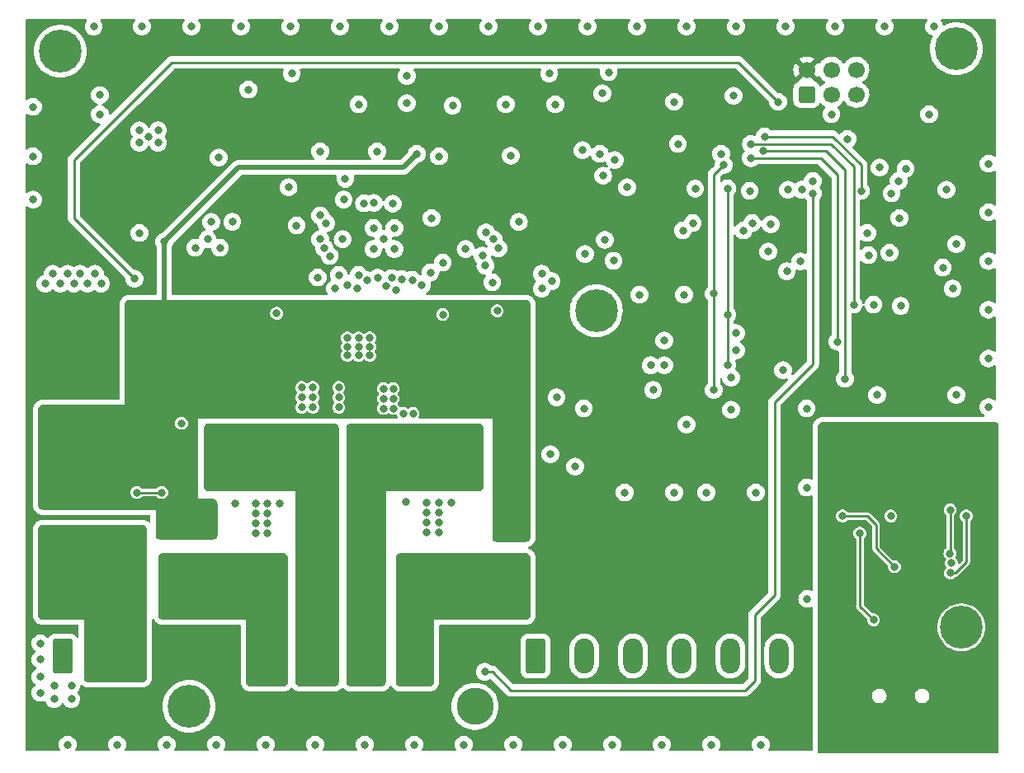
<source format=gbr>
%TF.GenerationSoftware,KiCad,Pcbnew,(6.0.4)*%
%TF.CreationDate,2022-07-31T14:49:55+02:00*%
%TF.ProjectId,HPDriver,48504472-6976-4657-922e-6b696361645f,1.0*%
%TF.SameCoordinates,Original*%
%TF.FileFunction,Copper,L2,Inr*%
%TF.FilePolarity,Positive*%
%FSLAX46Y46*%
G04 Gerber Fmt 4.6, Leading zero omitted, Abs format (unit mm)*
G04 Created by KiCad (PCBNEW (6.0.4)) date 2022-07-31 14:49:55*
%MOMM*%
%LPD*%
G01*
G04 APERTURE LIST*
G04 Aperture macros list*
%AMRoundRect*
0 Rectangle with rounded corners*
0 $1 Rounding radius*
0 $2 $3 $4 $5 $6 $7 $8 $9 X,Y pos of 4 corners*
0 Add a 4 corners polygon primitive as box body*
4,1,4,$2,$3,$4,$5,$6,$7,$8,$9,$2,$3,0*
0 Add four circle primitives for the rounded corners*
1,1,$1+$1,$2,$3*
1,1,$1+$1,$4,$5*
1,1,$1+$1,$6,$7*
1,1,$1+$1,$8,$9*
0 Add four rect primitives between the rounded corners*
20,1,$1+$1,$2,$3,$4,$5,0*
20,1,$1+$1,$4,$5,$6,$7,0*
20,1,$1+$1,$6,$7,$8,$9,0*
20,1,$1+$1,$8,$9,$2,$3,0*%
G04 Aperture macros list end*
%TA.AperFunction,ComponentPad*%
%ADD10RoundRect,0.250000X-0.750000X-1.550000X0.750000X-1.550000X0.750000X1.550000X-0.750000X1.550000X0*%
%TD*%
%TA.AperFunction,ComponentPad*%
%ADD11O,2.000000X3.600000*%
%TD*%
%TA.AperFunction,ComponentPad*%
%ADD12C,4.400000*%
%TD*%
%TA.AperFunction,ComponentPad*%
%ADD13C,3.800000*%
%TD*%
%TA.AperFunction,ComponentPad*%
%ADD14RoundRect,0.250000X0.600000X-0.600000X0.600000X0.600000X-0.600000X0.600000X-0.600000X-0.600000X0*%
%TD*%
%TA.AperFunction,ComponentPad*%
%ADD15C,1.700000*%
%TD*%
%TA.AperFunction,ViaPad*%
%ADD16C,0.800000*%
%TD*%
%TA.AperFunction,Conductor*%
%ADD17C,0.500000*%
%TD*%
%TA.AperFunction,Conductor*%
%ADD18C,0.250000*%
%TD*%
G04 APERTURE END LIST*
D10*
X88646000Y-130715500D03*
D11*
X93646000Y-130715500D03*
D10*
X109728000Y-130683000D03*
D11*
X114728000Y-130683000D03*
X119728000Y-130683000D03*
X124728000Y-130683000D03*
D10*
X137160000Y-130715500D03*
D11*
X142160000Y-130715500D03*
X147160000Y-130715500D03*
X152160000Y-130715500D03*
X157160000Y-130715500D03*
X162160000Y-130715500D03*
D12*
X180848000Y-127762000D03*
X143383000Y-95250000D03*
X88392000Y-68580000D03*
X180340000Y-68326000D03*
X101600000Y-135890000D03*
D13*
X130937000Y-135890000D03*
D14*
X164973000Y-73025000D03*
D15*
X164973000Y-70485000D03*
X167513000Y-73025000D03*
X167513000Y-70485000D03*
X170053000Y-73025000D03*
X170053000Y-70485000D03*
D16*
X121539000Y-87877000D03*
X104648000Y-79502000D03*
X117856000Y-98933000D03*
X141224000Y-111252000D03*
X120142000Y-98933000D03*
X154686000Y-113919000D03*
X159766000Y-113919000D03*
X120142000Y-98044000D03*
X117856000Y-99822000D03*
X96520000Y-76708000D03*
X103886000Y-86106000D03*
X118999000Y-99822000D03*
X98425000Y-76708000D03*
X120142000Y-99822000D03*
X118999000Y-98933000D03*
X117856000Y-98044000D03*
X86360000Y-131064000D03*
X92456000Y-75057000D03*
X106045000Y-86106000D03*
X118999000Y-98044000D03*
X151384000Y-113919000D03*
X146304000Y-113919000D03*
X183642000Y-80137000D03*
X89154000Y-139827000D03*
X94234000Y-139827000D03*
X99314000Y-139827000D03*
X104394000Y-139827000D03*
X109474000Y-139827000D03*
X114554000Y-139827000D03*
X119634000Y-139827000D03*
X124714000Y-139827000D03*
X129794000Y-139827000D03*
X134874000Y-139827000D03*
X139954000Y-139827000D03*
X145034000Y-139827000D03*
X150114000Y-139827000D03*
X155194000Y-139827000D03*
X160274000Y-139827000D03*
X96774000Y-66040000D03*
X101854000Y-66040000D03*
X106934000Y-66040000D03*
X112014000Y-66040000D03*
X117094000Y-66040000D03*
X122174000Y-66040000D03*
X127254000Y-66040000D03*
X132334000Y-66040000D03*
X137414000Y-66040000D03*
X142494000Y-66040000D03*
X147574000Y-66040000D03*
X152654000Y-66040000D03*
X157734000Y-66040000D03*
X162814000Y-66040000D03*
X167894000Y-66040000D03*
X172974000Y-66040000D03*
X178054000Y-66040000D03*
X183642000Y-85137000D03*
X183642000Y-90137000D03*
X183642000Y-95137000D03*
X183642000Y-100137000D03*
X183642000Y-105137000D03*
X85598000Y-79375000D03*
X85598000Y-83820000D03*
X85598000Y-74295000D03*
X91821000Y-66040000D03*
X134112000Y-74041000D03*
X171831000Y-94615000D03*
X157480000Y-73152000D03*
X121793000Y-92710000D03*
X177546000Y-75057000D03*
X150368000Y-100838000D03*
X137795000Y-91440000D03*
X117475000Y-83820000D03*
X147828000Y-93599000D03*
X139192000Y-74041000D03*
X86360000Y-132842000D03*
X118999000Y-74041000D03*
X86868000Y-92456000D03*
X87757000Y-133731000D03*
X100838000Y-106807000D03*
X102235000Y-88773000D03*
X97409000Y-77343000D03*
X171196000Y-87249000D03*
X180340000Y-88392000D03*
X163068000Y-82804000D03*
X91186000Y-92456000D03*
X151765000Y-78105000D03*
X89154000Y-91440000D03*
X143764000Y-79121000D03*
X152654000Y-106934000D03*
X169164000Y-77597000D03*
X96520000Y-87249000D03*
X117856000Y-92583000D03*
X86360000Y-134493000D03*
X137795000Y-92964000D03*
X107696000Y-72517000D03*
X115062000Y-78867000D03*
X127254000Y-79375000D03*
X116586000Y-92964000D03*
X122682000Y-86741000D03*
X98425000Y-77978000D03*
X111823500Y-82550000D03*
X162941000Y-91186000D03*
X120904000Y-78867000D03*
X138811000Y-92202000D03*
X123888500Y-114871500D03*
X164973000Y-105283000D03*
X162560000Y-101346000D03*
X92583000Y-92456000D03*
X87757000Y-135128000D03*
X120523000Y-86741000D03*
X92456000Y-73088500D03*
X167513000Y-75057000D03*
X159385000Y-86233000D03*
X152400000Y-93599000D03*
X156210000Y-79121000D03*
X88392000Y-92456000D03*
X106362500Y-115062000D03*
X90424000Y-91440000D03*
X89789000Y-92456000D03*
X89535000Y-135128000D03*
X126369299Y-91317299D03*
X161036000Y-89154000D03*
X86360000Y-129413000D03*
X123952000Y-71120000D03*
X125490286Y-92585424D03*
X164973000Y-113411000D03*
X135445500Y-86106000D03*
X96520000Y-77978000D03*
X120523000Y-88900000D03*
X91948000Y-91440000D03*
X134620000Y-79311500D03*
X139319006Y-104140000D03*
X112141000Y-70866000D03*
X165036500Y-124841000D03*
X180340000Y-103886000D03*
X118872000Y-92964000D03*
X122809000Y-93091000D03*
X87630000Y-91440000D03*
X104775000Y-88773000D03*
X89535000Y-133731000D03*
X144272000Y-87947500D03*
X153289000Y-86233000D03*
X103505000Y-87884000D03*
X138684000Y-109982000D03*
X133223000Y-95250000D03*
X122682000Y-88900000D03*
X142113000Y-105283000D03*
X172212000Y-103886000D03*
X151384000Y-73787000D03*
X144018000Y-72898000D03*
X132715000Y-92329000D03*
X132334000Y-105156000D03*
X107442000Y-103124000D03*
X105664000Y-105156000D03*
X107442000Y-104140000D03*
X133223000Y-116332000D03*
X106553000Y-103632000D03*
X107442000Y-105156000D03*
X134112000Y-105156000D03*
X133223000Y-118364000D03*
X134493000Y-115316000D03*
X134493000Y-116332000D03*
X134112000Y-103124000D03*
X135763000Y-115316000D03*
X134112000Y-104140000D03*
X133223000Y-104648000D03*
X133223000Y-103632000D03*
X86868000Y-106553000D03*
X133223000Y-117348000D03*
X132334000Y-104140000D03*
X132334000Y-103124000D03*
X134493000Y-117348000D03*
X134493000Y-118364000D03*
X133223000Y-115316000D03*
X106553000Y-104648000D03*
X105664000Y-104140000D03*
X105664000Y-103124000D03*
X88646000Y-106553000D03*
X92075000Y-106553000D03*
X86868000Y-108180000D03*
X88646000Y-108180000D03*
X86868000Y-109855000D03*
X88646000Y-109855000D03*
X86868000Y-111633000D03*
X92075000Y-111633000D03*
X86868000Y-113895000D03*
X92075000Y-113895000D03*
X101346000Y-117094000D03*
X102489000Y-115062000D03*
X124968000Y-79121000D03*
X102489000Y-118110000D03*
X99060000Y-88138000D03*
X102489000Y-116078000D03*
X90424000Y-106553000D03*
X96748600Y-98552000D03*
X103632000Y-115062000D03*
X101346000Y-118110000D03*
X90424000Y-108204000D03*
X92075000Y-108204000D03*
X102489000Y-117094000D03*
X90424000Y-109855000D03*
X92075000Y-109855000D03*
X101346000Y-116078000D03*
X101346000Y-115062000D03*
X91059000Y-81534000D03*
X108204000Y-78359000D03*
X144653000Y-74295000D03*
X106680000Y-78359000D03*
X153923990Y-91567000D03*
X176657000Y-94742000D03*
X106680000Y-74676000D03*
X143636998Y-105283000D03*
X106680000Y-75882500D03*
X181356000Y-82804000D03*
X152908000Y-95631000D03*
X119126000Y-82931000D03*
X146982577Y-79902923D03*
X133985000Y-86232998D03*
X136906000Y-78359000D03*
X139065000Y-79248000D03*
X129540000Y-132207000D03*
X150241000Y-106933996D03*
X118491000Y-77216000D03*
X106680000Y-77089000D03*
X171323000Y-79375000D03*
X135763000Y-88519000D03*
X138684000Y-111633000D03*
X106902989Y-92734851D03*
X148835000Y-91558000D03*
X128524000Y-77216000D03*
X114808000Y-91821000D03*
X116967000Y-91567000D03*
X108458000Y-115062000D03*
X113157000Y-104140000D03*
X116967000Y-104140000D03*
X116967000Y-105156000D03*
X108458000Y-116078000D03*
X109601000Y-118110000D03*
X109601000Y-117094000D03*
X113157000Y-103124000D03*
X108458000Y-118110000D03*
X114300000Y-103124000D03*
X109601000Y-116078000D03*
X114300000Y-104140000D03*
X113157000Y-105156000D03*
X108458000Y-117094000D03*
X116967000Y-103124000D03*
X110871000Y-115062000D03*
X114300000Y-105156000D03*
X109601000Y-115062000D03*
X127254000Y-117983000D03*
X125984000Y-114935000D03*
X125984000Y-117983000D03*
X125984000Y-116967000D03*
X122555000Y-105283000D03*
X123571000Y-105791000D03*
X121539000Y-105283000D03*
X125984000Y-115951000D03*
X127254000Y-115951000D03*
X121539000Y-103251000D03*
X122555000Y-103251000D03*
X121539000Y-104267000D03*
X124587000Y-105791000D03*
X127254000Y-114935000D03*
X127254000Y-116967000D03*
X122555000Y-104267000D03*
X128524000Y-114935000D03*
X181610000Y-132588000D03*
X168783000Y-107823000D03*
X176276000Y-116332000D03*
X167640000Y-132588000D03*
X182880000Y-109220000D03*
X172339000Y-139827000D03*
X176784000Y-139827000D03*
X181610000Y-139827000D03*
X167640000Y-139827000D03*
X168402000Y-126873000D03*
X177292000Y-130175000D03*
X182880000Y-123063000D03*
X166878000Y-122555000D03*
X180467000Y-117475000D03*
X173990000Y-118745000D03*
X159262660Y-78100340D03*
X144653000Y-70739000D03*
X169799000Y-94615000D03*
X159258431Y-79555011D03*
X168148000Y-98425000D03*
X128651000Y-74168000D03*
X87630000Y-118745000D03*
X90678000Y-118745000D03*
X93472000Y-118745000D03*
X96012000Y-118745000D03*
X87630000Y-121317000D03*
X90678000Y-121253000D03*
X93472000Y-121253000D03*
X96012000Y-121253000D03*
X87630000Y-123603000D03*
X90678000Y-123507000D03*
X93472000Y-123507000D03*
X96012000Y-123603000D03*
X87630000Y-125889000D03*
X90678000Y-125889000D03*
X93472000Y-125761000D03*
X96012000Y-125761000D03*
X95948500Y-132842000D03*
X91440000Y-131064000D03*
X91440000Y-129413000D03*
X95961200Y-129413000D03*
X95948500Y-131064000D03*
X91439995Y-132842005D03*
X128651000Y-120904000D03*
X128651000Y-125984000D03*
X133477000Y-121920000D03*
X131191000Y-120904000D03*
X128651000Y-123317000D03*
X131191000Y-125984000D03*
X126365000Y-124841000D03*
X124079000Y-125984000D03*
X124079001Y-123317001D03*
X135763000Y-120904000D03*
X131191000Y-123317000D03*
X126365000Y-121920000D03*
X124079000Y-120904000D03*
X135763000Y-125984000D03*
X133477000Y-124841000D03*
X135763000Y-123317000D03*
X133350000Y-88836500D03*
X122745500Y-108839000D03*
X122745500Y-111506000D03*
X131000500Y-109855000D03*
X131000500Y-111125000D03*
X121729500Y-107632500D03*
X123888500Y-107632500D03*
X130111500Y-110490000D03*
X123825000Y-110045500D03*
X123825000Y-112839500D03*
X121729500Y-112839500D03*
X131000500Y-108458000D03*
X131699000Y-89576721D03*
X130048000Y-107759500D03*
X130111500Y-109220000D03*
X130937000Y-112395000D03*
X130111500Y-111760000D03*
X121729500Y-110045500D03*
X106235500Y-112776000D03*
X112966500Y-111442500D03*
X106299000Y-107696000D03*
X111379000Y-110236000D03*
X114490500Y-112839500D03*
X106235500Y-110236000D03*
X112966500Y-108902500D03*
X111379000Y-107886500D03*
X111315500Y-112776000D03*
X104267000Y-112776000D03*
X104267000Y-110236000D03*
X105283000Y-108966000D03*
X112644701Y-86482701D03*
X114490500Y-110172500D03*
X105283000Y-111506000D03*
X114490500Y-107886500D03*
X104267000Y-107696000D03*
X110871000Y-125984000D03*
X103759000Y-125984000D03*
X106299000Y-125984000D03*
X106299000Y-123317000D03*
X106299000Y-120904000D03*
X101473000Y-124841000D03*
X108585000Y-124841000D03*
X103759000Y-123317000D03*
X99187000Y-123317000D03*
X99187000Y-120904000D03*
X99187000Y-125984000D03*
X110871000Y-120904000D03*
X110871000Y-123317000D03*
X108585000Y-121920000D03*
X101473000Y-121920000D03*
X103632000Y-120904000D03*
X117368013Y-87883466D03*
X179324000Y-82804000D03*
X173682980Y-83185000D03*
X118999000Y-91567000D03*
X120957137Y-91843715D03*
X175133000Y-80645000D03*
X174407990Y-81915000D03*
X119888000Y-92116579D03*
X126492000Y-85725000D03*
X124504561Y-92075000D03*
X179684150Y-120184110D03*
X179705000Y-115697000D03*
X173482000Y-89281000D03*
X179958996Y-92964000D03*
X116047009Y-89616708D03*
X110591032Y-95504000D03*
X127635003Y-95631003D03*
X127635000Y-90297000D03*
X156854006Y-95640000D03*
X156845000Y-82677000D03*
X122513500Y-84241112D03*
X156845000Y-100838000D03*
X174625000Y-94741990D03*
X171323000Y-89535000D03*
X150368004Y-98298000D03*
X158496000Y-86995000D03*
X148971004Y-100838000D03*
X152273006Y-86995000D03*
X174498000Y-85725000D03*
X122409276Y-91877182D03*
X115662737Y-86244459D03*
X115062000Y-87884000D03*
X132016500Y-90614500D03*
X132842000Y-87884000D03*
X115059265Y-85445032D03*
X115482328Y-88791385D03*
X129984500Y-88900000D03*
X132080000Y-87185500D03*
X141986000Y-78739994D03*
X172466000Y-80518000D03*
X173609000Y-116332000D03*
X179826026Y-121174006D03*
X179705000Y-122174000D03*
X181355996Y-116332000D03*
X157226000Y-102108000D03*
X157226000Y-105409988D03*
X131953000Y-132334000D03*
X165608000Y-83185000D03*
X98806000Y-113919000D03*
X117634339Y-81693339D03*
X165608000Y-81915000D03*
X96266000Y-113919000D03*
X171831008Y-127000000D03*
X170434000Y-118110000D03*
X157734000Y-99314000D03*
X149225008Y-103378000D03*
X138557000Y-70866000D03*
X160655000Y-77343000D03*
X170561000Y-82931000D03*
X173990000Y-121539000D03*
X168656000Y-116332000D03*
X155448000Y-93472000D03*
X155448008Y-103378000D03*
X168910000Y-102235000D03*
X160528000Y-78830010D03*
X123952000Y-73914000D03*
X156464000Y-80264000D03*
X164338000Y-90170000D03*
X145161000Y-90106488D03*
X164465000Y-82804004D03*
X96012000Y-91948000D03*
X162052000Y-73787000D03*
X157734000Y-97536010D03*
X159131000Y-82931000D03*
X161290000Y-86360000D03*
X178943000Y-90805000D03*
X146558000Y-82550000D03*
X120563990Y-84162607D03*
X153543000Y-82691946D03*
X144095050Y-81352935D03*
X119564855Y-84204493D03*
X145288000Y-79756000D03*
X142240000Y-89408000D03*
X123402500Y-91989033D03*
D17*
X95707200Y-106553000D02*
X96748600Y-105511600D01*
X123571000Y-80518000D02*
X124968000Y-79121000D01*
X99060000Y-96240600D02*
X99060000Y-88138000D01*
X89027000Y-106807000D02*
X89027000Y-106553000D01*
X96748600Y-105511600D02*
X96748600Y-98552000D01*
X89027000Y-106553000D02*
X95707200Y-106553000D01*
X99060000Y-88138000D02*
X106680000Y-80518000D01*
X96748600Y-98552000D02*
X99060000Y-96240600D01*
X106680000Y-80518000D02*
X123571000Y-80518000D01*
D18*
X169799000Y-80391704D02*
X167507636Y-78100340D01*
X169799000Y-94615000D02*
X169799000Y-80391704D01*
X167507636Y-78100340D02*
X159262660Y-78100340D01*
X168148000Y-98425000D02*
X168148000Y-81280000D01*
X168148000Y-81280000D02*
X166423011Y-79555011D01*
X166423011Y-79555011D02*
X159258431Y-79555011D01*
X179705000Y-115697000D02*
X179705000Y-120163260D01*
X179705000Y-120163260D02*
X179684150Y-120184110D01*
X156854006Y-82686006D02*
X156845000Y-82677000D01*
X156845000Y-100838000D02*
X156845000Y-95649006D01*
X156854006Y-95640000D02*
X156854006Y-82686006D01*
X156845000Y-95649006D02*
X156854006Y-95640000D01*
X181355996Y-121088689D02*
X180270685Y-122174000D01*
X181355996Y-116332000D02*
X181355996Y-121088689D01*
X180270685Y-122174000D02*
X179705000Y-122174000D01*
X165608000Y-83185000D02*
X165608000Y-100711000D01*
X132715000Y-132334000D02*
X131953000Y-132334000D01*
X158623000Y-134239000D02*
X134620000Y-134239000D01*
X159639000Y-126492000D02*
X159639000Y-133223000D01*
X134620000Y-134239000D02*
X132715000Y-132334000D01*
X161671000Y-104648000D02*
X161671000Y-124460000D01*
X161671000Y-124460000D02*
X159639000Y-126492000D01*
X159639000Y-133223000D02*
X158623000Y-134239000D01*
X165608000Y-100711000D02*
X161671000Y-104648000D01*
X98806000Y-113919000D02*
X96266000Y-113919000D01*
X170434000Y-125602992D02*
X171831008Y-127000000D01*
X170434000Y-118110000D02*
X170434000Y-125602992D01*
X170561000Y-80264000D02*
X167640000Y-77343000D01*
X167640000Y-77343000D02*
X160655000Y-77343000D01*
X170561000Y-82931000D02*
X170561000Y-80264000D01*
X171196000Y-116332000D02*
X172085000Y-117221000D01*
X172085000Y-117221000D02*
X172085000Y-119634000D01*
X168656000Y-116332000D02*
X171196000Y-116332000D01*
X172085000Y-119634000D02*
X173990000Y-121539000D01*
X168910000Y-102235000D02*
X168910000Y-80772000D01*
X166968010Y-78830010D02*
X160528000Y-78830010D01*
X168910000Y-80772000D02*
X166968010Y-78830010D01*
X155448000Y-93472000D02*
X155448000Y-81280000D01*
X155448000Y-93472000D02*
X155448000Y-103377992D01*
X155448000Y-81280000D02*
X156464000Y-80264000D01*
X155448000Y-103377992D02*
X155448008Y-103378000D01*
X96012000Y-91948000D02*
X89789000Y-85725000D01*
X89789000Y-85725000D02*
X89789000Y-79756000D01*
X157988000Y-69723000D02*
X162052000Y-73787000D01*
X99822000Y-69723000D02*
X157988000Y-69723000D01*
X89789000Y-79756000D02*
X99822000Y-69723000D01*
%TA.AperFunction,Conductor*%
G36*
X184293188Y-106681078D02*
G01*
X184397963Y-106694872D01*
X184429735Y-106703385D01*
X184519674Y-106740639D01*
X184548161Y-106757086D01*
X184608205Y-106803160D01*
X184650072Y-106860498D01*
X184657500Y-106903122D01*
X184657500Y-140589500D01*
X184637498Y-140657621D01*
X184583842Y-140704114D01*
X184531500Y-140715500D01*
X166265314Y-140715500D01*
X166197193Y-140695498D01*
X166148905Y-140637719D01*
X166139385Y-140614736D01*
X166130872Y-140582963D01*
X166117078Y-140478188D01*
X166116000Y-140461742D01*
X166116000Y-134856080D01*
X171666476Y-134856080D01*
X171667716Y-134863296D01*
X171667716Y-134863298D01*
X171682532Y-134949520D01*
X171696271Y-135029477D01*
X171765156Y-135191368D01*
X171869437Y-135333071D01*
X172003520Y-135446982D01*
X172047034Y-135469201D01*
X172153695Y-135523666D01*
X172153700Y-135523668D01*
X172160212Y-135526993D01*
X172167318Y-135528732D01*
X172167321Y-135528733D01*
X172248710Y-135548648D01*
X172331108Y-135568811D01*
X172336710Y-135569159D01*
X172336713Y-135569159D01*
X172340275Y-135569380D01*
X172340284Y-135569380D01*
X172342214Y-135569500D01*
X172469053Y-135569500D01*
X172560950Y-135558786D01*
X172592482Y-135555110D01*
X172592484Y-135555110D01*
X172599754Y-135554262D01*
X172606631Y-135551766D01*
X172606634Y-135551765D01*
X172758255Y-135496729D01*
X172765134Y-135494232D01*
X172771251Y-135490222D01*
X172771254Y-135490220D01*
X172844431Y-135442242D01*
X172912268Y-135397766D01*
X173033264Y-135270040D01*
X173121632Y-135117904D01*
X173172630Y-134949520D01*
X173178427Y-134856080D01*
X176066476Y-134856080D01*
X176067716Y-134863296D01*
X176067716Y-134863298D01*
X176082532Y-134949520D01*
X176096271Y-135029477D01*
X176165156Y-135191368D01*
X176269437Y-135333071D01*
X176403520Y-135446982D01*
X176447034Y-135469201D01*
X176553695Y-135523666D01*
X176553700Y-135523668D01*
X176560212Y-135526993D01*
X176567318Y-135528732D01*
X176567321Y-135528733D01*
X176648710Y-135548648D01*
X176731108Y-135568811D01*
X176736710Y-135569159D01*
X176736713Y-135569159D01*
X176740275Y-135569380D01*
X176740284Y-135569380D01*
X176742214Y-135569500D01*
X176869053Y-135569500D01*
X176960950Y-135558786D01*
X176992482Y-135555110D01*
X176992484Y-135555110D01*
X176999754Y-135554262D01*
X177006631Y-135551766D01*
X177006634Y-135551765D01*
X177158255Y-135496729D01*
X177165134Y-135494232D01*
X177171251Y-135490222D01*
X177171254Y-135490220D01*
X177244431Y-135442242D01*
X177312268Y-135397766D01*
X177433264Y-135270040D01*
X177521632Y-135117904D01*
X177572630Y-134949520D01*
X177583524Y-134773920D01*
X177568724Y-134687785D01*
X177554969Y-134607738D01*
X177554968Y-134607736D01*
X177553729Y-134600523D01*
X177484844Y-134438632D01*
X177380563Y-134296929D01*
X177246480Y-134183018D01*
X177153947Y-134135768D01*
X177096305Y-134106334D01*
X177096300Y-134106332D01*
X177089788Y-134103007D01*
X177082682Y-134101268D01*
X177082679Y-134101267D01*
X176988553Y-134078235D01*
X176918892Y-134061189D01*
X176913290Y-134060841D01*
X176913287Y-134060841D01*
X176909725Y-134060620D01*
X176909716Y-134060620D01*
X176907786Y-134060500D01*
X176780947Y-134060500D01*
X176689050Y-134071214D01*
X176657518Y-134074890D01*
X176657516Y-134074890D01*
X176650246Y-134075738D01*
X176643369Y-134078234D01*
X176643366Y-134078235D01*
X176575121Y-134103007D01*
X176484866Y-134135768D01*
X176478749Y-134139778D01*
X176478746Y-134139780D01*
X176417874Y-134179690D01*
X176337732Y-134232234D01*
X176216736Y-134359960D01*
X176128368Y-134512096D01*
X176077370Y-134680480D01*
X176066476Y-134856080D01*
X173178427Y-134856080D01*
X173183524Y-134773920D01*
X173168724Y-134687785D01*
X173154969Y-134607738D01*
X173154968Y-134607736D01*
X173153729Y-134600523D01*
X173084844Y-134438632D01*
X172980563Y-134296929D01*
X172846480Y-134183018D01*
X172753947Y-134135768D01*
X172696305Y-134106334D01*
X172696300Y-134106332D01*
X172689788Y-134103007D01*
X172682682Y-134101268D01*
X172682679Y-134101267D01*
X172588553Y-134078235D01*
X172518892Y-134061189D01*
X172513290Y-134060841D01*
X172513287Y-134060841D01*
X172509725Y-134060620D01*
X172509716Y-134060620D01*
X172507786Y-134060500D01*
X172380947Y-134060500D01*
X172289050Y-134071214D01*
X172257518Y-134074890D01*
X172257516Y-134074890D01*
X172250246Y-134075738D01*
X172243369Y-134078234D01*
X172243366Y-134078235D01*
X172175121Y-134103007D01*
X172084866Y-134135768D01*
X172078749Y-134139778D01*
X172078746Y-134139780D01*
X172017874Y-134179690D01*
X171937732Y-134232234D01*
X171816736Y-134359960D01*
X171728368Y-134512096D01*
X171677370Y-134680480D01*
X171666476Y-134856080D01*
X166116000Y-134856080D01*
X166116000Y-127762000D01*
X178388647Y-127762000D01*
X178408040Y-128070239D01*
X178465912Y-128373616D01*
X178561351Y-128667348D01*
X178692853Y-128946802D01*
X178858342Y-129207571D01*
X179055209Y-129445543D01*
X179280349Y-129656964D01*
X179283551Y-129659291D01*
X179283553Y-129659292D01*
X179527004Y-129836169D01*
X179527009Y-129836172D01*
X179530213Y-129838500D01*
X179800858Y-129987289D01*
X180088018Y-130100984D01*
X180387163Y-130177791D01*
X180693576Y-130216500D01*
X181002424Y-130216500D01*
X181308837Y-130177791D01*
X181607982Y-130100984D01*
X181895142Y-129987289D01*
X182165787Y-129838500D01*
X182168991Y-129836172D01*
X182168996Y-129836169D01*
X182412447Y-129659292D01*
X182412449Y-129659291D01*
X182415651Y-129656964D01*
X182640791Y-129445543D01*
X182837658Y-129207571D01*
X183003147Y-128946802D01*
X183134649Y-128667348D01*
X183230088Y-128373616D01*
X183287960Y-128070239D01*
X183307353Y-127762000D01*
X183287960Y-127453761D01*
X183230088Y-127150384D01*
X183134649Y-126856652D01*
X183003147Y-126577198D01*
X182998739Y-126570251D01*
X182856330Y-126345852D01*
X182837658Y-126316429D01*
X182640791Y-126078457D01*
X182415651Y-125867036D01*
X182412447Y-125864708D01*
X182168996Y-125687831D01*
X182168991Y-125687828D01*
X182165787Y-125685500D01*
X181961188Y-125573020D01*
X181898604Y-125538614D01*
X181898601Y-125538612D01*
X181895142Y-125536711D01*
X181607982Y-125423016D01*
X181308837Y-125346209D01*
X181002424Y-125307500D01*
X180693576Y-125307500D01*
X180387163Y-125346209D01*
X180088018Y-125423016D01*
X179800858Y-125536711D01*
X179797399Y-125538612D01*
X179797396Y-125538614D01*
X179734812Y-125573020D01*
X179530213Y-125685500D01*
X179527009Y-125687828D01*
X179527004Y-125687831D01*
X179283553Y-125864708D01*
X179280349Y-125867036D01*
X179055209Y-126078457D01*
X178858342Y-126316429D01*
X178839670Y-126345852D01*
X178697262Y-126570251D01*
X178692853Y-126577198D01*
X178561351Y-126856652D01*
X178465912Y-127150384D01*
X178408040Y-127453761D01*
X178388647Y-127762000D01*
X166116000Y-127762000D01*
X166116000Y-118103096D01*
X169774729Y-118103096D01*
X169792113Y-118260553D01*
X169846553Y-118409319D01*
X169934908Y-118540805D01*
X169940527Y-118545918D01*
X169940528Y-118545919D01*
X170013299Y-118612135D01*
X170050222Y-118672775D01*
X170054500Y-118705329D01*
X170054500Y-125549072D01*
X170051951Y-125573020D01*
X170051872Y-125574685D01*
X170049680Y-125584868D01*
X170050904Y-125595209D01*
X170053627Y-125618215D01*
X170053977Y-125624146D01*
X170054072Y-125624138D01*
X170054500Y-125629316D01*
X170054500Y-125634516D01*
X170055354Y-125639645D01*
X170055354Y-125639648D01*
X170057669Y-125653557D01*
X170058506Y-125659435D01*
X170064530Y-125710333D01*
X170068493Y-125718585D01*
X170069996Y-125727618D01*
X170074943Y-125736787D01*
X170074944Y-125736789D01*
X170094334Y-125772724D01*
X170097031Y-125778017D01*
X170115785Y-125817074D01*
X170115788Y-125817078D01*
X170119219Y-125824224D01*
X170122814Y-125828500D01*
X170124737Y-125830423D01*
X170126509Y-125832355D01*
X170126552Y-125832434D01*
X170126428Y-125832547D01*
X170126904Y-125833087D01*
X170129990Y-125838806D01*
X170137635Y-125845873D01*
X170169586Y-125875408D01*
X170173152Y-125878838D01*
X171141257Y-126846943D01*
X171175283Y-126909255D01*
X171177084Y-126952482D01*
X171171737Y-126993096D01*
X171189121Y-127150553D01*
X171243561Y-127299319D01*
X171331916Y-127430805D01*
X171337535Y-127435918D01*
X171337536Y-127435919D01*
X171348911Y-127446269D01*
X171449084Y-127537419D01*
X171588301Y-127613008D01*
X171741530Y-127653207D01*
X171825485Y-127654526D01*
X171892327Y-127655576D01*
X171892330Y-127655576D01*
X171899924Y-127655695D01*
X172054340Y-127620329D01*
X172124750Y-127584917D01*
X172189080Y-127552563D01*
X172189083Y-127552561D01*
X172195863Y-127549151D01*
X172201634Y-127544222D01*
X172201637Y-127544220D01*
X172310544Y-127451204D01*
X172310544Y-127451203D01*
X172316322Y-127446269D01*
X172408763Y-127317624D01*
X172467850Y-127170641D01*
X172490170Y-127013807D01*
X172490315Y-127000000D01*
X172488569Y-126985567D01*
X172472196Y-126850273D01*
X172471284Y-126842733D01*
X172415288Y-126694546D01*
X172337096Y-126580775D01*
X172329863Y-126570251D01*
X172329862Y-126570249D01*
X172325561Y-126563992D01*
X172207283Y-126458611D01*
X172067282Y-126384484D01*
X171913641Y-126345892D01*
X171906042Y-126345852D01*
X171906041Y-126345852D01*
X171845634Y-126345536D01*
X171764343Y-126345110D01*
X171696329Y-126324752D01*
X171675909Y-126308207D01*
X170850405Y-125482703D01*
X170816379Y-125420391D01*
X170813500Y-125393608D01*
X170813500Y-118704730D01*
X170833502Y-118636609D01*
X170857669Y-118608919D01*
X170913536Y-118561204D01*
X170919314Y-118556269D01*
X171011755Y-118427624D01*
X171070842Y-118280641D01*
X171093162Y-118123807D01*
X171093307Y-118110000D01*
X171074276Y-117952733D01*
X171018280Y-117804546D01*
X170928553Y-117673992D01*
X170810275Y-117568611D01*
X170802889Y-117564700D01*
X170676988Y-117498039D01*
X170676989Y-117498039D01*
X170670274Y-117494484D01*
X170516633Y-117455892D01*
X170509034Y-117455852D01*
X170509033Y-117455852D01*
X170443181Y-117455507D01*
X170358221Y-117455062D01*
X170350841Y-117456834D01*
X170350839Y-117456834D01*
X170211563Y-117490271D01*
X170211560Y-117490272D01*
X170204184Y-117492043D01*
X170063414Y-117564700D01*
X169944039Y-117668838D01*
X169852950Y-117798444D01*
X169795406Y-117946037D01*
X169774729Y-118103096D01*
X166116000Y-118103096D01*
X166116000Y-116325096D01*
X167996729Y-116325096D01*
X168014113Y-116482553D01*
X168068553Y-116631319D01*
X168072789Y-116637622D01*
X168072789Y-116637623D01*
X168147232Y-116748405D01*
X168156908Y-116762805D01*
X168162527Y-116767918D01*
X168162528Y-116767919D01*
X168173903Y-116778269D01*
X168274076Y-116869419D01*
X168413293Y-116945008D01*
X168566522Y-116985207D01*
X168650477Y-116986526D01*
X168717319Y-116987576D01*
X168717322Y-116987576D01*
X168724916Y-116987695D01*
X168879332Y-116952329D01*
X168949742Y-116916917D01*
X169014072Y-116884563D01*
X169014075Y-116884561D01*
X169020855Y-116881151D01*
X169026626Y-116876222D01*
X169026629Y-116876220D01*
X169135542Y-116783199D01*
X169135543Y-116783198D01*
X169141314Y-116778269D01*
X169151586Y-116763974D01*
X169207581Y-116720326D01*
X169253909Y-116711500D01*
X170986616Y-116711500D01*
X171054737Y-116731502D01*
X171075711Y-116748405D01*
X171668595Y-117341289D01*
X171702621Y-117403601D01*
X171705500Y-117430384D01*
X171705500Y-119580080D01*
X171702951Y-119604028D01*
X171702872Y-119605693D01*
X171700680Y-119615876D01*
X171703444Y-119639229D01*
X171704627Y-119649223D01*
X171704977Y-119655154D01*
X171705072Y-119655146D01*
X171705500Y-119660324D01*
X171705500Y-119665524D01*
X171706354Y-119670653D01*
X171706354Y-119670656D01*
X171708669Y-119684565D01*
X171709506Y-119690443D01*
X171715530Y-119741341D01*
X171719493Y-119749593D01*
X171720996Y-119758626D01*
X171725943Y-119767795D01*
X171725944Y-119767797D01*
X171745334Y-119803732D01*
X171748031Y-119809025D01*
X171766785Y-119848082D01*
X171766788Y-119848086D01*
X171770219Y-119855232D01*
X171773814Y-119859508D01*
X171775737Y-119861431D01*
X171777509Y-119863363D01*
X171777552Y-119863442D01*
X171777428Y-119863555D01*
X171777904Y-119864095D01*
X171780990Y-119869814D01*
X171788635Y-119876881D01*
X171820586Y-119906416D01*
X171824152Y-119909846D01*
X173300249Y-121385943D01*
X173334275Y-121448255D01*
X173336076Y-121491482D01*
X173330729Y-121532096D01*
X173338169Y-121599481D01*
X173341395Y-121628700D01*
X173348113Y-121689553D01*
X173402553Y-121838319D01*
X173490908Y-121969805D01*
X173496527Y-121974918D01*
X173496528Y-121974919D01*
X173543402Y-122017571D01*
X173608076Y-122076419D01*
X173747293Y-122152008D01*
X173900522Y-122192207D01*
X173984477Y-122193526D01*
X174051319Y-122194576D01*
X174051322Y-122194576D01*
X174058916Y-122194695D01*
X174213332Y-122159329D01*
X174283742Y-122123917D01*
X174348072Y-122091563D01*
X174348075Y-122091561D01*
X174354855Y-122088151D01*
X174360626Y-122083222D01*
X174360629Y-122083220D01*
X174469536Y-121990204D01*
X174469536Y-121990203D01*
X174475314Y-121985269D01*
X174567755Y-121856624D01*
X174626842Y-121709641D01*
X174649162Y-121552807D01*
X174649307Y-121539000D01*
X174647561Y-121524567D01*
X174636102Y-121429880D01*
X174630276Y-121381733D01*
X174574280Y-121233546D01*
X174542849Y-121187813D01*
X174488855Y-121109251D01*
X174488854Y-121109249D01*
X174484553Y-121102992D01*
X174366275Y-120997611D01*
X174226274Y-120923484D01*
X174072633Y-120884892D01*
X174065034Y-120884852D01*
X174065033Y-120884852D01*
X174004626Y-120884536D01*
X173923335Y-120884110D01*
X173855321Y-120863752D01*
X173834901Y-120847207D01*
X173164900Y-120177206D01*
X179024879Y-120177206D01*
X179042263Y-120334663D01*
X179096703Y-120483429D01*
X179185058Y-120614915D01*
X179245556Y-120669964D01*
X179282478Y-120730602D01*
X179280755Y-120801577D01*
X179263844Y-120835604D01*
X179244976Y-120862450D01*
X179242216Y-120869529D01*
X179218057Y-120931495D01*
X179187432Y-121010043D01*
X179186440Y-121017576D01*
X179186440Y-121017577D01*
X179168370Y-121154838D01*
X179166755Y-121167102D01*
X179171794Y-121212739D01*
X179183263Y-121316624D01*
X179184139Y-121324559D01*
X179186749Y-121331690D01*
X179186749Y-121331692D01*
X179229405Y-121448255D01*
X179238579Y-121473325D01*
X179242814Y-121479628D01*
X179242818Y-121479635D01*
X179277861Y-121531784D01*
X179299254Y-121599481D01*
X179280650Y-121667997D01*
X179256110Y-121697008D01*
X179220766Y-121727841D01*
X179220762Y-121727846D01*
X179215039Y-121732838D01*
X179123950Y-121862444D01*
X179121190Y-121869524D01*
X179074139Y-121990204D01*
X179066406Y-122010037D01*
X179065414Y-122017570D01*
X179065414Y-122017571D01*
X179046752Y-122159329D01*
X179045729Y-122167096D01*
X179063113Y-122324553D01*
X179065723Y-122331684D01*
X179065723Y-122331686D01*
X179104780Y-122438414D01*
X179117553Y-122473319D01*
X179121789Y-122479622D01*
X179121789Y-122479623D01*
X179177322Y-122562264D01*
X179205908Y-122604805D01*
X179323076Y-122711419D01*
X179462293Y-122787008D01*
X179615522Y-122827207D01*
X179699477Y-122828526D01*
X179766319Y-122829576D01*
X179766322Y-122829576D01*
X179773916Y-122829695D01*
X179928332Y-122794329D01*
X179998742Y-122758917D01*
X180063072Y-122726563D01*
X180063075Y-122726561D01*
X180069855Y-122723151D01*
X180075626Y-122718222D01*
X180075629Y-122718220D01*
X180184537Y-122625203D01*
X180190314Y-122620269D01*
X180195439Y-122613137D01*
X180200632Y-122605911D01*
X180256627Y-122562264D01*
X180292572Y-122553867D01*
X180297011Y-122553500D01*
X180302209Y-122553500D01*
X180307337Y-122552646D01*
X180307342Y-122552646D01*
X180321250Y-122550331D01*
X180327128Y-122549494D01*
X180367686Y-122544694D01*
X180367687Y-122544694D01*
X180378026Y-122543470D01*
X180386278Y-122539507D01*
X180395311Y-122538004D01*
X180404480Y-122533057D01*
X180404482Y-122533056D01*
X180440417Y-122513666D01*
X180445710Y-122510969D01*
X180484767Y-122492215D01*
X180484771Y-122492212D01*
X180491917Y-122488781D01*
X180496193Y-122485186D01*
X180498116Y-122483263D01*
X180500048Y-122481491D01*
X180500127Y-122481448D01*
X180500240Y-122481572D01*
X180500780Y-122481096D01*
X180506499Y-122478010D01*
X180543102Y-122438413D01*
X180546531Y-122434848D01*
X181586212Y-121395167D01*
X181604960Y-121380025D01*
X181606185Y-121378910D01*
X181614936Y-121373260D01*
X181621383Y-121365082D01*
X181621385Y-121365080D01*
X181635725Y-121346889D01*
X181639672Y-121342447D01*
X181639599Y-121342385D01*
X181642957Y-121338422D01*
X181646634Y-121334745D01*
X181653913Y-121324559D01*
X181657855Y-121319043D01*
X181661418Y-121314297D01*
X181686703Y-121282222D01*
X181693152Y-121274042D01*
X181696185Y-121265406D01*
X181701510Y-121257954D01*
X181716200Y-121208834D01*
X181718035Y-121203187D01*
X181732387Y-121162319D01*
X181732387Y-121162317D01*
X181735014Y-121154838D01*
X181735496Y-121149273D01*
X181735496Y-121146566D01*
X181735610Y-121143934D01*
X181735640Y-121143833D01*
X181735803Y-121143840D01*
X181735847Y-121143140D01*
X181737710Y-121136911D01*
X181735593Y-121083039D01*
X181735496Y-121078091D01*
X181735496Y-116926730D01*
X181755498Y-116858609D01*
X181779665Y-116830919D01*
X181835532Y-116783204D01*
X181841310Y-116778269D01*
X181933751Y-116649624D01*
X181992838Y-116502641D01*
X182015158Y-116345807D01*
X182015303Y-116332000D01*
X181996272Y-116174733D01*
X181940276Y-116026546D01*
X181915534Y-115990546D01*
X181854851Y-115902251D01*
X181854850Y-115902249D01*
X181850549Y-115895992D01*
X181732271Y-115790611D01*
X181724885Y-115786700D01*
X181598984Y-115720039D01*
X181598985Y-115720039D01*
X181592270Y-115716484D01*
X181438629Y-115677892D01*
X181431030Y-115677852D01*
X181431029Y-115677852D01*
X181365177Y-115677507D01*
X181280217Y-115677062D01*
X181272837Y-115678834D01*
X181272835Y-115678834D01*
X181133559Y-115712271D01*
X181133556Y-115712272D01*
X181126180Y-115714043D01*
X180985410Y-115786700D01*
X180866035Y-115890838D01*
X180774946Y-116020444D01*
X180746931Y-116092300D01*
X180725135Y-116148204D01*
X180717402Y-116168037D01*
X180716410Y-116175570D01*
X180716410Y-116175571D01*
X180701039Y-116292329D01*
X180696725Y-116325096D01*
X180714109Y-116482553D01*
X180768549Y-116631319D01*
X180772785Y-116637622D01*
X180772785Y-116637623D01*
X180847228Y-116748405D01*
X180856904Y-116762805D01*
X180862523Y-116767918D01*
X180862524Y-116767919D01*
X180935295Y-116834135D01*
X180972218Y-116894775D01*
X180976496Y-116927329D01*
X180976496Y-120879305D01*
X180956494Y-120947426D01*
X180939591Y-120968400D01*
X180695252Y-121212739D01*
X180632940Y-121246765D01*
X180562125Y-121241700D01*
X180505289Y-121199153D01*
X180481071Y-121138786D01*
X180466302Y-121016739D01*
X180410306Y-120868552D01*
X180320579Y-120737998D01*
X180314913Y-120732949D01*
X180314906Y-120732942D01*
X180266008Y-120689376D01*
X180228452Y-120629126D01*
X180229432Y-120558136D01*
X180247502Y-120521778D01*
X180261905Y-120501734D01*
X180320992Y-120354751D01*
X180343312Y-120197917D01*
X180343457Y-120184110D01*
X180324426Y-120026843D01*
X180268430Y-119878656D01*
X180218735Y-119806349D01*
X180183005Y-119754361D01*
X180183004Y-119754359D01*
X180178703Y-119748102D01*
X180173032Y-119743050D01*
X180173030Y-119743047D01*
X180126682Y-119701753D01*
X180089126Y-119641503D01*
X180084500Y-119607676D01*
X180084500Y-116291730D01*
X180104502Y-116223609D01*
X180128669Y-116195919D01*
X180184536Y-116148204D01*
X180190314Y-116143269D01*
X180282755Y-116014624D01*
X180341842Y-115867641D01*
X180347965Y-115824615D01*
X180363581Y-115714891D01*
X180363581Y-115714888D01*
X180364162Y-115710807D01*
X180364307Y-115697000D01*
X180345276Y-115539733D01*
X180289280Y-115391546D01*
X180199553Y-115260992D01*
X180081275Y-115155611D01*
X180073889Y-115151700D01*
X179947988Y-115085039D01*
X179947989Y-115085039D01*
X179941274Y-115081484D01*
X179787633Y-115042892D01*
X179780034Y-115042852D01*
X179780033Y-115042852D01*
X179714181Y-115042507D01*
X179629221Y-115042062D01*
X179621841Y-115043834D01*
X179621839Y-115043834D01*
X179482563Y-115077271D01*
X179482560Y-115077272D01*
X179475184Y-115079043D01*
X179334414Y-115151700D01*
X179215039Y-115255838D01*
X179123950Y-115385444D01*
X179066406Y-115533037D01*
X179065414Y-115540570D01*
X179065414Y-115540571D01*
X179047212Y-115678834D01*
X179045729Y-115690096D01*
X179049035Y-115720039D01*
X179056395Y-115786700D01*
X179063113Y-115847553D01*
X179065723Y-115854684D01*
X179065723Y-115854686D01*
X179113955Y-115986486D01*
X179117553Y-115996319D01*
X179121789Y-116002622D01*
X179121789Y-116002623D01*
X179188423Y-116101784D01*
X179205908Y-116127805D01*
X179211527Y-116132918D01*
X179211528Y-116132919D01*
X179284299Y-116199135D01*
X179321222Y-116259775D01*
X179325500Y-116292329D01*
X179325500Y-119571108D01*
X179305498Y-119639229D01*
X179282330Y-119666057D01*
X179194189Y-119742948D01*
X179103100Y-119872554D01*
X179045556Y-120020147D01*
X179024879Y-120177206D01*
X173164900Y-120177206D01*
X172501405Y-119513711D01*
X172467379Y-119451399D01*
X172464500Y-119424616D01*
X172464500Y-117274920D01*
X172467049Y-117250972D01*
X172467128Y-117249307D01*
X172469320Y-117239124D01*
X172465373Y-117205777D01*
X172465023Y-117199846D01*
X172464928Y-117199854D01*
X172464500Y-117194676D01*
X172464500Y-117189476D01*
X172463646Y-117184344D01*
X172461331Y-117170435D01*
X172460494Y-117164557D01*
X172455694Y-117123999D01*
X172455694Y-117123998D01*
X172454470Y-117113659D01*
X172450507Y-117105407D01*
X172449004Y-117096374D01*
X172424665Y-117051266D01*
X172421969Y-117045975D01*
X172403215Y-117006918D01*
X172403212Y-117006914D01*
X172399781Y-116999768D01*
X172396186Y-116995492D01*
X172394263Y-116993569D01*
X172392491Y-116991637D01*
X172392448Y-116991558D01*
X172392572Y-116991445D01*
X172392096Y-116990905D01*
X172389010Y-116985186D01*
X172349413Y-116948583D01*
X172345848Y-116945154D01*
X171725790Y-116325096D01*
X172949729Y-116325096D01*
X172967113Y-116482553D01*
X173021553Y-116631319D01*
X173025789Y-116637622D01*
X173025789Y-116637623D01*
X173100232Y-116748405D01*
X173109908Y-116762805D01*
X173115527Y-116767918D01*
X173115528Y-116767919D01*
X173126903Y-116778269D01*
X173227076Y-116869419D01*
X173366293Y-116945008D01*
X173519522Y-116985207D01*
X173603477Y-116986526D01*
X173670319Y-116987576D01*
X173670322Y-116987576D01*
X173677916Y-116987695D01*
X173832332Y-116952329D01*
X173902742Y-116916917D01*
X173967072Y-116884563D01*
X173967075Y-116884561D01*
X173973855Y-116881151D01*
X173979626Y-116876222D01*
X173979629Y-116876220D01*
X174088536Y-116783204D01*
X174088536Y-116783203D01*
X174094314Y-116778269D01*
X174186755Y-116649624D01*
X174245842Y-116502641D01*
X174268162Y-116345807D01*
X174268307Y-116332000D01*
X174249276Y-116174733D01*
X174193280Y-116026546D01*
X174168538Y-115990546D01*
X174107855Y-115902251D01*
X174107854Y-115902249D01*
X174103553Y-115895992D01*
X173985275Y-115790611D01*
X173977889Y-115786700D01*
X173851988Y-115720039D01*
X173851989Y-115720039D01*
X173845274Y-115716484D01*
X173691633Y-115677892D01*
X173684034Y-115677852D01*
X173684033Y-115677852D01*
X173618181Y-115677507D01*
X173533221Y-115677062D01*
X173525841Y-115678834D01*
X173525839Y-115678834D01*
X173386563Y-115712271D01*
X173386560Y-115712272D01*
X173379184Y-115714043D01*
X173238414Y-115786700D01*
X173119039Y-115890838D01*
X173027950Y-116020444D01*
X172999935Y-116092300D01*
X172978139Y-116148204D01*
X172970406Y-116168037D01*
X172969414Y-116175570D01*
X172969414Y-116175571D01*
X172954043Y-116292329D01*
X172949729Y-116325096D01*
X171725790Y-116325096D01*
X171502478Y-116101784D01*
X171487336Y-116083036D01*
X171486221Y-116081811D01*
X171480571Y-116073060D01*
X171472393Y-116066613D01*
X171472391Y-116066611D01*
X171454200Y-116052271D01*
X171449759Y-116048325D01*
X171449697Y-116048398D01*
X171445733Y-116045039D01*
X171442056Y-116041362D01*
X171426308Y-116030108D01*
X171421638Y-116026602D01*
X171381353Y-115994844D01*
X171372719Y-115991812D01*
X171365266Y-115986486D01*
X171316150Y-115971797D01*
X171310508Y-115969964D01*
X171269633Y-115955610D01*
X171269632Y-115955610D01*
X171262149Y-115952982D01*
X171256584Y-115952500D01*
X171253876Y-115952500D01*
X171251242Y-115952386D01*
X171251144Y-115952357D01*
X171251151Y-115952193D01*
X171250447Y-115952149D01*
X171244222Y-115950287D01*
X171190365Y-115952403D01*
X171185418Y-115952500D01*
X169255682Y-115952500D01*
X169187561Y-115932498D01*
X169161114Y-115906860D01*
X169159878Y-115907949D01*
X169154855Y-115902251D01*
X169150553Y-115895992D01*
X169032275Y-115790611D01*
X169024889Y-115786700D01*
X168898988Y-115720039D01*
X168898989Y-115720039D01*
X168892274Y-115716484D01*
X168738633Y-115677892D01*
X168731034Y-115677852D01*
X168731033Y-115677852D01*
X168665181Y-115677507D01*
X168580221Y-115677062D01*
X168572841Y-115678834D01*
X168572839Y-115678834D01*
X168433563Y-115712271D01*
X168433560Y-115712272D01*
X168426184Y-115714043D01*
X168285414Y-115786700D01*
X168166039Y-115890838D01*
X168074950Y-116020444D01*
X168046935Y-116092300D01*
X168025139Y-116148204D01*
X168017406Y-116168037D01*
X168016414Y-116175570D01*
X168016414Y-116175571D01*
X168001043Y-116292329D01*
X167996729Y-116325096D01*
X166116000Y-116325096D01*
X166116000Y-107188258D01*
X166117078Y-107171812D01*
X166130872Y-107067037D01*
X166139385Y-107035265D01*
X166176639Y-106945326D01*
X166193086Y-106916840D01*
X166252349Y-106839607D01*
X166275607Y-106816349D01*
X166352840Y-106757086D01*
X166381326Y-106740639D01*
X166471265Y-106703385D01*
X166503037Y-106694872D01*
X166607812Y-106681078D01*
X166624258Y-106680000D01*
X184276742Y-106680000D01*
X184293188Y-106681078D01*
G37*
%TD.AperFunction*%
%TA.AperFunction,Conductor*%
G36*
X131334188Y-106808078D02*
G01*
X131438963Y-106821872D01*
X131470735Y-106830385D01*
X131560674Y-106867639D01*
X131589160Y-106884086D01*
X131666393Y-106943349D01*
X131689651Y-106966607D01*
X131748914Y-107043840D01*
X131765361Y-107072326D01*
X131802615Y-107162265D01*
X131811128Y-107194037D01*
X131824922Y-107298812D01*
X131826000Y-107315258D01*
X131826000Y-113283742D01*
X131824922Y-113300188D01*
X131811128Y-113404963D01*
X131802615Y-113436735D01*
X131765361Y-113526674D01*
X131748914Y-113555160D01*
X131689651Y-113632393D01*
X131666393Y-113655651D01*
X131589160Y-113714914D01*
X131560674Y-113731361D01*
X131470735Y-113768615D01*
X131438963Y-113777128D01*
X131334188Y-113790922D01*
X131317742Y-113792000D01*
X121793000Y-113792000D01*
X121793000Y-133349742D01*
X121791922Y-133366188D01*
X121778128Y-133470963D01*
X121769615Y-133502735D01*
X121732361Y-133592674D01*
X121715914Y-133621160D01*
X121656651Y-133698393D01*
X121633393Y-133721651D01*
X121556160Y-133780914D01*
X121527674Y-133797361D01*
X121437735Y-133834615D01*
X121405963Y-133843128D01*
X121301188Y-133856922D01*
X121284742Y-133858000D01*
X118237258Y-133858000D01*
X118220812Y-133856922D01*
X118116037Y-133843128D01*
X118084265Y-133834615D01*
X117994326Y-133797361D01*
X117965840Y-133780914D01*
X117888607Y-133721651D01*
X117865349Y-133698393D01*
X117806086Y-133621160D01*
X117789639Y-133592674D01*
X117752385Y-133502735D01*
X117743872Y-133470963D01*
X117730078Y-133366188D01*
X117729000Y-133349742D01*
X117729000Y-107315258D01*
X117730078Y-107298812D01*
X117743872Y-107194037D01*
X117752385Y-107162265D01*
X117789639Y-107072326D01*
X117806086Y-107043840D01*
X117865349Y-106966607D01*
X117888607Y-106943349D01*
X117965840Y-106884086D01*
X117994326Y-106867639D01*
X118084265Y-106830385D01*
X118116037Y-106821872D01*
X118220812Y-106808078D01*
X118237258Y-106807000D01*
X131317742Y-106807000D01*
X131334188Y-106808078D01*
G37*
%TD.AperFunction*%
%TA.AperFunction,Conductor*%
G36*
X116475188Y-106808078D02*
G01*
X116579963Y-106821872D01*
X116611735Y-106830385D01*
X116701674Y-106867639D01*
X116730160Y-106884086D01*
X116807393Y-106943349D01*
X116830651Y-106966607D01*
X116889914Y-107043840D01*
X116906361Y-107072326D01*
X116943615Y-107162265D01*
X116952128Y-107194037D01*
X116965922Y-107298812D01*
X116967000Y-107315258D01*
X116967000Y-133349742D01*
X116965922Y-133366188D01*
X116952128Y-133470963D01*
X116943615Y-133502735D01*
X116906361Y-133592674D01*
X116889914Y-133621160D01*
X116830651Y-133698393D01*
X116807393Y-133721651D01*
X116730160Y-133780914D01*
X116701674Y-133797361D01*
X116611735Y-133834615D01*
X116579963Y-133843128D01*
X116475188Y-133856922D01*
X116458742Y-133858000D01*
X113030258Y-133858000D01*
X113013812Y-133856922D01*
X112909037Y-133843128D01*
X112877265Y-133834615D01*
X112787326Y-133797361D01*
X112758840Y-133780914D01*
X112681607Y-133721651D01*
X112658349Y-133698393D01*
X112599086Y-133621160D01*
X112582639Y-133592674D01*
X112545385Y-133502735D01*
X112536872Y-133470963D01*
X112523078Y-133366188D01*
X112522000Y-133349742D01*
X112522000Y-113792000D01*
X103632258Y-113792000D01*
X103615812Y-113790922D01*
X103511037Y-113777128D01*
X103479265Y-113768615D01*
X103389326Y-113731361D01*
X103360840Y-113714914D01*
X103283607Y-113655651D01*
X103260349Y-113632393D01*
X103201086Y-113555160D01*
X103184639Y-113526674D01*
X103147385Y-113436735D01*
X103138872Y-113404963D01*
X103125078Y-113300188D01*
X103124000Y-113283742D01*
X103124000Y-107315258D01*
X103125078Y-107298812D01*
X103138872Y-107194037D01*
X103147385Y-107162265D01*
X103184639Y-107072326D01*
X103201086Y-107043840D01*
X103260349Y-106966607D01*
X103283607Y-106943349D01*
X103360840Y-106884086D01*
X103389326Y-106867639D01*
X103479265Y-106830385D01*
X103511037Y-106821872D01*
X103615812Y-106808078D01*
X103632258Y-106807000D01*
X116458742Y-106807000D01*
X116475188Y-106808078D01*
G37*
%TD.AperFunction*%
%TA.AperFunction,Conductor*%
G36*
X111268188Y-120143078D02*
G01*
X111372963Y-120156872D01*
X111404735Y-120165385D01*
X111494674Y-120202639D01*
X111523160Y-120219086D01*
X111600393Y-120278349D01*
X111623651Y-120301607D01*
X111682914Y-120378840D01*
X111699361Y-120407326D01*
X111736615Y-120497265D01*
X111745128Y-120529037D01*
X111758922Y-120633812D01*
X111760000Y-120650258D01*
X111760000Y-133349742D01*
X111758922Y-133366188D01*
X111745128Y-133470963D01*
X111736615Y-133502735D01*
X111699361Y-133592674D01*
X111682914Y-133621160D01*
X111623651Y-133698393D01*
X111600393Y-133721651D01*
X111523160Y-133780914D01*
X111494674Y-133797361D01*
X111404735Y-133834615D01*
X111372963Y-133843128D01*
X111268188Y-133856922D01*
X111251742Y-133858000D01*
X107950258Y-133858000D01*
X107933812Y-133856922D01*
X107829037Y-133843128D01*
X107797265Y-133834615D01*
X107707326Y-133797361D01*
X107678840Y-133780914D01*
X107601607Y-133721651D01*
X107578349Y-133698393D01*
X107519086Y-133621160D01*
X107502639Y-133592674D01*
X107465385Y-133502735D01*
X107456872Y-133470963D01*
X107443078Y-133366188D01*
X107442000Y-133349742D01*
X107442000Y-127000000D01*
X98933258Y-127000000D01*
X98916812Y-126998922D01*
X98812037Y-126985128D01*
X98780265Y-126976615D01*
X98690326Y-126939361D01*
X98661840Y-126922914D01*
X98584607Y-126863651D01*
X98561349Y-126840393D01*
X98502086Y-126763160D01*
X98485639Y-126734674D01*
X98448385Y-126644735D01*
X98439872Y-126612963D01*
X98426078Y-126508188D01*
X98425000Y-126491742D01*
X98425000Y-120650258D01*
X98426078Y-120633812D01*
X98439872Y-120529037D01*
X98448385Y-120497265D01*
X98485639Y-120407326D01*
X98502086Y-120378840D01*
X98561349Y-120301607D01*
X98584607Y-120278349D01*
X98661840Y-120219086D01*
X98690326Y-120202639D01*
X98780265Y-120165385D01*
X98812037Y-120156872D01*
X98916812Y-120143078D01*
X98933258Y-120142000D01*
X111251742Y-120142000D01*
X111268188Y-120143078D01*
G37*
%TD.AperFunction*%
%TA.AperFunction,Conductor*%
G36*
X136160188Y-120143078D02*
G01*
X136264963Y-120156872D01*
X136296735Y-120165385D01*
X136386674Y-120202639D01*
X136415160Y-120219086D01*
X136492393Y-120278349D01*
X136515651Y-120301607D01*
X136574914Y-120378840D01*
X136591361Y-120407326D01*
X136628615Y-120497265D01*
X136637128Y-120529037D01*
X136650922Y-120633812D01*
X136652000Y-120650258D01*
X136652000Y-126491742D01*
X136650922Y-126508188D01*
X136637128Y-126612963D01*
X136628615Y-126644735D01*
X136591361Y-126734674D01*
X136574914Y-126763160D01*
X136515651Y-126840393D01*
X136492393Y-126863651D01*
X136415160Y-126922914D01*
X136386674Y-126939361D01*
X136296735Y-126976615D01*
X136264963Y-126985128D01*
X136160188Y-126998922D01*
X136143742Y-127000000D01*
X126746000Y-127000000D01*
X126746000Y-133349742D01*
X126744922Y-133366188D01*
X126731128Y-133470963D01*
X126722615Y-133502735D01*
X126685361Y-133592674D01*
X126668914Y-133621160D01*
X126609651Y-133698393D01*
X126586393Y-133721651D01*
X126509160Y-133780914D01*
X126480674Y-133797361D01*
X126390735Y-133834615D01*
X126358963Y-133843128D01*
X126254188Y-133856922D01*
X126237742Y-133858000D01*
X123317258Y-133858000D01*
X123300812Y-133856922D01*
X123196037Y-133843128D01*
X123164265Y-133834615D01*
X123074326Y-133797361D01*
X123045840Y-133780914D01*
X122968607Y-133721651D01*
X122945349Y-133698393D01*
X122886086Y-133621160D01*
X122869639Y-133592674D01*
X122832385Y-133502735D01*
X122823872Y-133470963D01*
X122810078Y-133366188D01*
X122809000Y-133349742D01*
X122809000Y-120650258D01*
X122810078Y-120633812D01*
X122823872Y-120529037D01*
X122832385Y-120497265D01*
X122869639Y-120407326D01*
X122886086Y-120378840D01*
X122945349Y-120301607D01*
X122968607Y-120278349D01*
X123045840Y-120219086D01*
X123074326Y-120202639D01*
X123164265Y-120165385D01*
X123196037Y-120156872D01*
X123300812Y-120143078D01*
X123317258Y-120142000D01*
X136143742Y-120142000D01*
X136160188Y-120143078D01*
G37*
%TD.AperFunction*%
%TA.AperFunction,Conductor*%
G36*
X96790188Y-117222078D02*
G01*
X96894963Y-117235872D01*
X96926735Y-117244385D01*
X97016674Y-117281639D01*
X97045160Y-117298086D01*
X97122393Y-117357349D01*
X97145651Y-117380607D01*
X97204914Y-117457840D01*
X97221361Y-117486326D01*
X97258615Y-117576265D01*
X97267128Y-117608037D01*
X97280922Y-117712812D01*
X97282000Y-117729258D01*
X97282000Y-132917942D01*
X97280922Y-132934388D01*
X97267128Y-133039163D01*
X97258615Y-133070935D01*
X97221361Y-133160874D01*
X97204914Y-133189360D01*
X97145651Y-133266593D01*
X97122393Y-133289851D01*
X97045160Y-133349114D01*
X97016674Y-133365561D01*
X96926735Y-133402815D01*
X96894963Y-133411328D01*
X96790188Y-133425122D01*
X96773742Y-133426200D01*
X91313258Y-133426200D01*
X91296812Y-133425122D01*
X91192037Y-133411328D01*
X91160265Y-133402815D01*
X91070326Y-133365561D01*
X91041840Y-133349114D01*
X90964607Y-133289851D01*
X90941349Y-133266593D01*
X90882086Y-133189360D01*
X90865639Y-133160874D01*
X90828385Y-133070935D01*
X90819872Y-133039163D01*
X90806078Y-132934388D01*
X90805000Y-132917942D01*
X90805000Y-127000000D01*
X86614258Y-127000000D01*
X86597812Y-126998922D01*
X86493037Y-126985128D01*
X86461265Y-126976615D01*
X86371326Y-126939361D01*
X86342840Y-126922914D01*
X86265607Y-126863651D01*
X86242349Y-126840393D01*
X86183086Y-126763160D01*
X86166639Y-126734674D01*
X86129385Y-126644735D01*
X86120872Y-126612963D01*
X86107078Y-126508188D01*
X86106000Y-126491742D01*
X86106000Y-117729258D01*
X86107078Y-117712812D01*
X86120872Y-117608037D01*
X86129385Y-117576265D01*
X86166639Y-117486326D01*
X86183086Y-117457840D01*
X86242349Y-117380607D01*
X86265607Y-117357349D01*
X86342840Y-117298086D01*
X86371326Y-117281639D01*
X86461265Y-117244385D01*
X86493037Y-117235872D01*
X86597812Y-117222078D01*
X86614258Y-117221000D01*
X96773742Y-117221000D01*
X96790188Y-117222078D01*
G37*
%TD.AperFunction*%
%TA.AperFunction,Conductor*%
G36*
X91069272Y-65298502D02*
G01*
X91115765Y-65352158D01*
X91125869Y-65422432D01*
X91094789Y-65488808D01*
X91081960Y-65503056D01*
X91078659Y-65508774D01*
X91008362Y-65630532D01*
X90986473Y-65668444D01*
X90927458Y-65850072D01*
X90926768Y-65856633D01*
X90926768Y-65856635D01*
X90923477Y-65887945D01*
X90907496Y-66040000D01*
X90927458Y-66229928D01*
X90986473Y-66411556D01*
X91081960Y-66576944D01*
X91209747Y-66718866D01*
X91364248Y-66831118D01*
X91370276Y-66833802D01*
X91370278Y-66833803D01*
X91532681Y-66906109D01*
X91538712Y-66908794D01*
X91632112Y-66928647D01*
X91719056Y-66947128D01*
X91719061Y-66947128D01*
X91725513Y-66948500D01*
X91916487Y-66948500D01*
X91922939Y-66947128D01*
X91922944Y-66947128D01*
X92009888Y-66928647D01*
X92103288Y-66908794D01*
X92109319Y-66906109D01*
X92271722Y-66833803D01*
X92271724Y-66833802D01*
X92277752Y-66831118D01*
X92432253Y-66718866D01*
X92560040Y-66576944D01*
X92655527Y-66411556D01*
X92714542Y-66229928D01*
X92734504Y-66040000D01*
X92718523Y-65887945D01*
X92715232Y-65856635D01*
X92715232Y-65856633D01*
X92714542Y-65850072D01*
X92655527Y-65668444D01*
X92633639Y-65630532D01*
X92563341Y-65508774D01*
X92560040Y-65503056D01*
X92547211Y-65488808D01*
X92516495Y-65424802D01*
X92525260Y-65354349D01*
X92570723Y-65299818D01*
X92640849Y-65278500D01*
X95954151Y-65278500D01*
X96022272Y-65298502D01*
X96068765Y-65352158D01*
X96078869Y-65422432D01*
X96047789Y-65488808D01*
X96034960Y-65503056D01*
X96031659Y-65508774D01*
X95961362Y-65630532D01*
X95939473Y-65668444D01*
X95880458Y-65850072D01*
X95879768Y-65856633D01*
X95879768Y-65856635D01*
X95876477Y-65887945D01*
X95860496Y-66040000D01*
X95880458Y-66229928D01*
X95939473Y-66411556D01*
X96034960Y-66576944D01*
X96162747Y-66718866D01*
X96317248Y-66831118D01*
X96323276Y-66833802D01*
X96323278Y-66833803D01*
X96485681Y-66906109D01*
X96491712Y-66908794D01*
X96585112Y-66928647D01*
X96672056Y-66947128D01*
X96672061Y-66947128D01*
X96678513Y-66948500D01*
X96869487Y-66948500D01*
X96875939Y-66947128D01*
X96875944Y-66947128D01*
X96962888Y-66928647D01*
X97056288Y-66908794D01*
X97062319Y-66906109D01*
X97224722Y-66833803D01*
X97224724Y-66833802D01*
X97230752Y-66831118D01*
X97385253Y-66718866D01*
X97513040Y-66576944D01*
X97608527Y-66411556D01*
X97667542Y-66229928D01*
X97687504Y-66040000D01*
X97671523Y-65887945D01*
X97668232Y-65856635D01*
X97668232Y-65856633D01*
X97667542Y-65850072D01*
X97608527Y-65668444D01*
X97586639Y-65630532D01*
X97516341Y-65508774D01*
X97513040Y-65503056D01*
X97500211Y-65488808D01*
X97469495Y-65424802D01*
X97478260Y-65354349D01*
X97523723Y-65299818D01*
X97593849Y-65278500D01*
X101034151Y-65278500D01*
X101102272Y-65298502D01*
X101148765Y-65352158D01*
X101158869Y-65422432D01*
X101127789Y-65488808D01*
X101114960Y-65503056D01*
X101111659Y-65508774D01*
X101041362Y-65630532D01*
X101019473Y-65668444D01*
X100960458Y-65850072D01*
X100959768Y-65856633D01*
X100959768Y-65856635D01*
X100956477Y-65887945D01*
X100940496Y-66040000D01*
X100960458Y-66229928D01*
X101019473Y-66411556D01*
X101114960Y-66576944D01*
X101242747Y-66718866D01*
X101397248Y-66831118D01*
X101403276Y-66833802D01*
X101403278Y-66833803D01*
X101565681Y-66906109D01*
X101571712Y-66908794D01*
X101665112Y-66928647D01*
X101752056Y-66947128D01*
X101752061Y-66947128D01*
X101758513Y-66948500D01*
X101949487Y-66948500D01*
X101955939Y-66947128D01*
X101955944Y-66947128D01*
X102042888Y-66928647D01*
X102136288Y-66908794D01*
X102142319Y-66906109D01*
X102304722Y-66833803D01*
X102304724Y-66833802D01*
X102310752Y-66831118D01*
X102465253Y-66718866D01*
X102593040Y-66576944D01*
X102688527Y-66411556D01*
X102747542Y-66229928D01*
X102767504Y-66040000D01*
X102751523Y-65887945D01*
X102748232Y-65856635D01*
X102748232Y-65856633D01*
X102747542Y-65850072D01*
X102688527Y-65668444D01*
X102666639Y-65630532D01*
X102596341Y-65508774D01*
X102593040Y-65503056D01*
X102580211Y-65488808D01*
X102549495Y-65424802D01*
X102558260Y-65354349D01*
X102603723Y-65299818D01*
X102673849Y-65278500D01*
X106114151Y-65278500D01*
X106182272Y-65298502D01*
X106228765Y-65352158D01*
X106238869Y-65422432D01*
X106207789Y-65488808D01*
X106194960Y-65503056D01*
X106191659Y-65508774D01*
X106121362Y-65630532D01*
X106099473Y-65668444D01*
X106040458Y-65850072D01*
X106039768Y-65856633D01*
X106039768Y-65856635D01*
X106036477Y-65887945D01*
X106020496Y-66040000D01*
X106040458Y-66229928D01*
X106099473Y-66411556D01*
X106194960Y-66576944D01*
X106322747Y-66718866D01*
X106477248Y-66831118D01*
X106483276Y-66833802D01*
X106483278Y-66833803D01*
X106645681Y-66906109D01*
X106651712Y-66908794D01*
X106745112Y-66928647D01*
X106832056Y-66947128D01*
X106832061Y-66947128D01*
X106838513Y-66948500D01*
X107029487Y-66948500D01*
X107035939Y-66947128D01*
X107035944Y-66947128D01*
X107122888Y-66928647D01*
X107216288Y-66908794D01*
X107222319Y-66906109D01*
X107384722Y-66833803D01*
X107384724Y-66833802D01*
X107390752Y-66831118D01*
X107545253Y-66718866D01*
X107673040Y-66576944D01*
X107768527Y-66411556D01*
X107827542Y-66229928D01*
X107847504Y-66040000D01*
X107831523Y-65887945D01*
X107828232Y-65856635D01*
X107828232Y-65856633D01*
X107827542Y-65850072D01*
X107768527Y-65668444D01*
X107746639Y-65630532D01*
X107676341Y-65508774D01*
X107673040Y-65503056D01*
X107660211Y-65488808D01*
X107629495Y-65424802D01*
X107638260Y-65354349D01*
X107683723Y-65299818D01*
X107753849Y-65278500D01*
X111194151Y-65278500D01*
X111262272Y-65298502D01*
X111308765Y-65352158D01*
X111318869Y-65422432D01*
X111287789Y-65488808D01*
X111274960Y-65503056D01*
X111271659Y-65508774D01*
X111201362Y-65630532D01*
X111179473Y-65668444D01*
X111120458Y-65850072D01*
X111119768Y-65856633D01*
X111119768Y-65856635D01*
X111116477Y-65887945D01*
X111100496Y-66040000D01*
X111120458Y-66229928D01*
X111179473Y-66411556D01*
X111274960Y-66576944D01*
X111402747Y-66718866D01*
X111557248Y-66831118D01*
X111563276Y-66833802D01*
X111563278Y-66833803D01*
X111725681Y-66906109D01*
X111731712Y-66908794D01*
X111825112Y-66928647D01*
X111912056Y-66947128D01*
X111912061Y-66947128D01*
X111918513Y-66948500D01*
X112109487Y-66948500D01*
X112115939Y-66947128D01*
X112115944Y-66947128D01*
X112202888Y-66928647D01*
X112296288Y-66908794D01*
X112302319Y-66906109D01*
X112464722Y-66833803D01*
X112464724Y-66833802D01*
X112470752Y-66831118D01*
X112625253Y-66718866D01*
X112753040Y-66576944D01*
X112848527Y-66411556D01*
X112907542Y-66229928D01*
X112927504Y-66040000D01*
X112911523Y-65887945D01*
X112908232Y-65856635D01*
X112908232Y-65856633D01*
X112907542Y-65850072D01*
X112848527Y-65668444D01*
X112826639Y-65630532D01*
X112756341Y-65508774D01*
X112753040Y-65503056D01*
X112740211Y-65488808D01*
X112709495Y-65424802D01*
X112718260Y-65354349D01*
X112763723Y-65299818D01*
X112833849Y-65278500D01*
X116274151Y-65278500D01*
X116342272Y-65298502D01*
X116388765Y-65352158D01*
X116398869Y-65422432D01*
X116367789Y-65488808D01*
X116354960Y-65503056D01*
X116351659Y-65508774D01*
X116281362Y-65630532D01*
X116259473Y-65668444D01*
X116200458Y-65850072D01*
X116199768Y-65856633D01*
X116199768Y-65856635D01*
X116196477Y-65887945D01*
X116180496Y-66040000D01*
X116200458Y-66229928D01*
X116259473Y-66411556D01*
X116354960Y-66576944D01*
X116482747Y-66718866D01*
X116637248Y-66831118D01*
X116643276Y-66833802D01*
X116643278Y-66833803D01*
X116805681Y-66906109D01*
X116811712Y-66908794D01*
X116905112Y-66928647D01*
X116992056Y-66947128D01*
X116992061Y-66947128D01*
X116998513Y-66948500D01*
X117189487Y-66948500D01*
X117195939Y-66947128D01*
X117195944Y-66947128D01*
X117282888Y-66928647D01*
X117376288Y-66908794D01*
X117382319Y-66906109D01*
X117544722Y-66833803D01*
X117544724Y-66833802D01*
X117550752Y-66831118D01*
X117705253Y-66718866D01*
X117833040Y-66576944D01*
X117928527Y-66411556D01*
X117987542Y-66229928D01*
X118007504Y-66040000D01*
X117991523Y-65887945D01*
X117988232Y-65856635D01*
X117988232Y-65856633D01*
X117987542Y-65850072D01*
X117928527Y-65668444D01*
X117906639Y-65630532D01*
X117836341Y-65508774D01*
X117833040Y-65503056D01*
X117820211Y-65488808D01*
X117789495Y-65424802D01*
X117798260Y-65354349D01*
X117843723Y-65299818D01*
X117913849Y-65278500D01*
X121354151Y-65278500D01*
X121422272Y-65298502D01*
X121468765Y-65352158D01*
X121478869Y-65422432D01*
X121447789Y-65488808D01*
X121434960Y-65503056D01*
X121431659Y-65508774D01*
X121361362Y-65630532D01*
X121339473Y-65668444D01*
X121280458Y-65850072D01*
X121279768Y-65856633D01*
X121279768Y-65856635D01*
X121276477Y-65887945D01*
X121260496Y-66040000D01*
X121280458Y-66229928D01*
X121339473Y-66411556D01*
X121434960Y-66576944D01*
X121562747Y-66718866D01*
X121717248Y-66831118D01*
X121723276Y-66833802D01*
X121723278Y-66833803D01*
X121885681Y-66906109D01*
X121891712Y-66908794D01*
X121985112Y-66928647D01*
X122072056Y-66947128D01*
X122072061Y-66947128D01*
X122078513Y-66948500D01*
X122269487Y-66948500D01*
X122275939Y-66947128D01*
X122275944Y-66947128D01*
X122362888Y-66928647D01*
X122456288Y-66908794D01*
X122462319Y-66906109D01*
X122624722Y-66833803D01*
X122624724Y-66833802D01*
X122630752Y-66831118D01*
X122785253Y-66718866D01*
X122913040Y-66576944D01*
X123008527Y-66411556D01*
X123067542Y-66229928D01*
X123087504Y-66040000D01*
X123071523Y-65887945D01*
X123068232Y-65856635D01*
X123068232Y-65856633D01*
X123067542Y-65850072D01*
X123008527Y-65668444D01*
X122986639Y-65630532D01*
X122916341Y-65508774D01*
X122913040Y-65503056D01*
X122900211Y-65488808D01*
X122869495Y-65424802D01*
X122878260Y-65354349D01*
X122923723Y-65299818D01*
X122993849Y-65278500D01*
X126434151Y-65278500D01*
X126502272Y-65298502D01*
X126548765Y-65352158D01*
X126558869Y-65422432D01*
X126527789Y-65488808D01*
X126514960Y-65503056D01*
X126511659Y-65508774D01*
X126441362Y-65630532D01*
X126419473Y-65668444D01*
X126360458Y-65850072D01*
X126359768Y-65856633D01*
X126359768Y-65856635D01*
X126356477Y-65887945D01*
X126340496Y-66040000D01*
X126360458Y-66229928D01*
X126419473Y-66411556D01*
X126514960Y-66576944D01*
X126642747Y-66718866D01*
X126797248Y-66831118D01*
X126803276Y-66833802D01*
X126803278Y-66833803D01*
X126965681Y-66906109D01*
X126971712Y-66908794D01*
X127065112Y-66928647D01*
X127152056Y-66947128D01*
X127152061Y-66947128D01*
X127158513Y-66948500D01*
X127349487Y-66948500D01*
X127355939Y-66947128D01*
X127355944Y-66947128D01*
X127442888Y-66928647D01*
X127536288Y-66908794D01*
X127542319Y-66906109D01*
X127704722Y-66833803D01*
X127704724Y-66833802D01*
X127710752Y-66831118D01*
X127865253Y-66718866D01*
X127993040Y-66576944D01*
X128088527Y-66411556D01*
X128147542Y-66229928D01*
X128167504Y-66040000D01*
X128151523Y-65887945D01*
X128148232Y-65856635D01*
X128148232Y-65856633D01*
X128147542Y-65850072D01*
X128088527Y-65668444D01*
X128066639Y-65630532D01*
X127996341Y-65508774D01*
X127993040Y-65503056D01*
X127980211Y-65488808D01*
X127949495Y-65424802D01*
X127958260Y-65354349D01*
X128003723Y-65299818D01*
X128073849Y-65278500D01*
X131514151Y-65278500D01*
X131582272Y-65298502D01*
X131628765Y-65352158D01*
X131638869Y-65422432D01*
X131607789Y-65488808D01*
X131594960Y-65503056D01*
X131591659Y-65508774D01*
X131521362Y-65630532D01*
X131499473Y-65668444D01*
X131440458Y-65850072D01*
X131439768Y-65856633D01*
X131439768Y-65856635D01*
X131436477Y-65887945D01*
X131420496Y-66040000D01*
X131440458Y-66229928D01*
X131499473Y-66411556D01*
X131594960Y-66576944D01*
X131722747Y-66718866D01*
X131877248Y-66831118D01*
X131883276Y-66833802D01*
X131883278Y-66833803D01*
X132045681Y-66906109D01*
X132051712Y-66908794D01*
X132145112Y-66928647D01*
X132232056Y-66947128D01*
X132232061Y-66947128D01*
X132238513Y-66948500D01*
X132429487Y-66948500D01*
X132435939Y-66947128D01*
X132435944Y-66947128D01*
X132522888Y-66928647D01*
X132616288Y-66908794D01*
X132622319Y-66906109D01*
X132784722Y-66833803D01*
X132784724Y-66833802D01*
X132790752Y-66831118D01*
X132945253Y-66718866D01*
X133073040Y-66576944D01*
X133168527Y-66411556D01*
X133227542Y-66229928D01*
X133247504Y-66040000D01*
X133231523Y-65887945D01*
X133228232Y-65856635D01*
X133228232Y-65856633D01*
X133227542Y-65850072D01*
X133168527Y-65668444D01*
X133146639Y-65630532D01*
X133076341Y-65508774D01*
X133073040Y-65503056D01*
X133060211Y-65488808D01*
X133029495Y-65424802D01*
X133038260Y-65354349D01*
X133083723Y-65299818D01*
X133153849Y-65278500D01*
X136594151Y-65278500D01*
X136662272Y-65298502D01*
X136708765Y-65352158D01*
X136718869Y-65422432D01*
X136687789Y-65488808D01*
X136674960Y-65503056D01*
X136671659Y-65508774D01*
X136601362Y-65630532D01*
X136579473Y-65668444D01*
X136520458Y-65850072D01*
X136519768Y-65856633D01*
X136519768Y-65856635D01*
X136516477Y-65887945D01*
X136500496Y-66040000D01*
X136520458Y-66229928D01*
X136579473Y-66411556D01*
X136674960Y-66576944D01*
X136802747Y-66718866D01*
X136957248Y-66831118D01*
X136963276Y-66833802D01*
X136963278Y-66833803D01*
X137125681Y-66906109D01*
X137131712Y-66908794D01*
X137225112Y-66928647D01*
X137312056Y-66947128D01*
X137312061Y-66947128D01*
X137318513Y-66948500D01*
X137509487Y-66948500D01*
X137515939Y-66947128D01*
X137515944Y-66947128D01*
X137602888Y-66928647D01*
X137696288Y-66908794D01*
X137702319Y-66906109D01*
X137864722Y-66833803D01*
X137864724Y-66833802D01*
X137870752Y-66831118D01*
X138025253Y-66718866D01*
X138153040Y-66576944D01*
X138248527Y-66411556D01*
X138307542Y-66229928D01*
X138327504Y-66040000D01*
X138311523Y-65887945D01*
X138308232Y-65856635D01*
X138308232Y-65856633D01*
X138307542Y-65850072D01*
X138248527Y-65668444D01*
X138226639Y-65630532D01*
X138156341Y-65508774D01*
X138153040Y-65503056D01*
X138140211Y-65488808D01*
X138109495Y-65424802D01*
X138118260Y-65354349D01*
X138163723Y-65299818D01*
X138233849Y-65278500D01*
X141674151Y-65278500D01*
X141742272Y-65298502D01*
X141788765Y-65352158D01*
X141798869Y-65422432D01*
X141767789Y-65488808D01*
X141754960Y-65503056D01*
X141751659Y-65508774D01*
X141681362Y-65630532D01*
X141659473Y-65668444D01*
X141600458Y-65850072D01*
X141599768Y-65856633D01*
X141599768Y-65856635D01*
X141596477Y-65887945D01*
X141580496Y-66040000D01*
X141600458Y-66229928D01*
X141659473Y-66411556D01*
X141754960Y-66576944D01*
X141882747Y-66718866D01*
X142037248Y-66831118D01*
X142043276Y-66833802D01*
X142043278Y-66833803D01*
X142205681Y-66906109D01*
X142211712Y-66908794D01*
X142305112Y-66928647D01*
X142392056Y-66947128D01*
X142392061Y-66947128D01*
X142398513Y-66948500D01*
X142589487Y-66948500D01*
X142595939Y-66947128D01*
X142595944Y-66947128D01*
X142682888Y-66928647D01*
X142776288Y-66908794D01*
X142782319Y-66906109D01*
X142944722Y-66833803D01*
X142944724Y-66833802D01*
X142950752Y-66831118D01*
X143105253Y-66718866D01*
X143233040Y-66576944D01*
X143328527Y-66411556D01*
X143387542Y-66229928D01*
X143407504Y-66040000D01*
X143391523Y-65887945D01*
X143388232Y-65856635D01*
X143388232Y-65856633D01*
X143387542Y-65850072D01*
X143328527Y-65668444D01*
X143306639Y-65630532D01*
X143236341Y-65508774D01*
X143233040Y-65503056D01*
X143220211Y-65488808D01*
X143189495Y-65424802D01*
X143198260Y-65354349D01*
X143243723Y-65299818D01*
X143313849Y-65278500D01*
X146754151Y-65278500D01*
X146822272Y-65298502D01*
X146868765Y-65352158D01*
X146878869Y-65422432D01*
X146847789Y-65488808D01*
X146834960Y-65503056D01*
X146831659Y-65508774D01*
X146761362Y-65630532D01*
X146739473Y-65668444D01*
X146680458Y-65850072D01*
X146679768Y-65856633D01*
X146679768Y-65856635D01*
X146676477Y-65887945D01*
X146660496Y-66040000D01*
X146680458Y-66229928D01*
X146739473Y-66411556D01*
X146834960Y-66576944D01*
X146962747Y-66718866D01*
X147117248Y-66831118D01*
X147123276Y-66833802D01*
X147123278Y-66833803D01*
X147285681Y-66906109D01*
X147291712Y-66908794D01*
X147385112Y-66928647D01*
X147472056Y-66947128D01*
X147472061Y-66947128D01*
X147478513Y-66948500D01*
X147669487Y-66948500D01*
X147675939Y-66947128D01*
X147675944Y-66947128D01*
X147762888Y-66928647D01*
X147856288Y-66908794D01*
X147862319Y-66906109D01*
X148024722Y-66833803D01*
X148024724Y-66833802D01*
X148030752Y-66831118D01*
X148185253Y-66718866D01*
X148313040Y-66576944D01*
X148408527Y-66411556D01*
X148467542Y-66229928D01*
X148487504Y-66040000D01*
X148471523Y-65887945D01*
X148468232Y-65856635D01*
X148468232Y-65856633D01*
X148467542Y-65850072D01*
X148408527Y-65668444D01*
X148386639Y-65630532D01*
X148316341Y-65508774D01*
X148313040Y-65503056D01*
X148300211Y-65488808D01*
X148269495Y-65424802D01*
X148278260Y-65354349D01*
X148323723Y-65299818D01*
X148393849Y-65278500D01*
X151834151Y-65278500D01*
X151902272Y-65298502D01*
X151948765Y-65352158D01*
X151958869Y-65422432D01*
X151927789Y-65488808D01*
X151914960Y-65503056D01*
X151911659Y-65508774D01*
X151841362Y-65630532D01*
X151819473Y-65668444D01*
X151760458Y-65850072D01*
X151759768Y-65856633D01*
X151759768Y-65856635D01*
X151756477Y-65887945D01*
X151740496Y-66040000D01*
X151760458Y-66229928D01*
X151819473Y-66411556D01*
X151914960Y-66576944D01*
X152042747Y-66718866D01*
X152197248Y-66831118D01*
X152203276Y-66833802D01*
X152203278Y-66833803D01*
X152365681Y-66906109D01*
X152371712Y-66908794D01*
X152465112Y-66928647D01*
X152552056Y-66947128D01*
X152552061Y-66947128D01*
X152558513Y-66948500D01*
X152749487Y-66948500D01*
X152755939Y-66947128D01*
X152755944Y-66947128D01*
X152842888Y-66928647D01*
X152936288Y-66908794D01*
X152942319Y-66906109D01*
X153104722Y-66833803D01*
X153104724Y-66833802D01*
X153110752Y-66831118D01*
X153265253Y-66718866D01*
X153393040Y-66576944D01*
X153488527Y-66411556D01*
X153547542Y-66229928D01*
X153567504Y-66040000D01*
X153551523Y-65887945D01*
X153548232Y-65856635D01*
X153548232Y-65856633D01*
X153547542Y-65850072D01*
X153488527Y-65668444D01*
X153466639Y-65630532D01*
X153396341Y-65508774D01*
X153393040Y-65503056D01*
X153380211Y-65488808D01*
X153349495Y-65424802D01*
X153358260Y-65354349D01*
X153403723Y-65299818D01*
X153473849Y-65278500D01*
X156914151Y-65278500D01*
X156982272Y-65298502D01*
X157028765Y-65352158D01*
X157038869Y-65422432D01*
X157007789Y-65488808D01*
X156994960Y-65503056D01*
X156991659Y-65508774D01*
X156921362Y-65630532D01*
X156899473Y-65668444D01*
X156840458Y-65850072D01*
X156839768Y-65856633D01*
X156839768Y-65856635D01*
X156836477Y-65887945D01*
X156820496Y-66040000D01*
X156840458Y-66229928D01*
X156899473Y-66411556D01*
X156994960Y-66576944D01*
X157122747Y-66718866D01*
X157277248Y-66831118D01*
X157283276Y-66833802D01*
X157283278Y-66833803D01*
X157445681Y-66906109D01*
X157451712Y-66908794D01*
X157545112Y-66928647D01*
X157632056Y-66947128D01*
X157632061Y-66947128D01*
X157638513Y-66948500D01*
X157829487Y-66948500D01*
X157835939Y-66947128D01*
X157835944Y-66947128D01*
X157922888Y-66928647D01*
X158016288Y-66908794D01*
X158022319Y-66906109D01*
X158184722Y-66833803D01*
X158184724Y-66833802D01*
X158190752Y-66831118D01*
X158345253Y-66718866D01*
X158473040Y-66576944D01*
X158568527Y-66411556D01*
X158627542Y-66229928D01*
X158647504Y-66040000D01*
X158631523Y-65887945D01*
X158628232Y-65856635D01*
X158628232Y-65856633D01*
X158627542Y-65850072D01*
X158568527Y-65668444D01*
X158546639Y-65630532D01*
X158476341Y-65508774D01*
X158473040Y-65503056D01*
X158460211Y-65488808D01*
X158429495Y-65424802D01*
X158438260Y-65354349D01*
X158483723Y-65299818D01*
X158553849Y-65278500D01*
X161994151Y-65278500D01*
X162062272Y-65298502D01*
X162108765Y-65352158D01*
X162118869Y-65422432D01*
X162087789Y-65488808D01*
X162074960Y-65503056D01*
X162071659Y-65508774D01*
X162001362Y-65630532D01*
X161979473Y-65668444D01*
X161920458Y-65850072D01*
X161919768Y-65856633D01*
X161919768Y-65856635D01*
X161916477Y-65887945D01*
X161900496Y-66040000D01*
X161920458Y-66229928D01*
X161979473Y-66411556D01*
X162074960Y-66576944D01*
X162202747Y-66718866D01*
X162357248Y-66831118D01*
X162363276Y-66833802D01*
X162363278Y-66833803D01*
X162525681Y-66906109D01*
X162531712Y-66908794D01*
X162625112Y-66928647D01*
X162712056Y-66947128D01*
X162712061Y-66947128D01*
X162718513Y-66948500D01*
X162909487Y-66948500D01*
X162915939Y-66947128D01*
X162915944Y-66947128D01*
X163002888Y-66928647D01*
X163096288Y-66908794D01*
X163102319Y-66906109D01*
X163264722Y-66833803D01*
X163264724Y-66833802D01*
X163270752Y-66831118D01*
X163425253Y-66718866D01*
X163553040Y-66576944D01*
X163648527Y-66411556D01*
X163707542Y-66229928D01*
X163727504Y-66040000D01*
X163711523Y-65887945D01*
X163708232Y-65856635D01*
X163708232Y-65856633D01*
X163707542Y-65850072D01*
X163648527Y-65668444D01*
X163626639Y-65630532D01*
X163556341Y-65508774D01*
X163553040Y-65503056D01*
X163540211Y-65488808D01*
X163509495Y-65424802D01*
X163518260Y-65354349D01*
X163563723Y-65299818D01*
X163633849Y-65278500D01*
X167074151Y-65278500D01*
X167142272Y-65298502D01*
X167188765Y-65352158D01*
X167198869Y-65422432D01*
X167167789Y-65488808D01*
X167154960Y-65503056D01*
X167151659Y-65508774D01*
X167081362Y-65630532D01*
X167059473Y-65668444D01*
X167000458Y-65850072D01*
X166999768Y-65856633D01*
X166999768Y-65856635D01*
X166996477Y-65887945D01*
X166980496Y-66040000D01*
X167000458Y-66229928D01*
X167059473Y-66411556D01*
X167154960Y-66576944D01*
X167282747Y-66718866D01*
X167437248Y-66831118D01*
X167443276Y-66833802D01*
X167443278Y-66833803D01*
X167605681Y-66906109D01*
X167611712Y-66908794D01*
X167705112Y-66928647D01*
X167792056Y-66947128D01*
X167792061Y-66947128D01*
X167798513Y-66948500D01*
X167989487Y-66948500D01*
X167995939Y-66947128D01*
X167995944Y-66947128D01*
X168082888Y-66928647D01*
X168176288Y-66908794D01*
X168182319Y-66906109D01*
X168344722Y-66833803D01*
X168344724Y-66833802D01*
X168350752Y-66831118D01*
X168505253Y-66718866D01*
X168633040Y-66576944D01*
X168728527Y-66411556D01*
X168787542Y-66229928D01*
X168807504Y-66040000D01*
X168791523Y-65887945D01*
X168788232Y-65856635D01*
X168788232Y-65856633D01*
X168787542Y-65850072D01*
X168728527Y-65668444D01*
X168706639Y-65630532D01*
X168636341Y-65508774D01*
X168633040Y-65503056D01*
X168620211Y-65488808D01*
X168589495Y-65424802D01*
X168598260Y-65354349D01*
X168643723Y-65299818D01*
X168713849Y-65278500D01*
X172154151Y-65278500D01*
X172222272Y-65298502D01*
X172268765Y-65352158D01*
X172278869Y-65422432D01*
X172247789Y-65488808D01*
X172234960Y-65503056D01*
X172231659Y-65508774D01*
X172161362Y-65630532D01*
X172139473Y-65668444D01*
X172080458Y-65850072D01*
X172079768Y-65856633D01*
X172079768Y-65856635D01*
X172076477Y-65887945D01*
X172060496Y-66040000D01*
X172080458Y-66229928D01*
X172139473Y-66411556D01*
X172234960Y-66576944D01*
X172362747Y-66718866D01*
X172517248Y-66831118D01*
X172523276Y-66833802D01*
X172523278Y-66833803D01*
X172685681Y-66906109D01*
X172691712Y-66908794D01*
X172785112Y-66928647D01*
X172872056Y-66947128D01*
X172872061Y-66947128D01*
X172878513Y-66948500D01*
X173069487Y-66948500D01*
X173075939Y-66947128D01*
X173075944Y-66947128D01*
X173162888Y-66928647D01*
X173256288Y-66908794D01*
X173262319Y-66906109D01*
X173424722Y-66833803D01*
X173424724Y-66833802D01*
X173430752Y-66831118D01*
X173585253Y-66718866D01*
X173713040Y-66576944D01*
X173808527Y-66411556D01*
X173867542Y-66229928D01*
X173887504Y-66040000D01*
X173871523Y-65887945D01*
X173868232Y-65856635D01*
X173868232Y-65856633D01*
X173867542Y-65850072D01*
X173808527Y-65668444D01*
X173786639Y-65630532D01*
X173716341Y-65508774D01*
X173713040Y-65503056D01*
X173700211Y-65488808D01*
X173669495Y-65424802D01*
X173678260Y-65354349D01*
X173723723Y-65299818D01*
X173793849Y-65278500D01*
X177234151Y-65278500D01*
X177302272Y-65298502D01*
X177348765Y-65352158D01*
X177358869Y-65422432D01*
X177327789Y-65488808D01*
X177314960Y-65503056D01*
X177311659Y-65508774D01*
X177241362Y-65630532D01*
X177219473Y-65668444D01*
X177160458Y-65850072D01*
X177159768Y-65856633D01*
X177159768Y-65856635D01*
X177156477Y-65887945D01*
X177140496Y-66040000D01*
X177160458Y-66229928D01*
X177219473Y-66411556D01*
X177314960Y-66576944D01*
X177442747Y-66718866D01*
X177597248Y-66831118D01*
X177603276Y-66833802D01*
X177603278Y-66833803D01*
X177765681Y-66906109D01*
X177771712Y-66908794D01*
X177835253Y-66922300D01*
X177897726Y-66956028D01*
X177932048Y-67018178D01*
X177927320Y-67089017D01*
X177923482Y-67098298D01*
X177831531Y-67297757D01*
X177811902Y-67340336D01*
X177810741Y-67343940D01*
X177810741Y-67343941D01*
X177802196Y-67370477D01*
X177711797Y-67651192D01*
X177711079Y-67654903D01*
X177711078Y-67654907D01*
X177650482Y-67968105D01*
X177650481Y-67968114D01*
X177649763Y-67971824D01*
X177649496Y-67975600D01*
X177649495Y-67975605D01*
X177629783Y-68254015D01*
X177626698Y-68297585D01*
X177626887Y-68301377D01*
X177640758Y-68580000D01*
X177642936Y-68623759D01*
X177643577Y-68627490D01*
X177643578Y-68627498D01*
X177686581Y-68877759D01*
X177698241Y-68945619D01*
X177699329Y-68949258D01*
X177699330Y-68949261D01*
X177790129Y-69252869D01*
X177791814Y-69258504D01*
X177793327Y-69261975D01*
X177793329Y-69261981D01*
X177831785Y-69350213D01*
X177922297Y-69557881D01*
X177924220Y-69561152D01*
X177924222Y-69561156D01*
X177980929Y-69657617D01*
X178087802Y-69839414D01*
X178090103Y-69842429D01*
X178283631Y-70096012D01*
X178283636Y-70096017D01*
X178285931Y-70099025D01*
X178345532Y-70160207D01*
X178413103Y-70229570D01*
X178513814Y-70332953D01*
X178617751Y-70416670D01*
X178765196Y-70535431D01*
X178765201Y-70535435D01*
X178768149Y-70537809D01*
X179045253Y-70710627D01*
X179341112Y-70848903D01*
X179651440Y-70950634D01*
X179971742Y-71014346D01*
X179975514Y-71014633D01*
X179975522Y-71014634D01*
X180293602Y-71038829D01*
X180293607Y-71038829D01*
X180297379Y-71039116D01*
X180623633Y-71024586D01*
X180683425Y-71014634D01*
X180942037Y-70971590D01*
X180942042Y-70971589D01*
X180945778Y-70970967D01*
X181259149Y-70879034D01*
X181262616Y-70877544D01*
X181262620Y-70877543D01*
X181555721Y-70751616D01*
X181555723Y-70751615D01*
X181559205Y-70750119D01*
X181841601Y-70586091D01*
X182102245Y-70389324D01*
X182219804Y-70275997D01*
X182334632Y-70165303D01*
X182334635Y-70165300D01*
X182337363Y-70162670D01*
X182543549Y-69909410D01*
X182585811Y-69842429D01*
X182715788Y-69636428D01*
X182715790Y-69636425D01*
X182717815Y-69633215D01*
X182737302Y-69592084D01*
X182856009Y-69341522D01*
X182857638Y-69338084D01*
X182858840Y-69334482D01*
X182959790Y-69031897D01*
X182959792Y-69031891D01*
X182960992Y-69028293D01*
X183026381Y-68708329D01*
X183032956Y-68627498D01*
X183052674Y-68385061D01*
X183052856Y-68382826D01*
X183053451Y-68326000D01*
X183051510Y-68293796D01*
X183034026Y-68003793D01*
X183034026Y-68003789D01*
X183033798Y-68000015D01*
X183028650Y-67971824D01*
X182975805Y-67682473D01*
X182975804Y-67682469D01*
X182975125Y-67678751D01*
X182967722Y-67654907D01*
X182879404Y-67370477D01*
X182878282Y-67366863D01*
X182744670Y-67068869D01*
X182576226Y-66789084D01*
X182573899Y-66786100D01*
X182573894Y-66786093D01*
X182377726Y-66534558D01*
X182377724Y-66534556D01*
X182375390Y-66531563D01*
X182145070Y-66300034D01*
X181888603Y-66097852D01*
X181609705Y-65927945D01*
X181606261Y-65926379D01*
X181606257Y-65926377D01*
X181424624Y-65843794D01*
X181312414Y-65792775D01*
X181001037Y-65694300D01*
X180783492Y-65653390D01*
X180683809Y-65634645D01*
X180683807Y-65634645D01*
X180680086Y-65633945D01*
X180354208Y-65612586D01*
X180350428Y-65612794D01*
X180350427Y-65612794D01*
X180252897Y-65618162D01*
X180028124Y-65630532D01*
X180024397Y-65631193D01*
X180024393Y-65631193D01*
X179867340Y-65659027D01*
X179706557Y-65687522D01*
X179702941Y-65688624D01*
X179702933Y-65688626D01*
X179397789Y-65781627D01*
X179394167Y-65782731D01*
X179390694Y-65784266D01*
X179390695Y-65784266D01*
X179112158Y-65907406D01*
X179041767Y-65916657D01*
X178977549Y-65886382D01*
X178941378Y-65831102D01*
X178925303Y-65781627D01*
X178888527Y-65668444D01*
X178866639Y-65630532D01*
X178796341Y-65508774D01*
X178793040Y-65503056D01*
X178780211Y-65488808D01*
X178749495Y-65424802D01*
X178758260Y-65354349D01*
X178803723Y-65299818D01*
X178873849Y-65278500D01*
X184277500Y-65278500D01*
X184345621Y-65298502D01*
X184392114Y-65352158D01*
X184403500Y-65404500D01*
X184403500Y-79320006D01*
X184383498Y-79388127D01*
X184329842Y-79434620D01*
X184259568Y-79444724D01*
X184203439Y-79421942D01*
X184104094Y-79349763D01*
X184104093Y-79349762D01*
X184098752Y-79345882D01*
X184092724Y-79343198D01*
X184092722Y-79343197D01*
X183930319Y-79270891D01*
X183930318Y-79270891D01*
X183924288Y-79268206D01*
X183811721Y-79244279D01*
X183743944Y-79229872D01*
X183743939Y-79229872D01*
X183737487Y-79228500D01*
X183546513Y-79228500D01*
X183540061Y-79229872D01*
X183540056Y-79229872D01*
X183472279Y-79244279D01*
X183359712Y-79268206D01*
X183353682Y-79270891D01*
X183353681Y-79270891D01*
X183191278Y-79343197D01*
X183191276Y-79343198D01*
X183185248Y-79345882D01*
X183179907Y-79349762D01*
X183179906Y-79349763D01*
X183149787Y-79371646D01*
X183030747Y-79458134D01*
X183026326Y-79463044D01*
X183026325Y-79463045D01*
X182912402Y-79589570D01*
X182902960Y-79600056D01*
X182855040Y-79683056D01*
X182812926Y-79756000D01*
X182807473Y-79765444D01*
X182748458Y-79947072D01*
X182747768Y-79953633D01*
X182747768Y-79953635D01*
X182732613Y-80097831D01*
X182728496Y-80137000D01*
X182729186Y-80143565D01*
X182747327Y-80316164D01*
X182748458Y-80326928D01*
X182807473Y-80508556D01*
X182810776Y-80514278D01*
X182810777Y-80514279D01*
X182816716Y-80524565D01*
X182902960Y-80673944D01*
X182907378Y-80678851D01*
X182907379Y-80678852D01*
X183026325Y-80810955D01*
X183030747Y-80815866D01*
X183080561Y-80852058D01*
X183177425Y-80922434D01*
X183185248Y-80928118D01*
X183191276Y-80930802D01*
X183191278Y-80930803D01*
X183353681Y-81003109D01*
X183359712Y-81005794D01*
X183453112Y-81025647D01*
X183540056Y-81044128D01*
X183540061Y-81044128D01*
X183546513Y-81045500D01*
X183737487Y-81045500D01*
X183743939Y-81044128D01*
X183743944Y-81044128D01*
X183830888Y-81025647D01*
X183924288Y-81005794D01*
X183930319Y-81003109D01*
X184092722Y-80930803D01*
X184092724Y-80930802D01*
X184098752Y-80928118D01*
X184106576Y-80922434D01*
X184203439Y-80852058D01*
X184270306Y-80828200D01*
X184339458Y-80844280D01*
X184388938Y-80895194D01*
X184403500Y-80953994D01*
X184403500Y-84320006D01*
X184383498Y-84388127D01*
X184329842Y-84434620D01*
X184259568Y-84444724D01*
X184203439Y-84421942D01*
X184104094Y-84349763D01*
X184104093Y-84349762D01*
X184098752Y-84345882D01*
X184092724Y-84343198D01*
X184092722Y-84343197D01*
X183930319Y-84270891D01*
X183930318Y-84270891D01*
X183924288Y-84268206D01*
X183827707Y-84247677D01*
X183743944Y-84229872D01*
X183743939Y-84229872D01*
X183737487Y-84228500D01*
X183546513Y-84228500D01*
X183540061Y-84229872D01*
X183540056Y-84229872D01*
X183456293Y-84247677D01*
X183359712Y-84268206D01*
X183353682Y-84270891D01*
X183353681Y-84270891D01*
X183191278Y-84343197D01*
X183191276Y-84343198D01*
X183185248Y-84345882D01*
X183179907Y-84349762D01*
X183179906Y-84349763D01*
X183163267Y-84361852D01*
X183030747Y-84458134D01*
X183026326Y-84463044D01*
X183026325Y-84463045D01*
X182967947Y-84527881D01*
X182902960Y-84600056D01*
X182807473Y-84765444D01*
X182748458Y-84947072D01*
X182747768Y-84953633D01*
X182747768Y-84953635D01*
X182735048Y-85074659D01*
X182728496Y-85137000D01*
X182748458Y-85326928D01*
X182807473Y-85508556D01*
X182810776Y-85514278D01*
X182810777Y-85514279D01*
X182836623Y-85559045D01*
X182902960Y-85673944D01*
X182907378Y-85678851D01*
X182907379Y-85678852D01*
X183016418Y-85799952D01*
X183030747Y-85815866D01*
X183102126Y-85867726D01*
X183167094Y-85914928D01*
X183185248Y-85928118D01*
X183191276Y-85930802D01*
X183191278Y-85930803D01*
X183353681Y-86003109D01*
X183359712Y-86005794D01*
X183433866Y-86021556D01*
X183540056Y-86044128D01*
X183540061Y-86044128D01*
X183546513Y-86045500D01*
X183737487Y-86045500D01*
X183743939Y-86044128D01*
X183743944Y-86044128D01*
X183850134Y-86021556D01*
X183924288Y-86005794D01*
X183930319Y-86003109D01*
X184092722Y-85930803D01*
X184092724Y-85930802D01*
X184098752Y-85928118D01*
X184116907Y-85914928D01*
X184187415Y-85863700D01*
X184203439Y-85852058D01*
X184270306Y-85828200D01*
X184339458Y-85844280D01*
X184388938Y-85895194D01*
X184403500Y-85953994D01*
X184403500Y-89320006D01*
X184383498Y-89388127D01*
X184329842Y-89434620D01*
X184259568Y-89444724D01*
X184203439Y-89421942D01*
X184104094Y-89349763D01*
X184104093Y-89349762D01*
X184098752Y-89345882D01*
X184092724Y-89343198D01*
X184092722Y-89343197D01*
X183930319Y-89270891D01*
X183930318Y-89270891D01*
X183924288Y-89268206D01*
X183815828Y-89245152D01*
X183743944Y-89229872D01*
X183743939Y-89229872D01*
X183737487Y-89228500D01*
X183546513Y-89228500D01*
X183540061Y-89229872D01*
X183540056Y-89229872D01*
X183468172Y-89245152D01*
X183359712Y-89268206D01*
X183353682Y-89270891D01*
X183353681Y-89270891D01*
X183191278Y-89343197D01*
X183191276Y-89343198D01*
X183185248Y-89345882D01*
X183179907Y-89349762D01*
X183179906Y-89349763D01*
X183155182Y-89367726D01*
X183030747Y-89458134D01*
X183026326Y-89463044D01*
X183026325Y-89463045D01*
X182922040Y-89578866D01*
X182902960Y-89600056D01*
X182807473Y-89765444D01*
X182748458Y-89947072D01*
X182747768Y-89953633D01*
X182747768Y-89953635D01*
X182731622Y-90107253D01*
X182728496Y-90137000D01*
X182729186Y-90143565D01*
X182747719Y-90319893D01*
X182748458Y-90326928D01*
X182807473Y-90508556D01*
X182810776Y-90514278D01*
X182810777Y-90514279D01*
X182820720Y-90531500D01*
X182902960Y-90673944D01*
X182907378Y-90678851D01*
X182907379Y-90678852D01*
X183026101Y-90810706D01*
X183030747Y-90815866D01*
X183129843Y-90887864D01*
X183146948Y-90900291D01*
X183185248Y-90928118D01*
X183191276Y-90930802D01*
X183191278Y-90930803D01*
X183353681Y-91003109D01*
X183359712Y-91005794D01*
X183450765Y-91025148D01*
X183540056Y-91044128D01*
X183540061Y-91044128D01*
X183546513Y-91045500D01*
X183737487Y-91045500D01*
X183743939Y-91044128D01*
X183743944Y-91044128D01*
X183833235Y-91025148D01*
X183924288Y-91005794D01*
X183930319Y-91003109D01*
X184092722Y-90930803D01*
X184092724Y-90930802D01*
X184098752Y-90928118D01*
X184137053Y-90900291D01*
X184203439Y-90852058D01*
X184270306Y-90828200D01*
X184339458Y-90844280D01*
X184388938Y-90895194D01*
X184403500Y-90953994D01*
X184403500Y-94320006D01*
X184383498Y-94388127D01*
X184329842Y-94434620D01*
X184259568Y-94444724D01*
X184203439Y-94421942D01*
X184104094Y-94349763D01*
X184104093Y-94349762D01*
X184098752Y-94345882D01*
X184092724Y-94343198D01*
X184092722Y-94343197D01*
X183930319Y-94270891D01*
X183930318Y-94270891D01*
X183924288Y-94268206D01*
X183807793Y-94243444D01*
X183743944Y-94229872D01*
X183743939Y-94229872D01*
X183737487Y-94228500D01*
X183546513Y-94228500D01*
X183540061Y-94229872D01*
X183540056Y-94229872D01*
X183476207Y-94243444D01*
X183359712Y-94268206D01*
X183353682Y-94270891D01*
X183353681Y-94270891D01*
X183191278Y-94343197D01*
X183191276Y-94343198D01*
X183185248Y-94345882D01*
X183030747Y-94458134D01*
X183026326Y-94463044D01*
X183026325Y-94463045D01*
X182918541Y-94582752D01*
X182902960Y-94600056D01*
X182894796Y-94614197D01*
X182824805Y-94735425D01*
X182807473Y-94765444D01*
X182748458Y-94947072D01*
X182747768Y-94953633D01*
X182747768Y-94953635D01*
X182740605Y-95021787D01*
X182728496Y-95137000D01*
X182729186Y-95143565D01*
X182743930Y-95283842D01*
X182748458Y-95326928D01*
X182807473Y-95508556D01*
X182902960Y-95673944D01*
X183030747Y-95815866D01*
X183185248Y-95928118D01*
X183191276Y-95930802D01*
X183191278Y-95930803D01*
X183353681Y-96003109D01*
X183359712Y-96005794D01*
X183453112Y-96025647D01*
X183540056Y-96044128D01*
X183540061Y-96044128D01*
X183546513Y-96045500D01*
X183737487Y-96045500D01*
X183743939Y-96044128D01*
X183743944Y-96044128D01*
X183830888Y-96025647D01*
X183924288Y-96005794D01*
X183930319Y-96003109D01*
X184092722Y-95930803D01*
X184092724Y-95930802D01*
X184098752Y-95928118D01*
X184203439Y-95852058D01*
X184270306Y-95828200D01*
X184339458Y-95844280D01*
X184388938Y-95895194D01*
X184403500Y-95953994D01*
X184403500Y-99320006D01*
X184383498Y-99388127D01*
X184329842Y-99434620D01*
X184259568Y-99444724D01*
X184203439Y-99421942D01*
X184104094Y-99349763D01*
X184104093Y-99349762D01*
X184098752Y-99345882D01*
X184092724Y-99343198D01*
X184092722Y-99343197D01*
X183930319Y-99270891D01*
X183930318Y-99270891D01*
X183924288Y-99268206D01*
X183830888Y-99248353D01*
X183743944Y-99229872D01*
X183743939Y-99229872D01*
X183737487Y-99228500D01*
X183546513Y-99228500D01*
X183540061Y-99229872D01*
X183540056Y-99229872D01*
X183453112Y-99248353D01*
X183359712Y-99268206D01*
X183353682Y-99270891D01*
X183353681Y-99270891D01*
X183191278Y-99343197D01*
X183191276Y-99343198D01*
X183185248Y-99345882D01*
X183030747Y-99458134D01*
X182902960Y-99600056D01*
X182807473Y-99765444D01*
X182748458Y-99947072D01*
X182747768Y-99953633D01*
X182747768Y-99953635D01*
X182745849Y-99971891D01*
X182728496Y-100137000D01*
X182729186Y-100143565D01*
X182743044Y-100275413D01*
X182748458Y-100326928D01*
X182807473Y-100508556D01*
X182902960Y-100673944D01*
X182907378Y-100678851D01*
X182907379Y-100678852D01*
X183020196Y-100804148D01*
X183030747Y-100815866D01*
X183185248Y-100928118D01*
X183191276Y-100930802D01*
X183191278Y-100930803D01*
X183336508Y-100995463D01*
X183359712Y-101005794D01*
X183453113Y-101025647D01*
X183540056Y-101044128D01*
X183540061Y-101044128D01*
X183546513Y-101045500D01*
X183737487Y-101045500D01*
X183743939Y-101044128D01*
X183743944Y-101044128D01*
X183830887Y-101025647D01*
X183924288Y-101005794D01*
X183947492Y-100995463D01*
X184092722Y-100930803D01*
X184092724Y-100930802D01*
X184098752Y-100928118D01*
X184203439Y-100852058D01*
X184270306Y-100828200D01*
X184339458Y-100844280D01*
X184388938Y-100895194D01*
X184403500Y-100953994D01*
X184403500Y-104320006D01*
X184383498Y-104388127D01*
X184329842Y-104434620D01*
X184259568Y-104444724D01*
X184203439Y-104421942D01*
X184192792Y-104414206D01*
X184138141Y-104374500D01*
X184104094Y-104349763D01*
X184104093Y-104349762D01*
X184098752Y-104345882D01*
X184092724Y-104343198D01*
X184092722Y-104343197D01*
X183930319Y-104270891D01*
X183930318Y-104270891D01*
X183924288Y-104268206D01*
X183823553Y-104246794D01*
X183743944Y-104229872D01*
X183743939Y-104229872D01*
X183737487Y-104228500D01*
X183546513Y-104228500D01*
X183540061Y-104229872D01*
X183540056Y-104229872D01*
X183460447Y-104246794D01*
X183359712Y-104268206D01*
X183353682Y-104270891D01*
X183353681Y-104270891D01*
X183191278Y-104343197D01*
X183191276Y-104343198D01*
X183185248Y-104345882D01*
X183179907Y-104349762D01*
X183179906Y-104349763D01*
X183145859Y-104374500D01*
X183030747Y-104458134D01*
X183026326Y-104463044D01*
X183026325Y-104463045D01*
X182913614Y-104588224D01*
X182902960Y-104600056D01*
X182884335Y-104632316D01*
X182812830Y-104756166D01*
X182807473Y-104765444D01*
X182748458Y-104947072D01*
X182747768Y-104953633D01*
X182747768Y-104953635D01*
X182739457Y-105032709D01*
X182728496Y-105137000D01*
X182748458Y-105326928D01*
X182807473Y-105508556D01*
X182902960Y-105673944D01*
X183030747Y-105815866D01*
X183185248Y-105928118D01*
X183191281Y-105930804D01*
X183192282Y-105931382D01*
X183241274Y-105982766D01*
X183254708Y-106052480D01*
X183228320Y-106118390D01*
X183170487Y-106159571D01*
X183129279Y-106166500D01*
X166624258Y-106166500D01*
X166590671Y-106167600D01*
X166589609Y-106167670D01*
X166589601Y-106167670D01*
X166575272Y-106168609D01*
X166575250Y-106168611D01*
X166574225Y-106168678D01*
X166552412Y-106170826D01*
X166541840Y-106171867D01*
X166541828Y-106171868D01*
X166540786Y-106171971D01*
X166436011Y-106185765D01*
X166434005Y-106186164D01*
X166433999Y-106186165D01*
X166407179Y-106191500D01*
X166370138Y-106198868D01*
X166368158Y-106199398D01*
X166368143Y-106199402D01*
X166352123Y-106203695D01*
X166338366Y-106207381D01*
X166274757Y-106228973D01*
X166272848Y-106229764D01*
X166272842Y-106229766D01*
X166246237Y-106240786D01*
X166184818Y-106266227D01*
X166124569Y-106295939D01*
X166122789Y-106296967D01*
X166122781Y-106296971D01*
X166099916Y-106310173D01*
X166096083Y-106312386D01*
X166094389Y-106313518D01*
X166094376Y-106313526D01*
X166041944Y-106348561D01*
X166040241Y-106349699D01*
X165963008Y-106408962D01*
X165912508Y-106453250D01*
X165889250Y-106476508D01*
X165844962Y-106527008D01*
X165785699Y-106604241D01*
X165784562Y-106605942D01*
X165784561Y-106605944D01*
X165749526Y-106658376D01*
X165749518Y-106658389D01*
X165748386Y-106660083D01*
X165731939Y-106688569D01*
X165702227Y-106748818D01*
X165664973Y-106838757D01*
X165643381Y-106902366D01*
X165642849Y-106904353D01*
X165635402Y-106932143D01*
X165635398Y-106932158D01*
X165634868Y-106934138D01*
X165621765Y-107000011D01*
X165607971Y-107104786D01*
X165604678Y-107138225D01*
X165603600Y-107154671D01*
X165602500Y-107188258D01*
X165602500Y-112502771D01*
X165582498Y-112570892D01*
X165528842Y-112617385D01*
X165458568Y-112627489D01*
X165425251Y-112617878D01*
X165261319Y-112544891D01*
X165261318Y-112544891D01*
X165255288Y-112542206D01*
X165161888Y-112522353D01*
X165074944Y-112503872D01*
X165074939Y-112503872D01*
X165068487Y-112502500D01*
X164877513Y-112502500D01*
X164871061Y-112503872D01*
X164871056Y-112503872D01*
X164784112Y-112522353D01*
X164690712Y-112542206D01*
X164684682Y-112544891D01*
X164684681Y-112544891D01*
X164522278Y-112617197D01*
X164522276Y-112617198D01*
X164516248Y-112619882D01*
X164361747Y-112732134D01*
X164233960Y-112874056D01*
X164138473Y-113039444D01*
X164079458Y-113221072D01*
X164078768Y-113227633D01*
X164078768Y-113227635D01*
X164076938Y-113245045D01*
X164059496Y-113411000D01*
X164079458Y-113600928D01*
X164138473Y-113782556D01*
X164233960Y-113947944D01*
X164238378Y-113952851D01*
X164238379Y-113952852D01*
X164357325Y-114084955D01*
X164361747Y-114089866D01*
X164459164Y-114160644D01*
X164506022Y-114194688D01*
X164516248Y-114202118D01*
X164522276Y-114204802D01*
X164522278Y-114204803D01*
X164676654Y-114273535D01*
X164690712Y-114279794D01*
X164784113Y-114299647D01*
X164871056Y-114318128D01*
X164871061Y-114318128D01*
X164877513Y-114319500D01*
X165068487Y-114319500D01*
X165074939Y-114318128D01*
X165074944Y-114318128D01*
X165161887Y-114299647D01*
X165255288Y-114279794D01*
X165270252Y-114273132D01*
X165425251Y-114204122D01*
X165495618Y-114194688D01*
X165559915Y-114224795D01*
X165597729Y-114284883D01*
X165602500Y-114319229D01*
X165602500Y-123904499D01*
X165582498Y-123972620D01*
X165528842Y-124019113D01*
X165458568Y-124029217D01*
X165425252Y-124019606D01*
X165324823Y-123974892D01*
X165324815Y-123974889D01*
X165318788Y-123972206D01*
X165225388Y-123952353D01*
X165138444Y-123933872D01*
X165138439Y-123933872D01*
X165131987Y-123932500D01*
X164941013Y-123932500D01*
X164934561Y-123933872D01*
X164934556Y-123933872D01*
X164847612Y-123952353D01*
X164754212Y-123972206D01*
X164748182Y-123974891D01*
X164748181Y-123974891D01*
X164585778Y-124047197D01*
X164585776Y-124047198D01*
X164579748Y-124049882D01*
X164425247Y-124162134D01*
X164420826Y-124167044D01*
X164420825Y-124167045D01*
X164360088Y-124234501D01*
X164297460Y-124304056D01*
X164201973Y-124469444D01*
X164142958Y-124651072D01*
X164142268Y-124657633D01*
X164142268Y-124657635D01*
X164127195Y-124801047D01*
X164122996Y-124841000D01*
X164142958Y-125030928D01*
X164201973Y-125212556D01*
X164297460Y-125377944D01*
X164425247Y-125519866D01*
X164579748Y-125632118D01*
X164585776Y-125634802D01*
X164585778Y-125634803D01*
X164748179Y-125707108D01*
X164754212Y-125709794D01*
X164847613Y-125729647D01*
X164934556Y-125748128D01*
X164934561Y-125748128D01*
X164941013Y-125749500D01*
X165131987Y-125749500D01*
X165138439Y-125748128D01*
X165138444Y-125748128D01*
X165225387Y-125729647D01*
X165318788Y-125709794D01*
X165324815Y-125707111D01*
X165324823Y-125707108D01*
X165425252Y-125662394D01*
X165495619Y-125652960D01*
X165559916Y-125683067D01*
X165597729Y-125743156D01*
X165602500Y-125777501D01*
X165602500Y-140335500D01*
X165582498Y-140403621D01*
X165528842Y-140450114D01*
X165476500Y-140461500D01*
X161174954Y-140461500D01*
X161106833Y-140441498D01*
X161060340Y-140387842D01*
X161050236Y-140317568D01*
X161065835Y-140272500D01*
X161105223Y-140204279D01*
X161105224Y-140204278D01*
X161108527Y-140198556D01*
X161167542Y-140016928D01*
X161187504Y-139827000D01*
X161167542Y-139637072D01*
X161108527Y-139455444D01*
X161013040Y-139290056D01*
X160885253Y-139148134D01*
X160730752Y-139035882D01*
X160724724Y-139033198D01*
X160724722Y-139033197D01*
X160562319Y-138960891D01*
X160562318Y-138960891D01*
X160556288Y-138958206D01*
X160462888Y-138938353D01*
X160375944Y-138919872D01*
X160375939Y-138919872D01*
X160369487Y-138918500D01*
X160178513Y-138918500D01*
X160172061Y-138919872D01*
X160172056Y-138919872D01*
X160085112Y-138938353D01*
X159991712Y-138958206D01*
X159985682Y-138960891D01*
X159985681Y-138960891D01*
X159823278Y-139033197D01*
X159823276Y-139033198D01*
X159817248Y-139035882D01*
X159662747Y-139148134D01*
X159534960Y-139290056D01*
X159439473Y-139455444D01*
X159380458Y-139637072D01*
X159360496Y-139827000D01*
X159380458Y-140016928D01*
X159439473Y-140198556D01*
X159442776Y-140204278D01*
X159442777Y-140204279D01*
X159482165Y-140272500D01*
X159498903Y-140341495D01*
X159475683Y-140408587D01*
X159419876Y-140452474D01*
X159373046Y-140461500D01*
X156094954Y-140461500D01*
X156026833Y-140441498D01*
X155980340Y-140387842D01*
X155970236Y-140317568D01*
X155985835Y-140272500D01*
X156025223Y-140204279D01*
X156025224Y-140204278D01*
X156028527Y-140198556D01*
X156087542Y-140016928D01*
X156107504Y-139827000D01*
X156087542Y-139637072D01*
X156028527Y-139455444D01*
X155933040Y-139290056D01*
X155805253Y-139148134D01*
X155650752Y-139035882D01*
X155644724Y-139033198D01*
X155644722Y-139033197D01*
X155482319Y-138960891D01*
X155482318Y-138960891D01*
X155476288Y-138958206D01*
X155382888Y-138938353D01*
X155295944Y-138919872D01*
X155295939Y-138919872D01*
X155289487Y-138918500D01*
X155098513Y-138918500D01*
X155092061Y-138919872D01*
X155092056Y-138919872D01*
X155005112Y-138938353D01*
X154911712Y-138958206D01*
X154905682Y-138960891D01*
X154905681Y-138960891D01*
X154743278Y-139033197D01*
X154743276Y-139033198D01*
X154737248Y-139035882D01*
X154582747Y-139148134D01*
X154454960Y-139290056D01*
X154359473Y-139455444D01*
X154300458Y-139637072D01*
X154280496Y-139827000D01*
X154300458Y-140016928D01*
X154359473Y-140198556D01*
X154362776Y-140204278D01*
X154362777Y-140204279D01*
X154402165Y-140272500D01*
X154418903Y-140341495D01*
X154395683Y-140408587D01*
X154339876Y-140452474D01*
X154293046Y-140461500D01*
X151014954Y-140461500D01*
X150946833Y-140441498D01*
X150900340Y-140387842D01*
X150890236Y-140317568D01*
X150905835Y-140272500D01*
X150945223Y-140204279D01*
X150945224Y-140204278D01*
X150948527Y-140198556D01*
X151007542Y-140016928D01*
X151027504Y-139827000D01*
X151007542Y-139637072D01*
X150948527Y-139455444D01*
X150853040Y-139290056D01*
X150725253Y-139148134D01*
X150570752Y-139035882D01*
X150564724Y-139033198D01*
X150564722Y-139033197D01*
X150402319Y-138960891D01*
X150402318Y-138960891D01*
X150396288Y-138958206D01*
X150302888Y-138938353D01*
X150215944Y-138919872D01*
X150215939Y-138919872D01*
X150209487Y-138918500D01*
X150018513Y-138918500D01*
X150012061Y-138919872D01*
X150012056Y-138919872D01*
X149925112Y-138938353D01*
X149831712Y-138958206D01*
X149825682Y-138960891D01*
X149825681Y-138960891D01*
X149663278Y-139033197D01*
X149663276Y-139033198D01*
X149657248Y-139035882D01*
X149502747Y-139148134D01*
X149374960Y-139290056D01*
X149279473Y-139455444D01*
X149220458Y-139637072D01*
X149200496Y-139827000D01*
X149220458Y-140016928D01*
X149279473Y-140198556D01*
X149282776Y-140204278D01*
X149282777Y-140204279D01*
X149322165Y-140272500D01*
X149338903Y-140341495D01*
X149315683Y-140408587D01*
X149259876Y-140452474D01*
X149213046Y-140461500D01*
X145934954Y-140461500D01*
X145866833Y-140441498D01*
X145820340Y-140387842D01*
X145810236Y-140317568D01*
X145825835Y-140272500D01*
X145865223Y-140204279D01*
X145865224Y-140204278D01*
X145868527Y-140198556D01*
X145927542Y-140016928D01*
X145947504Y-139827000D01*
X145927542Y-139637072D01*
X145868527Y-139455444D01*
X145773040Y-139290056D01*
X145645253Y-139148134D01*
X145490752Y-139035882D01*
X145484724Y-139033198D01*
X145484722Y-139033197D01*
X145322319Y-138960891D01*
X145322318Y-138960891D01*
X145316288Y-138958206D01*
X145222888Y-138938353D01*
X145135944Y-138919872D01*
X145135939Y-138919872D01*
X145129487Y-138918500D01*
X144938513Y-138918500D01*
X144932061Y-138919872D01*
X144932056Y-138919872D01*
X144845112Y-138938353D01*
X144751712Y-138958206D01*
X144745682Y-138960891D01*
X144745681Y-138960891D01*
X144583278Y-139033197D01*
X144583276Y-139033198D01*
X144577248Y-139035882D01*
X144422747Y-139148134D01*
X144294960Y-139290056D01*
X144199473Y-139455444D01*
X144140458Y-139637072D01*
X144120496Y-139827000D01*
X144140458Y-140016928D01*
X144199473Y-140198556D01*
X144202776Y-140204278D01*
X144202777Y-140204279D01*
X144242165Y-140272500D01*
X144258903Y-140341495D01*
X144235683Y-140408587D01*
X144179876Y-140452474D01*
X144133046Y-140461500D01*
X140854954Y-140461500D01*
X140786833Y-140441498D01*
X140740340Y-140387842D01*
X140730236Y-140317568D01*
X140745835Y-140272500D01*
X140785223Y-140204279D01*
X140785224Y-140204278D01*
X140788527Y-140198556D01*
X140847542Y-140016928D01*
X140867504Y-139827000D01*
X140847542Y-139637072D01*
X140788527Y-139455444D01*
X140693040Y-139290056D01*
X140565253Y-139148134D01*
X140410752Y-139035882D01*
X140404724Y-139033198D01*
X140404722Y-139033197D01*
X140242319Y-138960891D01*
X140242318Y-138960891D01*
X140236288Y-138958206D01*
X140142888Y-138938353D01*
X140055944Y-138919872D01*
X140055939Y-138919872D01*
X140049487Y-138918500D01*
X139858513Y-138918500D01*
X139852061Y-138919872D01*
X139852056Y-138919872D01*
X139765112Y-138938353D01*
X139671712Y-138958206D01*
X139665682Y-138960891D01*
X139665681Y-138960891D01*
X139503278Y-139033197D01*
X139503276Y-139033198D01*
X139497248Y-139035882D01*
X139342747Y-139148134D01*
X139214960Y-139290056D01*
X139119473Y-139455444D01*
X139060458Y-139637072D01*
X139040496Y-139827000D01*
X139060458Y-140016928D01*
X139119473Y-140198556D01*
X139122776Y-140204278D01*
X139122777Y-140204279D01*
X139162165Y-140272500D01*
X139178903Y-140341495D01*
X139155683Y-140408587D01*
X139099876Y-140452474D01*
X139053046Y-140461500D01*
X135774954Y-140461500D01*
X135706833Y-140441498D01*
X135660340Y-140387842D01*
X135650236Y-140317568D01*
X135665835Y-140272500D01*
X135705223Y-140204279D01*
X135705224Y-140204278D01*
X135708527Y-140198556D01*
X135767542Y-140016928D01*
X135787504Y-139827000D01*
X135767542Y-139637072D01*
X135708527Y-139455444D01*
X135613040Y-139290056D01*
X135485253Y-139148134D01*
X135330752Y-139035882D01*
X135324724Y-139033198D01*
X135324722Y-139033197D01*
X135162319Y-138960891D01*
X135162318Y-138960891D01*
X135156288Y-138958206D01*
X135062888Y-138938353D01*
X134975944Y-138919872D01*
X134975939Y-138919872D01*
X134969487Y-138918500D01*
X134778513Y-138918500D01*
X134772061Y-138919872D01*
X134772056Y-138919872D01*
X134685112Y-138938353D01*
X134591712Y-138958206D01*
X134585682Y-138960891D01*
X134585681Y-138960891D01*
X134423278Y-139033197D01*
X134423276Y-139033198D01*
X134417248Y-139035882D01*
X134262747Y-139148134D01*
X134134960Y-139290056D01*
X134039473Y-139455444D01*
X133980458Y-139637072D01*
X133960496Y-139827000D01*
X133980458Y-140016928D01*
X134039473Y-140198556D01*
X134042776Y-140204278D01*
X134042777Y-140204279D01*
X134082165Y-140272500D01*
X134098903Y-140341495D01*
X134075683Y-140408587D01*
X134019876Y-140452474D01*
X133973046Y-140461500D01*
X130694954Y-140461500D01*
X130626833Y-140441498D01*
X130580340Y-140387842D01*
X130570236Y-140317568D01*
X130585835Y-140272500D01*
X130625223Y-140204279D01*
X130625224Y-140204278D01*
X130628527Y-140198556D01*
X130687542Y-140016928D01*
X130707504Y-139827000D01*
X130687542Y-139637072D01*
X130628527Y-139455444D01*
X130533040Y-139290056D01*
X130405253Y-139148134D01*
X130250752Y-139035882D01*
X130244724Y-139033198D01*
X130244722Y-139033197D01*
X130082319Y-138960891D01*
X130082318Y-138960891D01*
X130076288Y-138958206D01*
X129982888Y-138938353D01*
X129895944Y-138919872D01*
X129895939Y-138919872D01*
X129889487Y-138918500D01*
X129698513Y-138918500D01*
X129692061Y-138919872D01*
X129692056Y-138919872D01*
X129605112Y-138938353D01*
X129511712Y-138958206D01*
X129505682Y-138960891D01*
X129505681Y-138960891D01*
X129343278Y-139033197D01*
X129343276Y-139033198D01*
X129337248Y-139035882D01*
X129182747Y-139148134D01*
X129054960Y-139290056D01*
X128959473Y-139455444D01*
X128900458Y-139637072D01*
X128880496Y-139827000D01*
X128900458Y-140016928D01*
X128959473Y-140198556D01*
X128962776Y-140204278D01*
X128962777Y-140204279D01*
X129002165Y-140272500D01*
X129018903Y-140341495D01*
X128995683Y-140408587D01*
X128939876Y-140452474D01*
X128893046Y-140461500D01*
X125614954Y-140461500D01*
X125546833Y-140441498D01*
X125500340Y-140387842D01*
X125490236Y-140317568D01*
X125505835Y-140272500D01*
X125545223Y-140204279D01*
X125545224Y-140204278D01*
X125548527Y-140198556D01*
X125607542Y-140016928D01*
X125627504Y-139827000D01*
X125607542Y-139637072D01*
X125548527Y-139455444D01*
X125453040Y-139290056D01*
X125325253Y-139148134D01*
X125170752Y-139035882D01*
X125164724Y-139033198D01*
X125164722Y-139033197D01*
X125002319Y-138960891D01*
X125002318Y-138960891D01*
X124996288Y-138958206D01*
X124902888Y-138938353D01*
X124815944Y-138919872D01*
X124815939Y-138919872D01*
X124809487Y-138918500D01*
X124618513Y-138918500D01*
X124612061Y-138919872D01*
X124612056Y-138919872D01*
X124525112Y-138938353D01*
X124431712Y-138958206D01*
X124425682Y-138960891D01*
X124425681Y-138960891D01*
X124263278Y-139033197D01*
X124263276Y-139033198D01*
X124257248Y-139035882D01*
X124102747Y-139148134D01*
X123974960Y-139290056D01*
X123879473Y-139455444D01*
X123820458Y-139637072D01*
X123800496Y-139827000D01*
X123820458Y-140016928D01*
X123879473Y-140198556D01*
X123882776Y-140204278D01*
X123882777Y-140204279D01*
X123922165Y-140272500D01*
X123938903Y-140341495D01*
X123915683Y-140408587D01*
X123859876Y-140452474D01*
X123813046Y-140461500D01*
X120534954Y-140461500D01*
X120466833Y-140441498D01*
X120420340Y-140387842D01*
X120410236Y-140317568D01*
X120425835Y-140272500D01*
X120465223Y-140204279D01*
X120465224Y-140204278D01*
X120468527Y-140198556D01*
X120527542Y-140016928D01*
X120547504Y-139827000D01*
X120527542Y-139637072D01*
X120468527Y-139455444D01*
X120373040Y-139290056D01*
X120245253Y-139148134D01*
X120090752Y-139035882D01*
X120084724Y-139033198D01*
X120084722Y-139033197D01*
X119922319Y-138960891D01*
X119922318Y-138960891D01*
X119916288Y-138958206D01*
X119822888Y-138938353D01*
X119735944Y-138919872D01*
X119735939Y-138919872D01*
X119729487Y-138918500D01*
X119538513Y-138918500D01*
X119532061Y-138919872D01*
X119532056Y-138919872D01*
X119445112Y-138938353D01*
X119351712Y-138958206D01*
X119345682Y-138960891D01*
X119345681Y-138960891D01*
X119183278Y-139033197D01*
X119183276Y-139033198D01*
X119177248Y-139035882D01*
X119022747Y-139148134D01*
X118894960Y-139290056D01*
X118799473Y-139455444D01*
X118740458Y-139637072D01*
X118720496Y-139827000D01*
X118740458Y-140016928D01*
X118799473Y-140198556D01*
X118802776Y-140204278D01*
X118802777Y-140204279D01*
X118842165Y-140272500D01*
X118858903Y-140341495D01*
X118835683Y-140408587D01*
X118779876Y-140452474D01*
X118733046Y-140461500D01*
X115454954Y-140461500D01*
X115386833Y-140441498D01*
X115340340Y-140387842D01*
X115330236Y-140317568D01*
X115345835Y-140272500D01*
X115385223Y-140204279D01*
X115385224Y-140204278D01*
X115388527Y-140198556D01*
X115447542Y-140016928D01*
X115467504Y-139827000D01*
X115447542Y-139637072D01*
X115388527Y-139455444D01*
X115293040Y-139290056D01*
X115165253Y-139148134D01*
X115010752Y-139035882D01*
X115004724Y-139033198D01*
X115004722Y-139033197D01*
X114842319Y-138960891D01*
X114842318Y-138960891D01*
X114836288Y-138958206D01*
X114742888Y-138938353D01*
X114655944Y-138919872D01*
X114655939Y-138919872D01*
X114649487Y-138918500D01*
X114458513Y-138918500D01*
X114452061Y-138919872D01*
X114452056Y-138919872D01*
X114365112Y-138938353D01*
X114271712Y-138958206D01*
X114265682Y-138960891D01*
X114265681Y-138960891D01*
X114103278Y-139033197D01*
X114103276Y-139033198D01*
X114097248Y-139035882D01*
X113942747Y-139148134D01*
X113814960Y-139290056D01*
X113719473Y-139455444D01*
X113660458Y-139637072D01*
X113640496Y-139827000D01*
X113660458Y-140016928D01*
X113719473Y-140198556D01*
X113722776Y-140204278D01*
X113722777Y-140204279D01*
X113762165Y-140272500D01*
X113778903Y-140341495D01*
X113755683Y-140408587D01*
X113699876Y-140452474D01*
X113653046Y-140461500D01*
X110374954Y-140461500D01*
X110306833Y-140441498D01*
X110260340Y-140387842D01*
X110250236Y-140317568D01*
X110265835Y-140272500D01*
X110305223Y-140204279D01*
X110305224Y-140204278D01*
X110308527Y-140198556D01*
X110367542Y-140016928D01*
X110387504Y-139827000D01*
X110367542Y-139637072D01*
X110308527Y-139455444D01*
X110213040Y-139290056D01*
X110085253Y-139148134D01*
X109930752Y-139035882D01*
X109924724Y-139033198D01*
X109924722Y-139033197D01*
X109762319Y-138960891D01*
X109762318Y-138960891D01*
X109756288Y-138958206D01*
X109662888Y-138938353D01*
X109575944Y-138919872D01*
X109575939Y-138919872D01*
X109569487Y-138918500D01*
X109378513Y-138918500D01*
X109372061Y-138919872D01*
X109372056Y-138919872D01*
X109285112Y-138938353D01*
X109191712Y-138958206D01*
X109185682Y-138960891D01*
X109185681Y-138960891D01*
X109023278Y-139033197D01*
X109023276Y-139033198D01*
X109017248Y-139035882D01*
X108862747Y-139148134D01*
X108734960Y-139290056D01*
X108639473Y-139455444D01*
X108580458Y-139637072D01*
X108560496Y-139827000D01*
X108580458Y-140016928D01*
X108639473Y-140198556D01*
X108642776Y-140204278D01*
X108642777Y-140204279D01*
X108682165Y-140272500D01*
X108698903Y-140341495D01*
X108675683Y-140408587D01*
X108619876Y-140452474D01*
X108573046Y-140461500D01*
X105294954Y-140461500D01*
X105226833Y-140441498D01*
X105180340Y-140387842D01*
X105170236Y-140317568D01*
X105185835Y-140272500D01*
X105225223Y-140204279D01*
X105225224Y-140204278D01*
X105228527Y-140198556D01*
X105287542Y-140016928D01*
X105307504Y-139827000D01*
X105287542Y-139637072D01*
X105228527Y-139455444D01*
X105133040Y-139290056D01*
X105005253Y-139148134D01*
X104850752Y-139035882D01*
X104844724Y-139033198D01*
X104844722Y-139033197D01*
X104682319Y-138960891D01*
X104682318Y-138960891D01*
X104676288Y-138958206D01*
X104582888Y-138938353D01*
X104495944Y-138919872D01*
X104495939Y-138919872D01*
X104489487Y-138918500D01*
X104298513Y-138918500D01*
X104292061Y-138919872D01*
X104292056Y-138919872D01*
X104205112Y-138938353D01*
X104111712Y-138958206D01*
X104105682Y-138960891D01*
X104105681Y-138960891D01*
X103943278Y-139033197D01*
X103943276Y-139033198D01*
X103937248Y-139035882D01*
X103782747Y-139148134D01*
X103654960Y-139290056D01*
X103559473Y-139455444D01*
X103500458Y-139637072D01*
X103480496Y-139827000D01*
X103500458Y-140016928D01*
X103559473Y-140198556D01*
X103562776Y-140204278D01*
X103562777Y-140204279D01*
X103602165Y-140272500D01*
X103618903Y-140341495D01*
X103595683Y-140408587D01*
X103539876Y-140452474D01*
X103493046Y-140461500D01*
X100214954Y-140461500D01*
X100146833Y-140441498D01*
X100100340Y-140387842D01*
X100090236Y-140317568D01*
X100105835Y-140272500D01*
X100145223Y-140204279D01*
X100145224Y-140204278D01*
X100148527Y-140198556D01*
X100207542Y-140016928D01*
X100227504Y-139827000D01*
X100207542Y-139637072D01*
X100148527Y-139455444D01*
X100053040Y-139290056D01*
X99925253Y-139148134D01*
X99770752Y-139035882D01*
X99764724Y-139033198D01*
X99764722Y-139033197D01*
X99602319Y-138960891D01*
X99602318Y-138960891D01*
X99596288Y-138958206D01*
X99502888Y-138938353D01*
X99415944Y-138919872D01*
X99415939Y-138919872D01*
X99409487Y-138918500D01*
X99218513Y-138918500D01*
X99212061Y-138919872D01*
X99212056Y-138919872D01*
X99125112Y-138938353D01*
X99031712Y-138958206D01*
X99025682Y-138960891D01*
X99025681Y-138960891D01*
X98863278Y-139033197D01*
X98863276Y-139033198D01*
X98857248Y-139035882D01*
X98702747Y-139148134D01*
X98574960Y-139290056D01*
X98479473Y-139455444D01*
X98420458Y-139637072D01*
X98400496Y-139827000D01*
X98420458Y-140016928D01*
X98479473Y-140198556D01*
X98482776Y-140204278D01*
X98482777Y-140204279D01*
X98522165Y-140272500D01*
X98538903Y-140341495D01*
X98515683Y-140408587D01*
X98459876Y-140452474D01*
X98413046Y-140461500D01*
X95134954Y-140461500D01*
X95066833Y-140441498D01*
X95020340Y-140387842D01*
X95010236Y-140317568D01*
X95025835Y-140272500D01*
X95065223Y-140204279D01*
X95065224Y-140204278D01*
X95068527Y-140198556D01*
X95127542Y-140016928D01*
X95147504Y-139827000D01*
X95127542Y-139637072D01*
X95068527Y-139455444D01*
X94973040Y-139290056D01*
X94845253Y-139148134D01*
X94690752Y-139035882D01*
X94684724Y-139033198D01*
X94684722Y-139033197D01*
X94522319Y-138960891D01*
X94522318Y-138960891D01*
X94516288Y-138958206D01*
X94422888Y-138938353D01*
X94335944Y-138919872D01*
X94335939Y-138919872D01*
X94329487Y-138918500D01*
X94138513Y-138918500D01*
X94132061Y-138919872D01*
X94132056Y-138919872D01*
X94045112Y-138938353D01*
X93951712Y-138958206D01*
X93945682Y-138960891D01*
X93945681Y-138960891D01*
X93783278Y-139033197D01*
X93783276Y-139033198D01*
X93777248Y-139035882D01*
X93622747Y-139148134D01*
X93494960Y-139290056D01*
X93399473Y-139455444D01*
X93340458Y-139637072D01*
X93320496Y-139827000D01*
X93340458Y-140016928D01*
X93399473Y-140198556D01*
X93402776Y-140204278D01*
X93402777Y-140204279D01*
X93442165Y-140272500D01*
X93458903Y-140341495D01*
X93435683Y-140408587D01*
X93379876Y-140452474D01*
X93333046Y-140461500D01*
X90054954Y-140461500D01*
X89986833Y-140441498D01*
X89940340Y-140387842D01*
X89930236Y-140317568D01*
X89945835Y-140272500D01*
X89985223Y-140204279D01*
X89985224Y-140204278D01*
X89988527Y-140198556D01*
X90047542Y-140016928D01*
X90067504Y-139827000D01*
X90047542Y-139637072D01*
X89988527Y-139455444D01*
X89893040Y-139290056D01*
X89765253Y-139148134D01*
X89610752Y-139035882D01*
X89604724Y-139033198D01*
X89604722Y-139033197D01*
X89442319Y-138960891D01*
X89442318Y-138960891D01*
X89436288Y-138958206D01*
X89342888Y-138938353D01*
X89255944Y-138919872D01*
X89255939Y-138919872D01*
X89249487Y-138918500D01*
X89058513Y-138918500D01*
X89052061Y-138919872D01*
X89052056Y-138919872D01*
X88965112Y-138938353D01*
X88871712Y-138958206D01*
X88865682Y-138960891D01*
X88865681Y-138960891D01*
X88703278Y-139033197D01*
X88703276Y-139033198D01*
X88697248Y-139035882D01*
X88542747Y-139148134D01*
X88414960Y-139290056D01*
X88319473Y-139455444D01*
X88260458Y-139637072D01*
X88240496Y-139827000D01*
X88260458Y-140016928D01*
X88319473Y-140198556D01*
X88322776Y-140204278D01*
X88322777Y-140204279D01*
X88362165Y-140272500D01*
X88378903Y-140341495D01*
X88355683Y-140408587D01*
X88299876Y-140452474D01*
X88253046Y-140461500D01*
X84962500Y-140461500D01*
X84894379Y-140441498D01*
X84847886Y-140387842D01*
X84836500Y-140335500D01*
X84836500Y-134493000D01*
X85446496Y-134493000D01*
X85447186Y-134499565D01*
X85464661Y-134665827D01*
X85466458Y-134682928D01*
X85525473Y-134864556D01*
X85528776Y-134870278D01*
X85528777Y-134870279D01*
X85546451Y-134900891D01*
X85620960Y-135029944D01*
X85748747Y-135171866D01*
X85903248Y-135284118D01*
X85909276Y-135286802D01*
X85909278Y-135286803D01*
X86010584Y-135331907D01*
X86077712Y-135361794D01*
X86171113Y-135381647D01*
X86258056Y-135400128D01*
X86258061Y-135400128D01*
X86264513Y-135401500D01*
X86455487Y-135401500D01*
X86461939Y-135400128D01*
X86461944Y-135400128D01*
X86548887Y-135381647D01*
X86642288Y-135361794D01*
X86720121Y-135327141D01*
X86790486Y-135317707D01*
X86854783Y-135347813D01*
X86891201Y-135403311D01*
X86922473Y-135499556D01*
X86925776Y-135505278D01*
X86925777Y-135505279D01*
X86956309Y-135558162D01*
X87017960Y-135664944D01*
X87145747Y-135806866D01*
X87300248Y-135919118D01*
X87306276Y-135921802D01*
X87306278Y-135921803D01*
X87357450Y-135944586D01*
X87474712Y-135996794D01*
X87568112Y-136016647D01*
X87655056Y-136035128D01*
X87655061Y-136035128D01*
X87661513Y-136036500D01*
X87852487Y-136036500D01*
X87858939Y-136035128D01*
X87858944Y-136035128D01*
X87945888Y-136016647D01*
X88039288Y-135996794D01*
X88156550Y-135944586D01*
X88207722Y-135921803D01*
X88207724Y-135921802D01*
X88213752Y-135919118D01*
X88368253Y-135806866D01*
X88496040Y-135664944D01*
X88536882Y-135594204D01*
X88588263Y-135545212D01*
X88657977Y-135531776D01*
X88723888Y-135558162D01*
X88755118Y-135594204D01*
X88795960Y-135664944D01*
X88923747Y-135806866D01*
X89078248Y-135919118D01*
X89084276Y-135921802D01*
X89084278Y-135921803D01*
X89135450Y-135944586D01*
X89252712Y-135996794D01*
X89346112Y-136016647D01*
X89433056Y-136035128D01*
X89433061Y-136035128D01*
X89439513Y-136036500D01*
X89630487Y-136036500D01*
X89636939Y-136035128D01*
X89636944Y-136035128D01*
X89723888Y-136016647D01*
X89817288Y-135996794D01*
X89934550Y-135944586D01*
X89985722Y-135921803D01*
X89985724Y-135921802D01*
X89991752Y-135919118D01*
X90070939Y-135861585D01*
X98886698Y-135861585D01*
X98886887Y-135865377D01*
X98895338Y-136035128D01*
X98902936Y-136187759D01*
X98903577Y-136191490D01*
X98903578Y-136191498D01*
X98918109Y-136276060D01*
X98958241Y-136509619D01*
X99051814Y-136822504D01*
X99182297Y-137121881D01*
X99184220Y-137125152D01*
X99184222Y-137125156D01*
X99226584Y-137197215D01*
X99347802Y-137403414D01*
X99350103Y-137406429D01*
X99543631Y-137660012D01*
X99543636Y-137660017D01*
X99545931Y-137663025D01*
X99607931Y-137726670D01*
X99632391Y-137751778D01*
X99773814Y-137896953D01*
X99846635Y-137955607D01*
X100025196Y-138099431D01*
X100025201Y-138099435D01*
X100028149Y-138101809D01*
X100305253Y-138274627D01*
X100601112Y-138412903D01*
X100911440Y-138514634D01*
X101231742Y-138578346D01*
X101235514Y-138578633D01*
X101235522Y-138578634D01*
X101553602Y-138602829D01*
X101553607Y-138602829D01*
X101557379Y-138603116D01*
X101883633Y-138588586D01*
X101943425Y-138578634D01*
X102202037Y-138535590D01*
X102202042Y-138535589D01*
X102205778Y-138534967D01*
X102519149Y-138443034D01*
X102522616Y-138441544D01*
X102522620Y-138441543D01*
X102815721Y-138315616D01*
X102815723Y-138315615D01*
X102819205Y-138314119D01*
X103101601Y-138150091D01*
X103362245Y-137953324D01*
X103479804Y-137839997D01*
X103594632Y-137729303D01*
X103594635Y-137729300D01*
X103597363Y-137726670D01*
X103680601Y-137624429D01*
X103801155Y-137476351D01*
X103801158Y-137476347D01*
X103803549Y-137473410D01*
X103977815Y-137197215D01*
X104117638Y-136902084D01*
X104144188Y-136822504D01*
X104219790Y-136595897D01*
X104219792Y-136595891D01*
X104220992Y-136592293D01*
X104286381Y-136272329D01*
X104292956Y-136191498D01*
X104312674Y-135949061D01*
X104312856Y-135946826D01*
X104313451Y-135890000D01*
X128523738Y-135890000D01*
X128542767Y-136192462D01*
X128599555Y-136490154D01*
X128693206Y-136778381D01*
X128694893Y-136781967D01*
X128694895Y-136781971D01*
X128715605Y-136825981D01*
X128822242Y-137052598D01*
X128984630Y-137308480D01*
X129177808Y-137541992D01*
X129398729Y-137749450D01*
X129643910Y-137927584D01*
X129647379Y-137929491D01*
X129647382Y-137929493D01*
X129694883Y-137955607D01*
X129909483Y-138073585D01*
X129913152Y-138075038D01*
X129913157Y-138075040D01*
X130187591Y-138183696D01*
X130191261Y-138185149D01*
X130484800Y-138260516D01*
X130785470Y-138298500D01*
X131088530Y-138298500D01*
X131389200Y-138260516D01*
X131682739Y-138185149D01*
X131686409Y-138183696D01*
X131960843Y-138075040D01*
X131960848Y-138075038D01*
X131964517Y-138073585D01*
X132179117Y-137955607D01*
X132226618Y-137929493D01*
X132226621Y-137929491D01*
X132230090Y-137927584D01*
X132475271Y-137749450D01*
X132696192Y-137541992D01*
X132889370Y-137308480D01*
X133051758Y-137052598D01*
X133158395Y-136825981D01*
X133179105Y-136781971D01*
X133179107Y-136781967D01*
X133180794Y-136778381D01*
X133274445Y-136490154D01*
X133331233Y-136192462D01*
X133350262Y-135890000D01*
X133331233Y-135587538D01*
X133274445Y-135289846D01*
X133189997Y-135029944D01*
X133182020Y-135005392D01*
X133182020Y-135005391D01*
X133180794Y-135001619D01*
X133051758Y-134727402D01*
X132889370Y-134471520D01*
X132696192Y-134238008D01*
X132475271Y-134030550D01*
X132446128Y-134009376D01*
X132372788Y-133956092D01*
X132230090Y-133852416D01*
X132224661Y-133849431D01*
X131967986Y-133708322D01*
X131967985Y-133708321D01*
X131964517Y-133706415D01*
X131960848Y-133704962D01*
X131960843Y-133704960D01*
X131686409Y-133596304D01*
X131686408Y-133596304D01*
X131682739Y-133594851D01*
X131389200Y-133519484D01*
X131088530Y-133481500D01*
X130785470Y-133481500D01*
X130484800Y-133519484D01*
X130191261Y-133594851D01*
X130187592Y-133596304D01*
X130187591Y-133596304D01*
X129913157Y-133704960D01*
X129913152Y-133704962D01*
X129909483Y-133706415D01*
X129906015Y-133708321D01*
X129906014Y-133708322D01*
X129649340Y-133849431D01*
X129643910Y-133852416D01*
X129501212Y-133956092D01*
X129427873Y-134009376D01*
X129398729Y-134030550D01*
X129177808Y-134238008D01*
X128984630Y-134471520D01*
X128822242Y-134727402D01*
X128693206Y-135001619D01*
X128691980Y-135005391D01*
X128691980Y-135005392D01*
X128684003Y-135029944D01*
X128599555Y-135289846D01*
X128542767Y-135587538D01*
X128523738Y-135890000D01*
X104313451Y-135890000D01*
X104313213Y-135886042D01*
X104294026Y-135567793D01*
X104294026Y-135567789D01*
X104293798Y-135564015D01*
X104292730Y-135558162D01*
X104235805Y-135246473D01*
X104235804Y-135246469D01*
X104235125Y-135242751D01*
X104227722Y-135218907D01*
X104139404Y-134934477D01*
X104138282Y-134930863D01*
X104004670Y-134632869D01*
X103836226Y-134353084D01*
X103833899Y-134350100D01*
X103833894Y-134350093D01*
X103637726Y-134098558D01*
X103637724Y-134098556D01*
X103635390Y-134095563D01*
X103405070Y-133864034D01*
X103148603Y-133661852D01*
X102869705Y-133491945D01*
X102866261Y-133490379D01*
X102866257Y-133490377D01*
X102738215Y-133432160D01*
X102572414Y-133356775D01*
X102261037Y-133258300D01*
X101945904Y-133199039D01*
X101943809Y-133198645D01*
X101943807Y-133198645D01*
X101940086Y-133197945D01*
X101614208Y-133176586D01*
X101610428Y-133176794D01*
X101610427Y-133176794D01*
X101512897Y-133182162D01*
X101288124Y-133194532D01*
X101284397Y-133195193D01*
X101284393Y-133195193D01*
X101127341Y-133223027D01*
X100966557Y-133251522D01*
X100962941Y-133252624D01*
X100962933Y-133252626D01*
X100718171Y-133327224D01*
X100654167Y-133346731D01*
X100355477Y-133478781D01*
X100259379Y-133535953D01*
X100078074Y-133643817D01*
X100078068Y-133643821D01*
X100074814Y-133645757D01*
X100071812Y-133648073D01*
X99823075Y-133839973D01*
X99816244Y-133845243D01*
X99720327Y-133939665D01*
X99596572Y-134061492D01*
X99583513Y-134074347D01*
X99581149Y-134077314D01*
X99581146Y-134077317D01*
X99397137Y-134308234D01*
X99379991Y-134329751D01*
X99208626Y-134607757D01*
X99183714Y-134661795D01*
X99084403Y-134877220D01*
X99071902Y-134904336D01*
X99070741Y-134907940D01*
X99070741Y-134907941D01*
X99051659Y-134967196D01*
X98971797Y-135215192D01*
X98971079Y-135218903D01*
X98971078Y-135218907D01*
X98910482Y-135532105D01*
X98910481Y-135532114D01*
X98909763Y-135535824D01*
X98909496Y-135539600D01*
X98909495Y-135539605D01*
X98900621Y-135664944D01*
X98886698Y-135861585D01*
X90070939Y-135861585D01*
X90146253Y-135806866D01*
X90274040Y-135664944D01*
X90335691Y-135558162D01*
X90366223Y-135505279D01*
X90366224Y-135505278D01*
X90369527Y-135499556D01*
X90428542Y-135317928D01*
X90431084Y-135293747D01*
X90447814Y-135134565D01*
X90448504Y-135128000D01*
X90428542Y-134938072D01*
X90369527Y-134756444D01*
X90365899Y-134750159D01*
X90323293Y-134676365D01*
X90274040Y-134591056D01*
X90204485Y-134513808D01*
X90173770Y-134449803D01*
X90182533Y-134379350D01*
X90204484Y-134345194D01*
X90274040Y-134267944D01*
X90335691Y-134161162D01*
X90366223Y-134108279D01*
X90366224Y-134108278D01*
X90369527Y-134102556D01*
X90428542Y-133920928D01*
X90430936Y-133898156D01*
X90443492Y-133778687D01*
X90470505Y-133713030D01*
X90528727Y-133672400D01*
X90599672Y-133669697D01*
X90648327Y-133695223D01*
X90648863Y-133694570D01*
X90650464Y-133695884D01*
X90652008Y-133697238D01*
X90653633Y-133698485D01*
X90653638Y-133698489D01*
X90675156Y-133715000D01*
X90729241Y-133756501D01*
X90730942Y-133757638D01*
X90730944Y-133757639D01*
X90783376Y-133792674D01*
X90783389Y-133792682D01*
X90785083Y-133793814D01*
X90786868Y-133794844D01*
X90786867Y-133794844D01*
X90811781Y-133809229D01*
X90811789Y-133809233D01*
X90813569Y-133810261D01*
X90815412Y-133811170D01*
X90815416Y-133811172D01*
X90831381Y-133819045D01*
X90873818Y-133839973D01*
X90909452Y-133854733D01*
X90961842Y-133876434D01*
X90961848Y-133876436D01*
X90963757Y-133877227D01*
X91027366Y-133898819D01*
X91041123Y-133902505D01*
X91057143Y-133906798D01*
X91057158Y-133906802D01*
X91059138Y-133907332D01*
X91061164Y-133907735D01*
X91122999Y-133920035D01*
X91123005Y-133920036D01*
X91125011Y-133920435D01*
X91229786Y-133934229D01*
X91230828Y-133934332D01*
X91230840Y-133934333D01*
X91241412Y-133935374D01*
X91263225Y-133937522D01*
X91264250Y-133937589D01*
X91264272Y-133937591D01*
X91278601Y-133938530D01*
X91278609Y-133938530D01*
X91279671Y-133938600D01*
X91313258Y-133939700D01*
X96773742Y-133939700D01*
X96807329Y-133938600D01*
X96808391Y-133938530D01*
X96808399Y-133938530D01*
X96822728Y-133937591D01*
X96822750Y-133937589D01*
X96823775Y-133937522D01*
X96845588Y-133935374D01*
X96856160Y-133934333D01*
X96856172Y-133934332D01*
X96857214Y-133934229D01*
X96961989Y-133920435D01*
X96963995Y-133920036D01*
X96964001Y-133920035D01*
X97025836Y-133907735D01*
X97027862Y-133907332D01*
X97029842Y-133906802D01*
X97029857Y-133906798D01*
X97045877Y-133902505D01*
X97059634Y-133898819D01*
X97123243Y-133877227D01*
X97125152Y-133876436D01*
X97125158Y-133876434D01*
X97177548Y-133854733D01*
X97213182Y-133839973D01*
X97255619Y-133819045D01*
X97271584Y-133811172D01*
X97271588Y-133811170D01*
X97273431Y-133810261D01*
X97275211Y-133809233D01*
X97275219Y-133809229D01*
X97300133Y-133794844D01*
X97300132Y-133794844D01*
X97301917Y-133793814D01*
X97303611Y-133792682D01*
X97303624Y-133792674D01*
X97356056Y-133757639D01*
X97356058Y-133757638D01*
X97357759Y-133756501D01*
X97411844Y-133715000D01*
X97433362Y-133698489D01*
X97433367Y-133698485D01*
X97434992Y-133697238D01*
X97472982Y-133663921D01*
X97483945Y-133654307D01*
X97483950Y-133654302D01*
X97485492Y-133652950D01*
X97508750Y-133629692D01*
X97533180Y-133601836D01*
X97551684Y-133580736D01*
X97551685Y-133580735D01*
X97553038Y-133579192D01*
X97558647Y-133571883D01*
X97576941Y-133548041D01*
X97612301Y-133501959D01*
X97620040Y-133490377D01*
X97648474Y-133447824D01*
X97648482Y-133447811D01*
X97649614Y-133446117D01*
X97657064Y-133433214D01*
X97665029Y-133419419D01*
X97665033Y-133419411D01*
X97666061Y-133417631D01*
X97670604Y-133408420D01*
X97694862Y-133359229D01*
X97695773Y-133357382D01*
X97733027Y-133267443D01*
X97754619Y-133203834D01*
X97759081Y-133187181D01*
X97762598Y-133174057D01*
X97762602Y-133174042D01*
X97763132Y-133172062D01*
X97776235Y-133106189D01*
X97790029Y-133001414D01*
X97790296Y-132998708D01*
X97793218Y-132969027D01*
X97793322Y-132967975D01*
X97794400Y-132951529D01*
X97795500Y-132917942D01*
X97795500Y-127034115D01*
X97815502Y-126965994D01*
X97869158Y-126919501D01*
X97939432Y-126909397D01*
X98004012Y-126938891D01*
X98034506Y-126978387D01*
X98040022Y-126989573D01*
X98040028Y-126989584D01*
X98040939Y-126991431D01*
X98057386Y-127019917D01*
X98058518Y-127021611D01*
X98058526Y-127021624D01*
X98093561Y-127074056D01*
X98094699Y-127075759D01*
X98153962Y-127152992D01*
X98198250Y-127203492D01*
X98221508Y-127226750D01*
X98272008Y-127271038D01*
X98349241Y-127330301D01*
X98350942Y-127331438D01*
X98350944Y-127331439D01*
X98403376Y-127366474D01*
X98403389Y-127366482D01*
X98405083Y-127367614D01*
X98406868Y-127368644D01*
X98406867Y-127368644D01*
X98431781Y-127383029D01*
X98431789Y-127383033D01*
X98433569Y-127384061D01*
X98493818Y-127413773D01*
X98555237Y-127439214D01*
X98581842Y-127450234D01*
X98581848Y-127450236D01*
X98583757Y-127451027D01*
X98647366Y-127472619D01*
X98661123Y-127476305D01*
X98677143Y-127480598D01*
X98677158Y-127480602D01*
X98679138Y-127481132D01*
X98681164Y-127481535D01*
X98742999Y-127493835D01*
X98743005Y-127493836D01*
X98745011Y-127494235D01*
X98849786Y-127508029D01*
X98850828Y-127508132D01*
X98850840Y-127508133D01*
X98861412Y-127509174D01*
X98883225Y-127511322D01*
X98884250Y-127511389D01*
X98884272Y-127511391D01*
X98898601Y-127512330D01*
X98898609Y-127512330D01*
X98899671Y-127512400D01*
X98933258Y-127513500D01*
X106802500Y-127513500D01*
X106870621Y-127533502D01*
X106917114Y-127587158D01*
X106928500Y-127639500D01*
X106928500Y-133349742D01*
X106929600Y-133383329D01*
X106930678Y-133399775D01*
X106933971Y-133433214D01*
X106947765Y-133537989D01*
X106960868Y-133603862D01*
X106961398Y-133605842D01*
X106961402Y-133605857D01*
X106965671Y-133621787D01*
X106969381Y-133635634D01*
X106990973Y-133699243D01*
X106991764Y-133701152D01*
X106991766Y-133701158D01*
X106995105Y-133709219D01*
X107028227Y-133789182D01*
X107057939Y-133849431D01*
X107058967Y-133851211D01*
X107058971Y-133851219D01*
X107066370Y-133864034D01*
X107074386Y-133877917D01*
X107075518Y-133879611D01*
X107075526Y-133879624D01*
X107094310Y-133907735D01*
X107111699Y-133933759D01*
X107170962Y-134010992D01*
X107172315Y-134012535D01*
X107172316Y-134012536D01*
X107186073Y-134028222D01*
X107215250Y-134061492D01*
X107238508Y-134084750D01*
X107240050Y-134086102D01*
X107240055Y-134086107D01*
X107265337Y-134108279D01*
X107289008Y-134129038D01*
X107366241Y-134188301D01*
X107367942Y-134189438D01*
X107367944Y-134189439D01*
X107420376Y-134224474D01*
X107420389Y-134224482D01*
X107422083Y-134225614D01*
X107423868Y-134226644D01*
X107423867Y-134226644D01*
X107448781Y-134241029D01*
X107448789Y-134241033D01*
X107450569Y-134242061D01*
X107510818Y-134271773D01*
X107571224Y-134296794D01*
X107598842Y-134308234D01*
X107598848Y-134308236D01*
X107600757Y-134309027D01*
X107664366Y-134330619D01*
X107678123Y-134334305D01*
X107694143Y-134338598D01*
X107694158Y-134338602D01*
X107696138Y-134339132D01*
X107698164Y-134339535D01*
X107759999Y-134351835D01*
X107760005Y-134351836D01*
X107762011Y-134352235D01*
X107866786Y-134366029D01*
X107867828Y-134366132D01*
X107867840Y-134366133D01*
X107878412Y-134367174D01*
X107900225Y-134369322D01*
X107901250Y-134369389D01*
X107901272Y-134369391D01*
X107915601Y-134370330D01*
X107915609Y-134370330D01*
X107916671Y-134370400D01*
X107950258Y-134371500D01*
X111251742Y-134371500D01*
X111285329Y-134370400D01*
X111286391Y-134370330D01*
X111286399Y-134370330D01*
X111300728Y-134369391D01*
X111300750Y-134369389D01*
X111301775Y-134369322D01*
X111323588Y-134367174D01*
X111334160Y-134366133D01*
X111334172Y-134366132D01*
X111335214Y-134366029D01*
X111439989Y-134352235D01*
X111441995Y-134351836D01*
X111442001Y-134351835D01*
X111503836Y-134339535D01*
X111505862Y-134339132D01*
X111507842Y-134338602D01*
X111507857Y-134338598D01*
X111523877Y-134334305D01*
X111537634Y-134330619D01*
X111601243Y-134309027D01*
X111603152Y-134308236D01*
X111603158Y-134308234D01*
X111630776Y-134296794D01*
X111691182Y-134271773D01*
X111751431Y-134242061D01*
X111753211Y-134241033D01*
X111753219Y-134241029D01*
X111778133Y-134226644D01*
X111778132Y-134226644D01*
X111779917Y-134225614D01*
X111781611Y-134224482D01*
X111781624Y-134224474D01*
X111834056Y-134189439D01*
X111834058Y-134189438D01*
X111835759Y-134188301D01*
X111912992Y-134129038D01*
X111936663Y-134108279D01*
X111961945Y-134086107D01*
X111961950Y-134086102D01*
X111963492Y-134084750D01*
X111986750Y-134061492D01*
X112015928Y-134028222D01*
X112029684Y-134012536D01*
X112029685Y-134012535D01*
X112031038Y-134010992D01*
X112041039Y-133997958D01*
X112098377Y-133956092D01*
X112169248Y-133951871D01*
X112231150Y-133986636D01*
X112240957Y-133997953D01*
X112250962Y-134010992D01*
X112252315Y-134012535D01*
X112252316Y-134012536D01*
X112266073Y-134028222D01*
X112295250Y-134061492D01*
X112318508Y-134084750D01*
X112320050Y-134086102D01*
X112320055Y-134086107D01*
X112345337Y-134108279D01*
X112369008Y-134129038D01*
X112446241Y-134188301D01*
X112447942Y-134189438D01*
X112447944Y-134189439D01*
X112500376Y-134224474D01*
X112500389Y-134224482D01*
X112502083Y-134225614D01*
X112503868Y-134226644D01*
X112503867Y-134226644D01*
X112528781Y-134241029D01*
X112528789Y-134241033D01*
X112530569Y-134242061D01*
X112590818Y-134271773D01*
X112651224Y-134296794D01*
X112678842Y-134308234D01*
X112678848Y-134308236D01*
X112680757Y-134309027D01*
X112744366Y-134330619D01*
X112758123Y-134334305D01*
X112774143Y-134338598D01*
X112774158Y-134338602D01*
X112776138Y-134339132D01*
X112778164Y-134339535D01*
X112839999Y-134351835D01*
X112840005Y-134351836D01*
X112842011Y-134352235D01*
X112946786Y-134366029D01*
X112947828Y-134366132D01*
X112947840Y-134366133D01*
X112958412Y-134367174D01*
X112980225Y-134369322D01*
X112981250Y-134369389D01*
X112981272Y-134369391D01*
X112995601Y-134370330D01*
X112995609Y-134370330D01*
X112996671Y-134370400D01*
X113030258Y-134371500D01*
X116458742Y-134371500D01*
X116492329Y-134370400D01*
X116493391Y-134370330D01*
X116493399Y-134370330D01*
X116507728Y-134369391D01*
X116507750Y-134369389D01*
X116508775Y-134369322D01*
X116530588Y-134367174D01*
X116541160Y-134366133D01*
X116541172Y-134366132D01*
X116542214Y-134366029D01*
X116646989Y-134352235D01*
X116648995Y-134351836D01*
X116649001Y-134351835D01*
X116710836Y-134339535D01*
X116712862Y-134339132D01*
X116714842Y-134338602D01*
X116714857Y-134338598D01*
X116730877Y-134334305D01*
X116744634Y-134330619D01*
X116808243Y-134309027D01*
X116810152Y-134308236D01*
X116810158Y-134308234D01*
X116837776Y-134296794D01*
X116898182Y-134271773D01*
X116958431Y-134242061D01*
X116960211Y-134241033D01*
X116960219Y-134241029D01*
X116985133Y-134226644D01*
X116985132Y-134226644D01*
X116986917Y-134225614D01*
X116988611Y-134224482D01*
X116988624Y-134224474D01*
X117041056Y-134189439D01*
X117041058Y-134189438D01*
X117042759Y-134188301D01*
X117119992Y-134129038D01*
X117143663Y-134108279D01*
X117168945Y-134086107D01*
X117168950Y-134086102D01*
X117170492Y-134084750D01*
X117193750Y-134061492D01*
X117222928Y-134028222D01*
X117236684Y-134012536D01*
X117236685Y-134012535D01*
X117238038Y-134010992D01*
X117248039Y-133997958D01*
X117305377Y-133956092D01*
X117376248Y-133951871D01*
X117438150Y-133986636D01*
X117447957Y-133997953D01*
X117457962Y-134010992D01*
X117459315Y-134012535D01*
X117459316Y-134012536D01*
X117473073Y-134028222D01*
X117502250Y-134061492D01*
X117525508Y-134084750D01*
X117527050Y-134086102D01*
X117527055Y-134086107D01*
X117552337Y-134108279D01*
X117576008Y-134129038D01*
X117653241Y-134188301D01*
X117654942Y-134189438D01*
X117654944Y-134189439D01*
X117707376Y-134224474D01*
X117707389Y-134224482D01*
X117709083Y-134225614D01*
X117710868Y-134226644D01*
X117710867Y-134226644D01*
X117735781Y-134241029D01*
X117735789Y-134241033D01*
X117737569Y-134242061D01*
X117797818Y-134271773D01*
X117858224Y-134296794D01*
X117885842Y-134308234D01*
X117885848Y-134308236D01*
X117887757Y-134309027D01*
X117951366Y-134330619D01*
X117965123Y-134334305D01*
X117981143Y-134338598D01*
X117981158Y-134338602D01*
X117983138Y-134339132D01*
X117985164Y-134339535D01*
X118046999Y-134351835D01*
X118047005Y-134351836D01*
X118049011Y-134352235D01*
X118153786Y-134366029D01*
X118154828Y-134366132D01*
X118154840Y-134366133D01*
X118165412Y-134367174D01*
X118187225Y-134369322D01*
X118188250Y-134369389D01*
X118188272Y-134369391D01*
X118202601Y-134370330D01*
X118202609Y-134370330D01*
X118203671Y-134370400D01*
X118237258Y-134371500D01*
X121284742Y-134371500D01*
X121318329Y-134370400D01*
X121319391Y-134370330D01*
X121319399Y-134370330D01*
X121333728Y-134369391D01*
X121333750Y-134369389D01*
X121334775Y-134369322D01*
X121356588Y-134367174D01*
X121367160Y-134366133D01*
X121367172Y-134366132D01*
X121368214Y-134366029D01*
X121472989Y-134352235D01*
X121474995Y-134351836D01*
X121475001Y-134351835D01*
X121536836Y-134339535D01*
X121538862Y-134339132D01*
X121540842Y-134338602D01*
X121540857Y-134338598D01*
X121556877Y-134334305D01*
X121570634Y-134330619D01*
X121634243Y-134309027D01*
X121636152Y-134308236D01*
X121636158Y-134308234D01*
X121663776Y-134296794D01*
X121724182Y-134271773D01*
X121784431Y-134242061D01*
X121786211Y-134241033D01*
X121786219Y-134241029D01*
X121811133Y-134226644D01*
X121811132Y-134226644D01*
X121812917Y-134225614D01*
X121814611Y-134224482D01*
X121814624Y-134224474D01*
X121867056Y-134189439D01*
X121867058Y-134189438D01*
X121868759Y-134188301D01*
X121945992Y-134129038D01*
X121969663Y-134108279D01*
X121994945Y-134086107D01*
X121994950Y-134086102D01*
X121996492Y-134084750D01*
X122019750Y-134061492D01*
X122048928Y-134028222D01*
X122062684Y-134012536D01*
X122062685Y-134012535D01*
X122064038Y-134010992D01*
X122123301Y-133933759D01*
X122140690Y-133907735D01*
X122159474Y-133879624D01*
X122159482Y-133879611D01*
X122160614Y-133877917D01*
X122168630Y-133864034D01*
X122176029Y-133851219D01*
X122176033Y-133851211D01*
X122177061Y-133849431D01*
X122177972Y-133847584D01*
X122177978Y-133847573D01*
X122187994Y-133827262D01*
X122236062Y-133775013D01*
X122304748Y-133757046D01*
X122372243Y-133779065D01*
X122414006Y-133827262D01*
X122424022Y-133847573D01*
X122424028Y-133847584D01*
X122424939Y-133849431D01*
X122425967Y-133851211D01*
X122425971Y-133851219D01*
X122433370Y-133864034D01*
X122441386Y-133877917D01*
X122442518Y-133879611D01*
X122442526Y-133879624D01*
X122461310Y-133907735D01*
X122478699Y-133933759D01*
X122537962Y-134010992D01*
X122539315Y-134012535D01*
X122539316Y-134012536D01*
X122553073Y-134028222D01*
X122582250Y-134061492D01*
X122605508Y-134084750D01*
X122607050Y-134086102D01*
X122607055Y-134086107D01*
X122632337Y-134108279D01*
X122656008Y-134129038D01*
X122733241Y-134188301D01*
X122734942Y-134189438D01*
X122734944Y-134189439D01*
X122787376Y-134224474D01*
X122787389Y-134224482D01*
X122789083Y-134225614D01*
X122790868Y-134226644D01*
X122790867Y-134226644D01*
X122815781Y-134241029D01*
X122815789Y-134241033D01*
X122817569Y-134242061D01*
X122877818Y-134271773D01*
X122938224Y-134296794D01*
X122965842Y-134308234D01*
X122965848Y-134308236D01*
X122967757Y-134309027D01*
X123031366Y-134330619D01*
X123045123Y-134334305D01*
X123061143Y-134338598D01*
X123061158Y-134338602D01*
X123063138Y-134339132D01*
X123065164Y-134339535D01*
X123126999Y-134351835D01*
X123127005Y-134351836D01*
X123129011Y-134352235D01*
X123233786Y-134366029D01*
X123234828Y-134366132D01*
X123234840Y-134366133D01*
X123245412Y-134367174D01*
X123267225Y-134369322D01*
X123268250Y-134369389D01*
X123268272Y-134369391D01*
X123282601Y-134370330D01*
X123282609Y-134370330D01*
X123283671Y-134370400D01*
X123317258Y-134371500D01*
X126237742Y-134371500D01*
X126271329Y-134370400D01*
X126272391Y-134370330D01*
X126272399Y-134370330D01*
X126286728Y-134369391D01*
X126286750Y-134369389D01*
X126287775Y-134369322D01*
X126309588Y-134367174D01*
X126320160Y-134366133D01*
X126320172Y-134366132D01*
X126321214Y-134366029D01*
X126425989Y-134352235D01*
X126427995Y-134351836D01*
X126428001Y-134351835D01*
X126489836Y-134339535D01*
X126491862Y-134339132D01*
X126493842Y-134338602D01*
X126493857Y-134338598D01*
X126509877Y-134334305D01*
X126523634Y-134330619D01*
X126587243Y-134309027D01*
X126589152Y-134308236D01*
X126589158Y-134308234D01*
X126616776Y-134296794D01*
X126677182Y-134271773D01*
X126737431Y-134242061D01*
X126739211Y-134241033D01*
X126739219Y-134241029D01*
X126764133Y-134226644D01*
X126764132Y-134226644D01*
X126765917Y-134225614D01*
X126767611Y-134224482D01*
X126767624Y-134224474D01*
X126820056Y-134189439D01*
X126820058Y-134189438D01*
X126821759Y-134188301D01*
X126898992Y-134129038D01*
X126922663Y-134108279D01*
X126947945Y-134086107D01*
X126947950Y-134086102D01*
X126949492Y-134084750D01*
X126972750Y-134061492D01*
X127001928Y-134028222D01*
X127015684Y-134012536D01*
X127015685Y-134012535D01*
X127017038Y-134010992D01*
X127076301Y-133933759D01*
X127093690Y-133907735D01*
X127112474Y-133879624D01*
X127112482Y-133879611D01*
X127113614Y-133877917D01*
X127121630Y-133864034D01*
X127129029Y-133851219D01*
X127129033Y-133851211D01*
X127130061Y-133849431D01*
X127159773Y-133789182D01*
X127192895Y-133709219D01*
X127196234Y-133701158D01*
X127196236Y-133701152D01*
X127197027Y-133699243D01*
X127218619Y-133635634D01*
X127222329Y-133621787D01*
X127226598Y-133605857D01*
X127226602Y-133605842D01*
X127227132Y-133603862D01*
X127240235Y-133537989D01*
X127254029Y-133433214D01*
X127257322Y-133399775D01*
X127258400Y-133383329D01*
X127259500Y-133349742D01*
X127259500Y-132334000D01*
X131039496Y-132334000D01*
X131059458Y-132523928D01*
X131118473Y-132705556D01*
X131121776Y-132711278D01*
X131121777Y-132711279D01*
X131140659Y-132743983D01*
X131213960Y-132870944D01*
X131218378Y-132875851D01*
X131218379Y-132875852D01*
X131332370Y-133002452D01*
X131341747Y-133012866D01*
X131384602Y-133044002D01*
X131470195Y-133106189D01*
X131496248Y-133125118D01*
X131502276Y-133127802D01*
X131502278Y-133127803D01*
X131659264Y-133197697D01*
X131670712Y-133202794D01*
X131764113Y-133222647D01*
X131851056Y-133241128D01*
X131851061Y-133241128D01*
X131857513Y-133242500D01*
X132048487Y-133242500D01*
X132054939Y-133241128D01*
X132054944Y-133241128D01*
X132141887Y-133222647D01*
X132235288Y-133202794D01*
X132246736Y-133197697D01*
X132403722Y-133127803D01*
X132403724Y-133127802D01*
X132409752Y-133125118D01*
X132415090Y-133121240D01*
X132415093Y-133121238D01*
X132438798Y-133104015D01*
X132505666Y-133080157D01*
X132574817Y-133096239D01*
X132601953Y-133116857D01*
X133361228Y-133876133D01*
X134116348Y-134631253D01*
X134123888Y-134639539D01*
X134128000Y-134646018D01*
X134133777Y-134651443D01*
X134177651Y-134692643D01*
X134180493Y-134695398D01*
X134200230Y-134715135D01*
X134203427Y-134717615D01*
X134212447Y-134725318D01*
X134244679Y-134755586D01*
X134251625Y-134759405D01*
X134251628Y-134759407D01*
X134262434Y-134765348D01*
X134278953Y-134776199D01*
X134294959Y-134788614D01*
X134302228Y-134791759D01*
X134302232Y-134791762D01*
X134335537Y-134806174D01*
X134346187Y-134811391D01*
X134384940Y-134832695D01*
X134392615Y-134834666D01*
X134392616Y-134834666D01*
X134404562Y-134837733D01*
X134423267Y-134844137D01*
X134441855Y-134852181D01*
X134449678Y-134853420D01*
X134449688Y-134853423D01*
X134485524Y-134859099D01*
X134497144Y-134861505D01*
X134528959Y-134869673D01*
X134539970Y-134872500D01*
X134560224Y-134872500D01*
X134579934Y-134874051D01*
X134599943Y-134877220D01*
X134607835Y-134876474D01*
X134626580Y-134874702D01*
X134643962Y-134873059D01*
X134655819Y-134872500D01*
X158544233Y-134872500D01*
X158555416Y-134873027D01*
X158562909Y-134874702D01*
X158570835Y-134874453D01*
X158570836Y-134874453D01*
X158630986Y-134872562D01*
X158634945Y-134872500D01*
X158662856Y-134872500D01*
X158666791Y-134872003D01*
X158666856Y-134871995D01*
X158678693Y-134871062D01*
X158710951Y-134870048D01*
X158714970Y-134869922D01*
X158722889Y-134869673D01*
X158742343Y-134864021D01*
X158761700Y-134860013D01*
X158773930Y-134858468D01*
X158773931Y-134858468D01*
X158781797Y-134857474D01*
X158789168Y-134854555D01*
X158789170Y-134854555D01*
X158822912Y-134841196D01*
X158834142Y-134837351D01*
X158868983Y-134827229D01*
X158868984Y-134827229D01*
X158876593Y-134825018D01*
X158883412Y-134820985D01*
X158883417Y-134820983D01*
X158894028Y-134814707D01*
X158911776Y-134806012D01*
X158930617Y-134798552D01*
X158966387Y-134772564D01*
X158976307Y-134766048D01*
X159007535Y-134747580D01*
X159007538Y-134747578D01*
X159014362Y-134743542D01*
X159028683Y-134729221D01*
X159043717Y-134716380D01*
X159049290Y-134712331D01*
X159060107Y-134704472D01*
X159065157Y-134698368D01*
X159065162Y-134698363D01*
X159088293Y-134670402D01*
X159096283Y-134661621D01*
X160031258Y-133726647D01*
X160039537Y-133719113D01*
X160046018Y-133715000D01*
X160092644Y-133665348D01*
X160095398Y-133662507D01*
X160115135Y-133642770D01*
X160117615Y-133639573D01*
X160125320Y-133630551D01*
X160126127Y-133629692D01*
X160155586Y-133598321D01*
X160159405Y-133591375D01*
X160159407Y-133591372D01*
X160165348Y-133580566D01*
X160176199Y-133564047D01*
X160183758Y-133554301D01*
X160188614Y-133548041D01*
X160191759Y-133540772D01*
X160191762Y-133540768D01*
X160206174Y-133507463D01*
X160211391Y-133496813D01*
X160232695Y-133458060D01*
X160235762Y-133446117D01*
X160237733Y-133438438D01*
X160244137Y-133419734D01*
X160249033Y-133408420D01*
X160249033Y-133408419D01*
X160252181Y-133401145D01*
X160253420Y-133393322D01*
X160253423Y-133393312D01*
X160259099Y-133357476D01*
X160261505Y-133345856D01*
X160270528Y-133310711D01*
X160270528Y-133310710D01*
X160272500Y-133303030D01*
X160272500Y-133282776D01*
X160274051Y-133263065D01*
X160275980Y-133250886D01*
X160277220Y-133243057D01*
X160273059Y-133199038D01*
X160272500Y-133187181D01*
X160272500Y-131576501D01*
X160651500Y-131576501D01*
X160651702Y-131579009D01*
X160651702Y-131579014D01*
X160665198Y-131746749D01*
X160666060Y-131757465D01*
X160667266Y-131762373D01*
X160667266Y-131762376D01*
X160716407Y-131962444D01*
X160723963Y-131993206D01*
X160725938Y-131997858D01*
X160725939Y-131997862D01*
X160776343Y-132116606D01*
X160818812Y-132216656D01*
X160821510Y-132220940D01*
X160943596Y-132414808D01*
X160948167Y-132422067D01*
X160985771Y-132464721D01*
X161105350Y-132600358D01*
X161105353Y-132600361D01*
X161108698Y-132604155D01*
X161112606Y-132607365D01*
X161112607Y-132607366D01*
X161278935Y-132743988D01*
X161296278Y-132758234D01*
X161300646Y-132760776D01*
X161479385Y-132864805D01*
X161506078Y-132880341D01*
X161510801Y-132882154D01*
X161727978Y-132965520D01*
X161727982Y-132965521D01*
X161732702Y-132967333D01*
X161737652Y-132968367D01*
X161737655Y-132968368D01*
X161965369Y-133015940D01*
X161965373Y-133015940D01*
X161970320Y-133016974D01*
X162212817Y-133027986D01*
X162217837Y-133027405D01*
X162217841Y-133027405D01*
X162448929Y-133000667D01*
X162448933Y-133000666D01*
X162453956Y-133000085D01*
X162458820Y-132998709D01*
X162458823Y-132998708D01*
X162682669Y-132935366D01*
X162682668Y-132935366D01*
X162687532Y-132933990D01*
X162692108Y-132931856D01*
X162692114Y-132931854D01*
X162902954Y-132833538D01*
X162902958Y-132833536D01*
X162907536Y-132831401D01*
X163108307Y-132694956D01*
X163284681Y-132528168D01*
X163324009Y-132476729D01*
X163429047Y-132339346D01*
X163429050Y-132339342D01*
X163432120Y-132335326D01*
X163440794Y-132319150D01*
X163544439Y-132125852D01*
X163546831Y-132121391D01*
X163625862Y-131891869D01*
X163653337Y-131732801D01*
X163666504Y-131656574D01*
X163666505Y-131656568D01*
X163667179Y-131652664D01*
X163668500Y-131623575D01*
X163668500Y-129854499D01*
X163668298Y-129851986D01*
X163654346Y-129678576D01*
X163654345Y-129678571D01*
X163653940Y-129673535D01*
X163638140Y-129609206D01*
X163597244Y-129442708D01*
X163596037Y-129437794D01*
X163588300Y-129419565D01*
X163536413Y-129297329D01*
X163501188Y-129214344D01*
X163438690Y-129115100D01*
X163374528Y-129013212D01*
X163374526Y-129013209D01*
X163371833Y-129008933D01*
X163331633Y-128963334D01*
X163214650Y-128830642D01*
X163214647Y-128830639D01*
X163211302Y-128826845D01*
X163171775Y-128794377D01*
X163027628Y-128675974D01*
X163027625Y-128675972D01*
X163023722Y-128672766D01*
X162849500Y-128571366D01*
X162818290Y-128553201D01*
X162818288Y-128553200D01*
X162813922Y-128550659D01*
X162679725Y-128499146D01*
X162592022Y-128465480D01*
X162592018Y-128465479D01*
X162587298Y-128463667D01*
X162582348Y-128462633D01*
X162582345Y-128462632D01*
X162354631Y-128415060D01*
X162354627Y-128415060D01*
X162349680Y-128414026D01*
X162107183Y-128403014D01*
X162102163Y-128403595D01*
X162102159Y-128403595D01*
X161871071Y-128430333D01*
X161871067Y-128430334D01*
X161866044Y-128430915D01*
X161861180Y-128432291D01*
X161861177Y-128432292D01*
X161753958Y-128462632D01*
X161632468Y-128497010D01*
X161627892Y-128499144D01*
X161627886Y-128499146D01*
X161417046Y-128597462D01*
X161417042Y-128597464D01*
X161412464Y-128599599D01*
X161211693Y-128736044D01*
X161035319Y-128902832D01*
X161032241Y-128906858D01*
X161032240Y-128906859D01*
X160890953Y-129091654D01*
X160890950Y-129091658D01*
X160887880Y-129095674D01*
X160885490Y-129100132D01*
X160885489Y-129100133D01*
X160879179Y-129111902D01*
X160773169Y-129309609D01*
X160694138Y-129539131D01*
X160652821Y-129778336D01*
X160652641Y-129782297D01*
X160652641Y-129782298D01*
X160652279Y-129790279D01*
X160651500Y-129807425D01*
X160651500Y-131576501D01*
X160272500Y-131576501D01*
X160272500Y-126806594D01*
X160292502Y-126738473D01*
X160309405Y-126717499D01*
X162063253Y-124963652D01*
X162071539Y-124956112D01*
X162078018Y-124952000D01*
X162124644Y-124902348D01*
X162127398Y-124899507D01*
X162147135Y-124879770D01*
X162149615Y-124876573D01*
X162157320Y-124867551D01*
X162182159Y-124841100D01*
X162187586Y-124835321D01*
X162191405Y-124828375D01*
X162191407Y-124828372D01*
X162197348Y-124817566D01*
X162208199Y-124801047D01*
X162215758Y-124791301D01*
X162220614Y-124785041D01*
X162223759Y-124777772D01*
X162223762Y-124777768D01*
X162238174Y-124744463D01*
X162243391Y-124733813D01*
X162264695Y-124695060D01*
X162269733Y-124675437D01*
X162276137Y-124656734D01*
X162281033Y-124645420D01*
X162281033Y-124645419D01*
X162284181Y-124638145D01*
X162285420Y-124630322D01*
X162285423Y-124630312D01*
X162291099Y-124594476D01*
X162293505Y-124582856D01*
X162302528Y-124547711D01*
X162302528Y-124547710D01*
X162304500Y-124540030D01*
X162304500Y-124519776D01*
X162306051Y-124500065D01*
X162307980Y-124487886D01*
X162309220Y-124480057D01*
X162305059Y-124436038D01*
X162304500Y-124424181D01*
X162304500Y-105283000D01*
X164059496Y-105283000D01*
X164060186Y-105289565D01*
X164067613Y-105360225D01*
X164079458Y-105472928D01*
X164138473Y-105654556D01*
X164233960Y-105819944D01*
X164238378Y-105824851D01*
X164238379Y-105824852D01*
X164354659Y-105953994D01*
X164361747Y-105961866D01*
X164445296Y-106022568D01*
X164503982Y-106065206D01*
X164516248Y-106074118D01*
X164522276Y-106076802D01*
X164522278Y-106076803D01*
X164670695Y-106142882D01*
X164690712Y-106151794D01*
X164769820Y-106168609D01*
X164871056Y-106190128D01*
X164871061Y-106190128D01*
X164877513Y-106191500D01*
X165068487Y-106191500D01*
X165074939Y-106190128D01*
X165074944Y-106190128D01*
X165176180Y-106168609D01*
X165255288Y-106151794D01*
X165275305Y-106142882D01*
X165423722Y-106076803D01*
X165423724Y-106076802D01*
X165429752Y-106074118D01*
X165442019Y-106065206D01*
X165500704Y-106022568D01*
X165584253Y-105961866D01*
X165591341Y-105953994D01*
X165707621Y-105824852D01*
X165707622Y-105824851D01*
X165712040Y-105819944D01*
X165807527Y-105654556D01*
X165866542Y-105472928D01*
X165878388Y-105360225D01*
X165885814Y-105289565D01*
X165886504Y-105283000D01*
X165873381Y-105158142D01*
X165867232Y-105099635D01*
X165867232Y-105099633D01*
X165866542Y-105093072D01*
X165807527Y-104911444D01*
X165796488Y-104892323D01*
X165754077Y-104818866D01*
X165712040Y-104746056D01*
X165698594Y-104731122D01*
X165588675Y-104609045D01*
X165588674Y-104609044D01*
X165584253Y-104604134D01*
X165456831Y-104511556D01*
X165435094Y-104495763D01*
X165435093Y-104495762D01*
X165429752Y-104491882D01*
X165423724Y-104489198D01*
X165423722Y-104489197D01*
X165261319Y-104416891D01*
X165261318Y-104416891D01*
X165255288Y-104414206D01*
X165159601Y-104393867D01*
X165074944Y-104375872D01*
X165074939Y-104375872D01*
X165068487Y-104374500D01*
X164877513Y-104374500D01*
X164871061Y-104375872D01*
X164871056Y-104375872D01*
X164786399Y-104393867D01*
X164690712Y-104414206D01*
X164684682Y-104416891D01*
X164684681Y-104416891D01*
X164522278Y-104489197D01*
X164522276Y-104489198D01*
X164516248Y-104491882D01*
X164510907Y-104495762D01*
X164510906Y-104495763D01*
X164489169Y-104511556D01*
X164361747Y-104604134D01*
X164357326Y-104609044D01*
X164357325Y-104609045D01*
X164247407Y-104731122D01*
X164233960Y-104746056D01*
X164191923Y-104818866D01*
X164149513Y-104892323D01*
X164138473Y-104911444D01*
X164079458Y-105093072D01*
X164078768Y-105099633D01*
X164078768Y-105099635D01*
X164072619Y-105158142D01*
X164059496Y-105283000D01*
X162304500Y-105283000D01*
X162304500Y-104962594D01*
X162324502Y-104894473D01*
X162341405Y-104873499D01*
X163328904Y-103886000D01*
X171298496Y-103886000D01*
X171299186Y-103892565D01*
X171316863Y-104060749D01*
X171318458Y-104075928D01*
X171377473Y-104257556D01*
X171380776Y-104263278D01*
X171380777Y-104263279D01*
X171382868Y-104266900D01*
X171472960Y-104422944D01*
X171477378Y-104427851D01*
X171477379Y-104427852D01*
X171558494Y-104517939D01*
X171600747Y-104564866D01*
X171755248Y-104677118D01*
X171761276Y-104679802D01*
X171761278Y-104679803D01*
X171899062Y-104741148D01*
X171929712Y-104754794D01*
X172023112Y-104774647D01*
X172110056Y-104793128D01*
X172110061Y-104793128D01*
X172116513Y-104794500D01*
X172307487Y-104794500D01*
X172313939Y-104793128D01*
X172313944Y-104793128D01*
X172400888Y-104774647D01*
X172494288Y-104754794D01*
X172524938Y-104741148D01*
X172662722Y-104679803D01*
X172662724Y-104679802D01*
X172668752Y-104677118D01*
X172823253Y-104564866D01*
X172865506Y-104517939D01*
X172946621Y-104427852D01*
X172946622Y-104427851D01*
X172951040Y-104422944D01*
X173041132Y-104266900D01*
X173043223Y-104263279D01*
X173043224Y-104263278D01*
X173046527Y-104257556D01*
X173105542Y-104075928D01*
X173107138Y-104060749D01*
X173124814Y-103892565D01*
X173125504Y-103886000D01*
X179426496Y-103886000D01*
X179427186Y-103892565D01*
X179444863Y-104060749D01*
X179446458Y-104075928D01*
X179505473Y-104257556D01*
X179508776Y-104263278D01*
X179508777Y-104263279D01*
X179510868Y-104266900D01*
X179600960Y-104422944D01*
X179605378Y-104427851D01*
X179605379Y-104427852D01*
X179686494Y-104517939D01*
X179728747Y-104564866D01*
X179883248Y-104677118D01*
X179889276Y-104679802D01*
X179889278Y-104679803D01*
X180027062Y-104741148D01*
X180057712Y-104754794D01*
X180151112Y-104774647D01*
X180238056Y-104793128D01*
X180238061Y-104793128D01*
X180244513Y-104794500D01*
X180435487Y-104794500D01*
X180441939Y-104793128D01*
X180441944Y-104793128D01*
X180528888Y-104774647D01*
X180622288Y-104754794D01*
X180652938Y-104741148D01*
X180790722Y-104679803D01*
X180790724Y-104679802D01*
X180796752Y-104677118D01*
X180951253Y-104564866D01*
X180993506Y-104517939D01*
X181074621Y-104427852D01*
X181074622Y-104427851D01*
X181079040Y-104422944D01*
X181169132Y-104266900D01*
X181171223Y-104263279D01*
X181171224Y-104263278D01*
X181174527Y-104257556D01*
X181233542Y-104075928D01*
X181235138Y-104060749D01*
X181252814Y-103892565D01*
X181253504Y-103886000D01*
X181233542Y-103696072D01*
X181174527Y-103514444D01*
X181079040Y-103349056D01*
X180951253Y-103207134D01*
X180810907Y-103105166D01*
X180802094Y-103098763D01*
X180802093Y-103098762D01*
X180796752Y-103094882D01*
X180790724Y-103092198D01*
X180790722Y-103092197D01*
X180628319Y-103019891D01*
X180628318Y-103019891D01*
X180622288Y-103017206D01*
X180528887Y-102997353D01*
X180441944Y-102978872D01*
X180441939Y-102978872D01*
X180435487Y-102977500D01*
X180244513Y-102977500D01*
X180238061Y-102978872D01*
X180238056Y-102978872D01*
X180151113Y-102997353D01*
X180057712Y-103017206D01*
X180051682Y-103019891D01*
X180051681Y-103019891D01*
X179889278Y-103092197D01*
X179889276Y-103092198D01*
X179883248Y-103094882D01*
X179877907Y-103098762D01*
X179877906Y-103098763D01*
X179869093Y-103105166D01*
X179728747Y-103207134D01*
X179600960Y-103349056D01*
X179505473Y-103514444D01*
X179446458Y-103696072D01*
X179426496Y-103886000D01*
X173125504Y-103886000D01*
X173105542Y-103696072D01*
X173046527Y-103514444D01*
X172951040Y-103349056D01*
X172823253Y-103207134D01*
X172682907Y-103105166D01*
X172674094Y-103098763D01*
X172674093Y-103098762D01*
X172668752Y-103094882D01*
X172662724Y-103092198D01*
X172662722Y-103092197D01*
X172500319Y-103019891D01*
X172500318Y-103019891D01*
X172494288Y-103017206D01*
X172400887Y-102997353D01*
X172313944Y-102978872D01*
X172313939Y-102978872D01*
X172307487Y-102977500D01*
X172116513Y-102977500D01*
X172110061Y-102978872D01*
X172110056Y-102978872D01*
X172023113Y-102997353D01*
X171929712Y-103017206D01*
X171923682Y-103019891D01*
X171923681Y-103019891D01*
X171761278Y-103092197D01*
X171761276Y-103092198D01*
X171755248Y-103094882D01*
X171749907Y-103098762D01*
X171749906Y-103098763D01*
X171741093Y-103105166D01*
X171600747Y-103207134D01*
X171472960Y-103349056D01*
X171377473Y-103514444D01*
X171318458Y-103696072D01*
X171298496Y-103886000D01*
X163328904Y-103886000D01*
X166000253Y-101214652D01*
X166008539Y-101207112D01*
X166015018Y-101203000D01*
X166061644Y-101153348D01*
X166064398Y-101150507D01*
X166084135Y-101130770D01*
X166086615Y-101127573D01*
X166094320Y-101118551D01*
X166119159Y-101092100D01*
X166124586Y-101086321D01*
X166128405Y-101079375D01*
X166128407Y-101079372D01*
X166134348Y-101068566D01*
X166145199Y-101052047D01*
X166152758Y-101042301D01*
X166157614Y-101036041D01*
X166160759Y-101028772D01*
X166160762Y-101028768D01*
X166175174Y-100995463D01*
X166180391Y-100984813D01*
X166201695Y-100946060D01*
X166206733Y-100926437D01*
X166213137Y-100907734D01*
X166218033Y-100896420D01*
X166218033Y-100896419D01*
X166221181Y-100889145D01*
X166222420Y-100881322D01*
X166222423Y-100881312D01*
X166228099Y-100845476D01*
X166230505Y-100833856D01*
X166239528Y-100798711D01*
X166239528Y-100798710D01*
X166241500Y-100791030D01*
X166241500Y-100770776D01*
X166243051Y-100751065D01*
X166244980Y-100738886D01*
X166246220Y-100731057D01*
X166242059Y-100687038D01*
X166241500Y-100675181D01*
X166241500Y-83887524D01*
X166261502Y-83819403D01*
X166273858Y-83803221D01*
X166347040Y-83721944D01*
X166422504Y-83591237D01*
X166439223Y-83562279D01*
X166439224Y-83562278D01*
X166442527Y-83556556D01*
X166501542Y-83374928D01*
X166504814Y-83343803D01*
X166520814Y-83191565D01*
X166521504Y-83185000D01*
X166506503Y-83042271D01*
X166502232Y-83001635D01*
X166502232Y-83001633D01*
X166501542Y-82995072D01*
X166442527Y-82813444D01*
X166437075Y-82804000D01*
X166363751Y-82677000D01*
X166347040Y-82648056D01*
X166334662Y-82634309D01*
X166303946Y-82570303D01*
X166312710Y-82499850D01*
X166334661Y-82465693D01*
X166347040Y-82451944D01*
X166426297Y-82314667D01*
X166439223Y-82292279D01*
X166439224Y-82292278D01*
X166442527Y-82286556D01*
X166501542Y-82104928D01*
X166506177Y-82060834D01*
X166520814Y-81921565D01*
X166521504Y-81915000D01*
X166519455Y-81895504D01*
X166502232Y-81731635D01*
X166502232Y-81731633D01*
X166501542Y-81725072D01*
X166442527Y-81543444D01*
X166438403Y-81536300D01*
X166405314Y-81478990D01*
X166347040Y-81378056D01*
X166301744Y-81327749D01*
X166223675Y-81241045D01*
X166223674Y-81241044D01*
X166219253Y-81236134D01*
X166078907Y-81134166D01*
X166070094Y-81127763D01*
X166070093Y-81127762D01*
X166064752Y-81123882D01*
X166058724Y-81121198D01*
X166058722Y-81121197D01*
X165896319Y-81048891D01*
X165896318Y-81048891D01*
X165890288Y-81046206D01*
X165777721Y-81022279D01*
X165709944Y-81007872D01*
X165709939Y-81007872D01*
X165703487Y-81006500D01*
X165512513Y-81006500D01*
X165506061Y-81007872D01*
X165506056Y-81007872D01*
X165438279Y-81022279D01*
X165325712Y-81046206D01*
X165319682Y-81048891D01*
X165319681Y-81048891D01*
X165157278Y-81121197D01*
X165157276Y-81121198D01*
X165151248Y-81123882D01*
X165145907Y-81127762D01*
X165145906Y-81127763D01*
X165137093Y-81134166D01*
X164996747Y-81236134D01*
X164992326Y-81241044D01*
X164992325Y-81241045D01*
X164914257Y-81327749D01*
X164868960Y-81378056D01*
X164810686Y-81478990D01*
X164777598Y-81536300D01*
X164773473Y-81543444D01*
X164714458Y-81725072D01*
X164713768Y-81731633D01*
X164713768Y-81731635D01*
X164708157Y-81785024D01*
X164681144Y-81850681D01*
X164622923Y-81891311D01*
X164569677Y-81897164D01*
X164566947Y-81896877D01*
X164560487Y-81895504D01*
X164369513Y-81895504D01*
X164363061Y-81896876D01*
X164363056Y-81896876D01*
X164277792Y-81915000D01*
X164182712Y-81935210D01*
X164176682Y-81937895D01*
X164176681Y-81937895D01*
X164014278Y-82010201D01*
X164014276Y-82010202D01*
X164008248Y-82012886D01*
X164002907Y-82016766D01*
X164002906Y-82016767D01*
X163872923Y-82111206D01*
X163853747Y-82125138D01*
X163850318Y-82128947D01*
X163786805Y-82159426D01*
X163716352Y-82150663D01*
X163682857Y-82129137D01*
X163679253Y-82125134D01*
X163544032Y-82026890D01*
X163530094Y-82016763D01*
X163530093Y-82016762D01*
X163524752Y-82012882D01*
X163518724Y-82010198D01*
X163518722Y-82010197D01*
X163356319Y-81937891D01*
X163356318Y-81937891D01*
X163350288Y-81935206D01*
X163255227Y-81915000D01*
X163169944Y-81896872D01*
X163169939Y-81896872D01*
X163163487Y-81895500D01*
X162972513Y-81895500D01*
X162966061Y-81896872D01*
X162966056Y-81896872D01*
X162880773Y-81915000D01*
X162785712Y-81935206D01*
X162779682Y-81937891D01*
X162779681Y-81937891D01*
X162617278Y-82010197D01*
X162617276Y-82010198D01*
X162611248Y-82012882D01*
X162605907Y-82016762D01*
X162605906Y-82016763D01*
X162591968Y-82026890D01*
X162456747Y-82125134D01*
X162452326Y-82130044D01*
X162452325Y-82130045D01*
X162335257Y-82260063D01*
X162328960Y-82267056D01*
X162233473Y-82432444D01*
X162174458Y-82614072D01*
X162173768Y-82620633D01*
X162173768Y-82620635D01*
X162155866Y-82790966D01*
X162154496Y-82804000D01*
X162155186Y-82810565D01*
X162169824Y-82949834D01*
X162174458Y-82993928D01*
X162233473Y-83175556D01*
X162236776Y-83181278D01*
X162236777Y-83181279D01*
X162242716Y-83191565D01*
X162328960Y-83340944D01*
X162333378Y-83345851D01*
X162333379Y-83345852D01*
X162399056Y-83418794D01*
X162456747Y-83482866D01*
X162611248Y-83595118D01*
X162617276Y-83597802D01*
X162617278Y-83597803D01*
X162773931Y-83667549D01*
X162785712Y-83672794D01*
X162879113Y-83692647D01*
X162966056Y-83711128D01*
X162966061Y-83711128D01*
X162972513Y-83712500D01*
X163163487Y-83712500D01*
X163169939Y-83711128D01*
X163169944Y-83711128D01*
X163256887Y-83692647D01*
X163350288Y-83672794D01*
X163362069Y-83667549D01*
X163518722Y-83597803D01*
X163518724Y-83597802D01*
X163524752Y-83595118D01*
X163569951Y-83562279D01*
X163673909Y-83486749D01*
X163673911Y-83486747D01*
X163679253Y-83482866D01*
X163682682Y-83479057D01*
X163746195Y-83448578D01*
X163816648Y-83457341D01*
X163850143Y-83478867D01*
X163853747Y-83482870D01*
X163912597Y-83525627D01*
X164002901Y-83591237D01*
X164008248Y-83595122D01*
X164014276Y-83597806D01*
X164014278Y-83597807D01*
X164159899Y-83662641D01*
X164182712Y-83672798D01*
X164276113Y-83692651D01*
X164363056Y-83711132D01*
X164363061Y-83711132D01*
X164369513Y-83712504D01*
X164560487Y-83712504D01*
X164566939Y-83711132D01*
X164566944Y-83711132D01*
X164742456Y-83673825D01*
X164813247Y-83679227D01*
X164868778Y-83721628D01*
X164868960Y-83721944D01*
X164942137Y-83803215D01*
X164972853Y-83867221D01*
X164974500Y-83887524D01*
X164974500Y-89265218D01*
X164954498Y-89333339D01*
X164900842Y-89379832D01*
X164830568Y-89389936D01*
X164795270Y-89377718D01*
X164794752Y-89378882D01*
X164626319Y-89303891D01*
X164626318Y-89303891D01*
X164620288Y-89301206D01*
X164507721Y-89277279D01*
X164439944Y-89262872D01*
X164439939Y-89262872D01*
X164433487Y-89261500D01*
X164242513Y-89261500D01*
X164236061Y-89262872D01*
X164236056Y-89262872D01*
X164168279Y-89277279D01*
X164055712Y-89301206D01*
X164049682Y-89303891D01*
X164049681Y-89303891D01*
X163887278Y-89376197D01*
X163887276Y-89376198D01*
X163881248Y-89378882D01*
X163875907Y-89382762D01*
X163875906Y-89382763D01*
X163841171Y-89408000D01*
X163726747Y-89491134D01*
X163722326Y-89496044D01*
X163722325Y-89496045D01*
X163607769Y-89623273D01*
X163598960Y-89633056D01*
X163558241Y-89703584D01*
X163522526Y-89765444D01*
X163503473Y-89798444D01*
X163444458Y-89980072D01*
X163443768Y-89986633D01*
X163443768Y-89986635D01*
X163426214Y-90153652D01*
X163424496Y-90170000D01*
X163425186Y-90176565D01*
X163427793Y-90201371D01*
X163415020Y-90271210D01*
X163366518Y-90323056D01*
X163297685Y-90340450D01*
X163251235Y-90329648D01*
X163229323Y-90319893D01*
X163223288Y-90317206D01*
X163121518Y-90295574D01*
X163042944Y-90278872D01*
X163042939Y-90278872D01*
X163036487Y-90277500D01*
X162845513Y-90277500D01*
X162839061Y-90278872D01*
X162839056Y-90278872D01*
X162760482Y-90295574D01*
X162658712Y-90317206D01*
X162652682Y-90319891D01*
X162652681Y-90319891D01*
X162490278Y-90392197D01*
X162490276Y-90392198D01*
X162484248Y-90394882D01*
X162478907Y-90398762D01*
X162478906Y-90398763D01*
X162452035Y-90418286D01*
X162329747Y-90507134D01*
X162325326Y-90512044D01*
X162325325Y-90512045D01*
X162309103Y-90530062D01*
X162201960Y-90649056D01*
X162184757Y-90678852D01*
X162111926Y-90805000D01*
X162106473Y-90814444D01*
X162047458Y-90996072D01*
X162046768Y-91002633D01*
X162046768Y-91002635D01*
X162029401Y-91167872D01*
X162027496Y-91186000D01*
X162028186Y-91192565D01*
X162042824Y-91331834D01*
X162047458Y-91375928D01*
X162106473Y-91557556D01*
X162109776Y-91563278D01*
X162109777Y-91563279D01*
X162111959Y-91567058D01*
X162201960Y-91722944D01*
X162206378Y-91727851D01*
X162206379Y-91727852D01*
X162320182Y-91854243D01*
X162329747Y-91864866D01*
X162373677Y-91896783D01*
X162465820Y-91963729D01*
X162484248Y-91977118D01*
X162490276Y-91979802D01*
X162490278Y-91979803D01*
X162577497Y-92018635D01*
X162658712Y-92054794D01*
X162746138Y-92073377D01*
X162839056Y-92093128D01*
X162839061Y-92093128D01*
X162845513Y-92094500D01*
X163036487Y-92094500D01*
X163042939Y-92093128D01*
X163042944Y-92093128D01*
X163135862Y-92073377D01*
X163223288Y-92054794D01*
X163304503Y-92018635D01*
X163391722Y-91979803D01*
X163391724Y-91979802D01*
X163397752Y-91977118D01*
X163416181Y-91963729D01*
X163508323Y-91896783D01*
X163552253Y-91864866D01*
X163561818Y-91854243D01*
X163675621Y-91727852D01*
X163675622Y-91727851D01*
X163680040Y-91722944D01*
X163770041Y-91567058D01*
X163772223Y-91563279D01*
X163772224Y-91563278D01*
X163775527Y-91557556D01*
X163834542Y-91375928D01*
X163839177Y-91331834D01*
X163853814Y-91192565D01*
X163854504Y-91186000D01*
X163852599Y-91167872D01*
X163851207Y-91154629D01*
X163863980Y-91084790D01*
X163912482Y-91032944D01*
X163981315Y-91015550D01*
X164027765Y-91026352D01*
X164044412Y-91033763D01*
X164055712Y-91038794D01*
X164120650Y-91052597D01*
X164236056Y-91077128D01*
X164236061Y-91077128D01*
X164242513Y-91078500D01*
X164433487Y-91078500D01*
X164439939Y-91077128D01*
X164439944Y-91077128D01*
X164555350Y-91052597D01*
X164620288Y-91038794D01*
X164633428Y-91032944D01*
X164794752Y-90961118D01*
X164795677Y-90963196D01*
X164854488Y-90948924D01*
X164921581Y-90972141D01*
X164965472Y-91027945D01*
X164974500Y-91074782D01*
X164974500Y-100396406D01*
X164954498Y-100464527D01*
X164937595Y-100485501D01*
X163615943Y-101807152D01*
X163553631Y-101841178D01*
X163482815Y-101836113D01*
X163425980Y-101793566D01*
X163401169Y-101727046D01*
X163407015Y-101679124D01*
X163453542Y-101535928D01*
X163455138Y-101520749D01*
X163472814Y-101352565D01*
X163473504Y-101346000D01*
X163453542Y-101156072D01*
X163394527Y-100974444D01*
X163378140Y-100946060D01*
X163319541Y-100844565D01*
X163299040Y-100809056D01*
X163289726Y-100798711D01*
X163175675Y-100672045D01*
X163175674Y-100672044D01*
X163171253Y-100667134D01*
X163016752Y-100554882D01*
X163010724Y-100552198D01*
X163010722Y-100552197D01*
X162848319Y-100479891D01*
X162848318Y-100479891D01*
X162842288Y-100477206D01*
X162748888Y-100457353D01*
X162661944Y-100438872D01*
X162661939Y-100438872D01*
X162655487Y-100437500D01*
X162464513Y-100437500D01*
X162458061Y-100438872D01*
X162458056Y-100438872D01*
X162371112Y-100457353D01*
X162277712Y-100477206D01*
X162271682Y-100479891D01*
X162271681Y-100479891D01*
X162109278Y-100552197D01*
X162109276Y-100552198D01*
X162103248Y-100554882D01*
X161948747Y-100667134D01*
X161944326Y-100672044D01*
X161944325Y-100672045D01*
X161830275Y-100798711D01*
X161820960Y-100809056D01*
X161800459Y-100844565D01*
X161741861Y-100946060D01*
X161725473Y-100974444D01*
X161666458Y-101156072D01*
X161646496Y-101346000D01*
X161647186Y-101352565D01*
X161664863Y-101520749D01*
X161666458Y-101535928D01*
X161725473Y-101717556D01*
X161728776Y-101723278D01*
X161728777Y-101723279D01*
X161730952Y-101727046D01*
X161820960Y-101882944D01*
X161825378Y-101887851D01*
X161825379Y-101887852D01*
X161944325Y-102019955D01*
X161948747Y-102024866D01*
X162047843Y-102096864D01*
X162072207Y-102114565D01*
X162103248Y-102137118D01*
X162109276Y-102139802D01*
X162109278Y-102139803D01*
X162271681Y-102212109D01*
X162277712Y-102214794D01*
X162341888Y-102228435D01*
X162458056Y-102253128D01*
X162458061Y-102253128D01*
X162464513Y-102254500D01*
X162655487Y-102254500D01*
X162661939Y-102253128D01*
X162661944Y-102253128D01*
X162778112Y-102228435D01*
X162842288Y-102214794D01*
X162848321Y-102212108D01*
X162848327Y-102212106D01*
X162880986Y-102197566D01*
X162951353Y-102188132D01*
X163015649Y-102218239D01*
X163053462Y-102278329D01*
X163052785Y-102349322D01*
X163021329Y-102401767D01*
X162149204Y-103273891D01*
X161278747Y-104144348D01*
X161270461Y-104151888D01*
X161263982Y-104156000D01*
X161258557Y-104161777D01*
X161217357Y-104205651D01*
X161214602Y-104208493D01*
X161194865Y-104228230D01*
X161192385Y-104231427D01*
X161184682Y-104240447D01*
X161154414Y-104272679D01*
X161150595Y-104279625D01*
X161150593Y-104279628D01*
X161144652Y-104290434D01*
X161133801Y-104306953D01*
X161121386Y-104322959D01*
X161118241Y-104330228D01*
X161118238Y-104330232D01*
X161103826Y-104363537D01*
X161098609Y-104374187D01*
X161077305Y-104412940D01*
X161075334Y-104420615D01*
X161075334Y-104420616D01*
X161072267Y-104432562D01*
X161065863Y-104451266D01*
X161057819Y-104469855D01*
X161056580Y-104477678D01*
X161056577Y-104477688D01*
X161050901Y-104513524D01*
X161048495Y-104525144D01*
X161043685Y-104543879D01*
X161037500Y-104567970D01*
X161037500Y-104588224D01*
X161035949Y-104607934D01*
X161032780Y-104627943D01*
X161036872Y-104671226D01*
X161036941Y-104671961D01*
X161037500Y-104683819D01*
X161037500Y-124145406D01*
X161017498Y-124213527D01*
X161000595Y-124234501D01*
X159246747Y-125988348D01*
X159238461Y-125995888D01*
X159231982Y-126000000D01*
X159226557Y-126005777D01*
X159185357Y-126049651D01*
X159182602Y-126052493D01*
X159162865Y-126072230D01*
X159160385Y-126075427D01*
X159152682Y-126084447D01*
X159122414Y-126116679D01*
X159118595Y-126123625D01*
X159118593Y-126123628D01*
X159112652Y-126134434D01*
X159101801Y-126150953D01*
X159089386Y-126166959D01*
X159086241Y-126174228D01*
X159086238Y-126174232D01*
X159071826Y-126207537D01*
X159066609Y-126218187D01*
X159045305Y-126256940D01*
X159043334Y-126264615D01*
X159043334Y-126264616D01*
X159040267Y-126276562D01*
X159033863Y-126295266D01*
X159025819Y-126313855D01*
X159024580Y-126321678D01*
X159024577Y-126321688D01*
X159018901Y-126357524D01*
X159016495Y-126369144D01*
X159005500Y-126411970D01*
X159005500Y-126432224D01*
X159003949Y-126451934D01*
X159000780Y-126471943D01*
X159001526Y-126479835D01*
X159004941Y-126515961D01*
X159005500Y-126527819D01*
X159005500Y-132908405D01*
X158985498Y-132976526D01*
X158968595Y-132997501D01*
X158397499Y-133568596D01*
X158335187Y-133602621D01*
X158308404Y-133605500D01*
X134934594Y-133605500D01*
X134866473Y-133585498D01*
X134845499Y-133568595D01*
X134037681Y-132760776D01*
X133592805Y-132315900D01*
X135651500Y-132315900D01*
X135651837Y-132319146D01*
X135651837Y-132319150D01*
X135653933Y-132339346D01*
X135662474Y-132421666D01*
X135664655Y-132428202D01*
X135664655Y-132428204D01*
X135694402Y-132517365D01*
X135718450Y-132589446D01*
X135811522Y-132739848D01*
X135816704Y-132745021D01*
X135878451Y-132806661D01*
X135936697Y-132864805D01*
X135942927Y-132868645D01*
X135942928Y-132868646D01*
X136080090Y-132953194D01*
X136087262Y-132957615D01*
X136144277Y-132976526D01*
X136248611Y-133011132D01*
X136248613Y-133011132D01*
X136255139Y-133013297D01*
X136261975Y-133013997D01*
X136261978Y-133013998D01*
X136291026Y-133016974D01*
X136359600Y-133024000D01*
X137960400Y-133024000D01*
X137963646Y-133023663D01*
X137963650Y-133023663D01*
X138059308Y-133013738D01*
X138059312Y-133013737D01*
X138066166Y-133013026D01*
X138072702Y-133010845D01*
X138072704Y-133010845D01*
X138223317Y-132960596D01*
X138233946Y-132957050D01*
X138384348Y-132863978D01*
X138509305Y-132738803D01*
X138533673Y-132699271D01*
X138598275Y-132594468D01*
X138598276Y-132594466D01*
X138602115Y-132588238D01*
X138657797Y-132420361D01*
X138668500Y-132315900D01*
X138668500Y-131576501D01*
X140651500Y-131576501D01*
X140651702Y-131579009D01*
X140651702Y-131579014D01*
X140665198Y-131746749D01*
X140666060Y-131757465D01*
X140667266Y-131762373D01*
X140667266Y-131762376D01*
X140716407Y-131962444D01*
X140723963Y-131993206D01*
X140725938Y-131997858D01*
X140725939Y-131997862D01*
X140776343Y-132116606D01*
X140818812Y-132216656D01*
X140821510Y-132220940D01*
X140943596Y-132414808D01*
X140948167Y-132422067D01*
X140985771Y-132464721D01*
X141105350Y-132600358D01*
X141105353Y-132600361D01*
X141108698Y-132604155D01*
X141112606Y-132607365D01*
X141112607Y-132607366D01*
X141278935Y-132743988D01*
X141296278Y-132758234D01*
X141300646Y-132760776D01*
X141479385Y-132864805D01*
X141506078Y-132880341D01*
X141510801Y-132882154D01*
X141727978Y-132965520D01*
X141727982Y-132965521D01*
X141732702Y-132967333D01*
X141737652Y-132968367D01*
X141737655Y-132968368D01*
X141965369Y-133015940D01*
X141965373Y-133015940D01*
X141970320Y-133016974D01*
X142212817Y-133027986D01*
X142217837Y-133027405D01*
X142217841Y-133027405D01*
X142448929Y-133000667D01*
X142448933Y-133000666D01*
X142453956Y-133000085D01*
X142458820Y-132998709D01*
X142458823Y-132998708D01*
X142682669Y-132935366D01*
X142682668Y-132935366D01*
X142687532Y-132933990D01*
X142692108Y-132931856D01*
X142692114Y-132931854D01*
X142902954Y-132833538D01*
X142902958Y-132833536D01*
X142907536Y-132831401D01*
X143108307Y-132694956D01*
X143284681Y-132528168D01*
X143324009Y-132476729D01*
X143429047Y-132339346D01*
X143429050Y-132339342D01*
X143432120Y-132335326D01*
X143440794Y-132319150D01*
X143544439Y-132125852D01*
X143546831Y-132121391D01*
X143625862Y-131891869D01*
X143653337Y-131732801D01*
X143666504Y-131656574D01*
X143666505Y-131656568D01*
X143667179Y-131652664D01*
X143668500Y-131623575D01*
X143668500Y-131576501D01*
X145651500Y-131576501D01*
X145651702Y-131579009D01*
X145651702Y-131579014D01*
X145665198Y-131746749D01*
X145666060Y-131757465D01*
X145667266Y-131762373D01*
X145667266Y-131762376D01*
X145716407Y-131962444D01*
X145723963Y-131993206D01*
X145725938Y-131997858D01*
X145725939Y-131997862D01*
X145776343Y-132116606D01*
X145818812Y-132216656D01*
X145821510Y-132220940D01*
X145943596Y-132414808D01*
X145948167Y-132422067D01*
X145985771Y-132464721D01*
X146105350Y-132600358D01*
X146105353Y-132600361D01*
X146108698Y-132604155D01*
X146112606Y-132607365D01*
X146112607Y-132607366D01*
X146278935Y-132743988D01*
X146296278Y-132758234D01*
X146300646Y-132760776D01*
X146479385Y-132864805D01*
X146506078Y-132880341D01*
X146510801Y-132882154D01*
X146727978Y-132965520D01*
X146727982Y-132965521D01*
X146732702Y-132967333D01*
X146737652Y-132968367D01*
X146737655Y-132968368D01*
X146965369Y-133015940D01*
X146965373Y-133015940D01*
X146970320Y-133016974D01*
X147212817Y-133027986D01*
X147217837Y-133027405D01*
X147217841Y-133027405D01*
X147448929Y-133000667D01*
X147448933Y-133000666D01*
X147453956Y-133000085D01*
X147458820Y-132998709D01*
X147458823Y-132998708D01*
X147682669Y-132935366D01*
X147682668Y-132935366D01*
X147687532Y-132933990D01*
X147692108Y-132931856D01*
X147692114Y-132931854D01*
X147902954Y-132833538D01*
X147902958Y-132833536D01*
X147907536Y-132831401D01*
X148108307Y-132694956D01*
X148284681Y-132528168D01*
X148324009Y-132476729D01*
X148429047Y-132339346D01*
X148429050Y-132339342D01*
X148432120Y-132335326D01*
X148440794Y-132319150D01*
X148544439Y-132125852D01*
X148546831Y-132121391D01*
X148625862Y-131891869D01*
X148653337Y-131732801D01*
X148666504Y-131656574D01*
X148666505Y-131656568D01*
X148667179Y-131652664D01*
X148668500Y-131623575D01*
X148668500Y-131576501D01*
X150651500Y-131576501D01*
X150651702Y-131579009D01*
X150651702Y-131579014D01*
X150665198Y-131746749D01*
X150666060Y-131757465D01*
X150667266Y-131762373D01*
X150667266Y-131762376D01*
X150716407Y-131962444D01*
X150723963Y-131993206D01*
X150725938Y-131997858D01*
X150725939Y-131997862D01*
X150776343Y-132116606D01*
X150818812Y-132216656D01*
X150821510Y-132220940D01*
X150943596Y-132414808D01*
X150948167Y-132422067D01*
X150985771Y-132464721D01*
X151105350Y-132600358D01*
X151105353Y-132600361D01*
X151108698Y-132604155D01*
X151112606Y-132607365D01*
X151112607Y-132607366D01*
X151278935Y-132743988D01*
X151296278Y-132758234D01*
X151300646Y-132760776D01*
X151479385Y-132864805D01*
X151506078Y-132880341D01*
X151510801Y-132882154D01*
X151727978Y-132965520D01*
X151727982Y-132965521D01*
X151732702Y-132967333D01*
X151737652Y-132968367D01*
X151737655Y-132968368D01*
X151965369Y-133015940D01*
X151965373Y-133015940D01*
X151970320Y-133016974D01*
X152212817Y-133027986D01*
X152217837Y-133027405D01*
X152217841Y-133027405D01*
X152448929Y-133000667D01*
X152448933Y-133000666D01*
X152453956Y-133000085D01*
X152458820Y-132998709D01*
X152458823Y-132998708D01*
X152682669Y-132935366D01*
X152682668Y-132935366D01*
X152687532Y-132933990D01*
X152692108Y-132931856D01*
X152692114Y-132931854D01*
X152902954Y-132833538D01*
X152902958Y-132833536D01*
X152907536Y-132831401D01*
X153108307Y-132694956D01*
X153284681Y-132528168D01*
X153324009Y-132476729D01*
X153429047Y-132339346D01*
X153429050Y-132339342D01*
X153432120Y-132335326D01*
X153440794Y-132319150D01*
X153544439Y-132125852D01*
X153546831Y-132121391D01*
X153625862Y-131891869D01*
X153653337Y-131732801D01*
X153666504Y-131656574D01*
X153666505Y-131656568D01*
X153667179Y-131652664D01*
X153668500Y-131623575D01*
X153668500Y-131576501D01*
X155651500Y-131576501D01*
X155651702Y-131579009D01*
X155651702Y-131579014D01*
X155665198Y-131746749D01*
X155666060Y-131757465D01*
X155667266Y-131762373D01*
X155667266Y-131762376D01*
X155716407Y-131962444D01*
X155723963Y-131993206D01*
X155725938Y-131997858D01*
X155725939Y-131997862D01*
X155776343Y-132116606D01*
X155818812Y-132216656D01*
X155821510Y-132220940D01*
X155943596Y-132414808D01*
X155948167Y-132422067D01*
X155985771Y-132464721D01*
X156105350Y-132600358D01*
X156105353Y-132600361D01*
X156108698Y-132604155D01*
X156112606Y-132607365D01*
X156112607Y-132607366D01*
X156278935Y-132743988D01*
X156296278Y-132758234D01*
X156300646Y-132760776D01*
X156479385Y-132864805D01*
X156506078Y-132880341D01*
X156510801Y-132882154D01*
X156727978Y-132965520D01*
X156727982Y-132965521D01*
X156732702Y-132967333D01*
X156737652Y-132968367D01*
X156737655Y-132968368D01*
X156965369Y-133015940D01*
X156965373Y-133015940D01*
X156970320Y-133016974D01*
X157212817Y-133027986D01*
X157217837Y-133027405D01*
X157217841Y-133027405D01*
X157448929Y-133000667D01*
X157448933Y-133000666D01*
X157453956Y-133000085D01*
X157458820Y-132998709D01*
X157458823Y-132998708D01*
X157682669Y-132935366D01*
X157682668Y-132935366D01*
X157687532Y-132933990D01*
X157692108Y-132931856D01*
X157692114Y-132931854D01*
X157902954Y-132833538D01*
X157902958Y-132833536D01*
X157907536Y-132831401D01*
X158108307Y-132694956D01*
X158284681Y-132528168D01*
X158324009Y-132476729D01*
X158429047Y-132339346D01*
X158429050Y-132339342D01*
X158432120Y-132335326D01*
X158440794Y-132319150D01*
X158544439Y-132125852D01*
X158546831Y-132121391D01*
X158625862Y-131891869D01*
X158653337Y-131732801D01*
X158666504Y-131656574D01*
X158666505Y-131656568D01*
X158667179Y-131652664D01*
X158668500Y-131623575D01*
X158668500Y-129854499D01*
X158668298Y-129851986D01*
X158654346Y-129678576D01*
X158654345Y-129678571D01*
X158653940Y-129673535D01*
X158638140Y-129609206D01*
X158597244Y-129442708D01*
X158596037Y-129437794D01*
X158588300Y-129419565D01*
X158536413Y-129297329D01*
X158501188Y-129214344D01*
X158438690Y-129115100D01*
X158374528Y-129013212D01*
X158374526Y-129013209D01*
X158371833Y-129008933D01*
X158331633Y-128963334D01*
X158214650Y-128830642D01*
X158214647Y-128830639D01*
X158211302Y-128826845D01*
X158171775Y-128794377D01*
X158027628Y-128675974D01*
X158027625Y-128675972D01*
X158023722Y-128672766D01*
X157849500Y-128571366D01*
X157818290Y-128553201D01*
X157818288Y-128553200D01*
X157813922Y-128550659D01*
X157679725Y-128499146D01*
X157592022Y-128465480D01*
X157592018Y-128465479D01*
X157587298Y-128463667D01*
X157582348Y-128462633D01*
X157582345Y-128462632D01*
X157354631Y-128415060D01*
X157354627Y-128415060D01*
X157349680Y-128414026D01*
X157107183Y-128403014D01*
X157102163Y-128403595D01*
X157102159Y-128403595D01*
X156871071Y-128430333D01*
X156871067Y-128430334D01*
X156866044Y-128430915D01*
X156861180Y-128432291D01*
X156861177Y-128432292D01*
X156753958Y-128462632D01*
X156632468Y-128497010D01*
X156627892Y-128499144D01*
X156627886Y-128499146D01*
X156417046Y-128597462D01*
X156417042Y-128597464D01*
X156412464Y-128599599D01*
X156211693Y-128736044D01*
X156035319Y-128902832D01*
X156032241Y-128906858D01*
X156032240Y-128906859D01*
X155890953Y-129091654D01*
X155890950Y-129091658D01*
X155887880Y-129095674D01*
X155885490Y-129100132D01*
X155885489Y-129100133D01*
X155879179Y-129111902D01*
X155773169Y-129309609D01*
X155694138Y-129539131D01*
X155652821Y-129778336D01*
X155652641Y-129782297D01*
X155652641Y-129782298D01*
X155652279Y-129790279D01*
X155651500Y-129807425D01*
X155651500Y-131576501D01*
X153668500Y-131576501D01*
X153668500Y-129854499D01*
X153668298Y-129851986D01*
X153654346Y-129678576D01*
X153654345Y-129678571D01*
X153653940Y-129673535D01*
X153638140Y-129609206D01*
X153597244Y-129442708D01*
X153596037Y-129437794D01*
X153588300Y-129419565D01*
X153536413Y-129297329D01*
X153501188Y-129214344D01*
X153438690Y-129115100D01*
X153374528Y-129013212D01*
X153374526Y-129013209D01*
X153371833Y-129008933D01*
X153331633Y-128963334D01*
X153214650Y-128830642D01*
X153214647Y-128830639D01*
X153211302Y-128826845D01*
X153171775Y-128794377D01*
X153027628Y-128675974D01*
X153027625Y-128675972D01*
X153023722Y-128672766D01*
X152849500Y-128571366D01*
X152818290Y-128553201D01*
X152818288Y-128553200D01*
X152813922Y-128550659D01*
X152679725Y-128499146D01*
X152592022Y-128465480D01*
X152592018Y-128465479D01*
X152587298Y-128463667D01*
X152582348Y-128462633D01*
X152582345Y-128462632D01*
X152354631Y-128415060D01*
X152354627Y-128415060D01*
X152349680Y-128414026D01*
X152107183Y-128403014D01*
X152102163Y-128403595D01*
X152102159Y-128403595D01*
X151871071Y-128430333D01*
X151871067Y-128430334D01*
X151866044Y-128430915D01*
X151861180Y-128432291D01*
X151861177Y-128432292D01*
X151753958Y-128462632D01*
X151632468Y-128497010D01*
X151627892Y-128499144D01*
X151627886Y-128499146D01*
X151417046Y-128597462D01*
X151417042Y-128597464D01*
X151412464Y-128599599D01*
X151211693Y-128736044D01*
X151035319Y-128902832D01*
X151032241Y-128906858D01*
X151032240Y-128906859D01*
X150890953Y-129091654D01*
X150890950Y-129091658D01*
X150887880Y-129095674D01*
X150885490Y-129100132D01*
X150885489Y-129100133D01*
X150879179Y-129111902D01*
X150773169Y-129309609D01*
X150694138Y-129539131D01*
X150652821Y-129778336D01*
X150652641Y-129782297D01*
X150652641Y-129782298D01*
X150652279Y-129790279D01*
X150651500Y-129807425D01*
X150651500Y-131576501D01*
X148668500Y-131576501D01*
X148668500Y-129854499D01*
X148668298Y-129851986D01*
X148654346Y-129678576D01*
X148654345Y-129678571D01*
X148653940Y-129673535D01*
X148638140Y-129609206D01*
X148597244Y-129442708D01*
X148596037Y-129437794D01*
X148588300Y-129419565D01*
X148536413Y-129297329D01*
X148501188Y-129214344D01*
X148438690Y-129115100D01*
X148374528Y-129013212D01*
X148374526Y-129013209D01*
X148371833Y-129008933D01*
X148331633Y-128963334D01*
X148214650Y-128830642D01*
X148214647Y-128830639D01*
X148211302Y-128826845D01*
X148171775Y-128794377D01*
X148027628Y-128675974D01*
X148027625Y-128675972D01*
X148023722Y-128672766D01*
X147849500Y-128571366D01*
X147818290Y-128553201D01*
X147818288Y-128553200D01*
X147813922Y-128550659D01*
X147679725Y-128499146D01*
X147592022Y-128465480D01*
X147592018Y-128465479D01*
X147587298Y-128463667D01*
X147582348Y-128462633D01*
X147582345Y-128462632D01*
X147354631Y-128415060D01*
X147354627Y-128415060D01*
X147349680Y-128414026D01*
X147107183Y-128403014D01*
X147102163Y-128403595D01*
X147102159Y-128403595D01*
X146871071Y-128430333D01*
X146871067Y-128430334D01*
X146866044Y-128430915D01*
X146861180Y-128432291D01*
X146861177Y-128432292D01*
X146753958Y-128462632D01*
X146632468Y-128497010D01*
X146627892Y-128499144D01*
X146627886Y-128499146D01*
X146417046Y-128597462D01*
X146417042Y-128597464D01*
X146412464Y-128599599D01*
X146211693Y-128736044D01*
X146035319Y-128902832D01*
X146032241Y-128906858D01*
X146032240Y-128906859D01*
X145890953Y-129091654D01*
X145890950Y-129091658D01*
X145887880Y-129095674D01*
X145885490Y-129100132D01*
X145885489Y-129100133D01*
X145879179Y-129111902D01*
X145773169Y-129309609D01*
X145694138Y-129539131D01*
X145652821Y-129778336D01*
X145652641Y-129782297D01*
X145652641Y-129782298D01*
X145652279Y-129790279D01*
X145651500Y-129807425D01*
X145651500Y-131576501D01*
X143668500Y-131576501D01*
X143668500Y-129854499D01*
X143668298Y-129851986D01*
X143654346Y-129678576D01*
X143654345Y-129678571D01*
X143653940Y-129673535D01*
X143638140Y-129609206D01*
X143597244Y-129442708D01*
X143596037Y-129437794D01*
X143588300Y-129419565D01*
X143536413Y-129297329D01*
X143501188Y-129214344D01*
X143438690Y-129115100D01*
X143374528Y-129013212D01*
X143374526Y-129013209D01*
X143371833Y-129008933D01*
X143331633Y-128963334D01*
X143214650Y-128830642D01*
X143214647Y-128830639D01*
X143211302Y-128826845D01*
X143171775Y-128794377D01*
X143027628Y-128675974D01*
X143027625Y-128675972D01*
X143023722Y-128672766D01*
X142849500Y-128571366D01*
X142818290Y-128553201D01*
X142818288Y-128553200D01*
X142813922Y-128550659D01*
X142679725Y-128499146D01*
X142592022Y-128465480D01*
X142592018Y-128465479D01*
X142587298Y-128463667D01*
X142582348Y-128462633D01*
X142582345Y-128462632D01*
X142354631Y-128415060D01*
X142354627Y-128415060D01*
X142349680Y-128414026D01*
X142107183Y-128403014D01*
X142102163Y-128403595D01*
X142102159Y-128403595D01*
X141871071Y-128430333D01*
X141871067Y-128430334D01*
X141866044Y-128430915D01*
X141861180Y-128432291D01*
X141861177Y-128432292D01*
X141753958Y-128462632D01*
X141632468Y-128497010D01*
X141627892Y-128499144D01*
X141627886Y-128499146D01*
X141417046Y-128597462D01*
X141417042Y-128597464D01*
X141412464Y-128599599D01*
X141211693Y-128736044D01*
X141035319Y-128902832D01*
X141032241Y-128906858D01*
X141032240Y-128906859D01*
X140890953Y-129091654D01*
X140890950Y-129091658D01*
X140887880Y-129095674D01*
X140885490Y-129100132D01*
X140885489Y-129100133D01*
X140879179Y-129111902D01*
X140773169Y-129309609D01*
X140694138Y-129539131D01*
X140652821Y-129778336D01*
X140652641Y-129782297D01*
X140652641Y-129782298D01*
X140652279Y-129790279D01*
X140651500Y-129807425D01*
X140651500Y-131576501D01*
X138668500Y-131576501D01*
X138668500Y-129115100D01*
X138666947Y-129100133D01*
X138658238Y-129016192D01*
X138658237Y-129016188D01*
X138657526Y-129009334D01*
X138647488Y-128979245D01*
X138603868Y-128848502D01*
X138601550Y-128841554D01*
X138508478Y-128691152D01*
X138487514Y-128670224D01*
X138388483Y-128571366D01*
X138383303Y-128566195D01*
X138355158Y-128548846D01*
X138238968Y-128477225D01*
X138238966Y-128477224D01*
X138232738Y-128473385D01*
X138108846Y-128432292D01*
X138071389Y-128419868D01*
X138071387Y-128419868D01*
X138064861Y-128417703D01*
X138058025Y-128417003D01*
X138058022Y-128417002D01*
X138014969Y-128412591D01*
X137960400Y-128407000D01*
X136359600Y-128407000D01*
X136356354Y-128407337D01*
X136356350Y-128407337D01*
X136260692Y-128417262D01*
X136260688Y-128417263D01*
X136253834Y-128417974D01*
X136247298Y-128420155D01*
X136247296Y-128420155D01*
X136119978Y-128462632D01*
X136086054Y-128473950D01*
X135935652Y-128567022D01*
X135810695Y-128692197D01*
X135806855Y-128698427D01*
X135806854Y-128698428D01*
X135729676Y-128823634D01*
X135717885Y-128842762D01*
X135662203Y-129010639D01*
X135651500Y-129115100D01*
X135651500Y-132315900D01*
X133592805Y-132315900D01*
X133218652Y-131941747D01*
X133211112Y-131933461D01*
X133207000Y-131926982D01*
X133157348Y-131880356D01*
X133154507Y-131877602D01*
X133134770Y-131857865D01*
X133131573Y-131855385D01*
X133122551Y-131847680D01*
X133096100Y-131822841D01*
X133090321Y-131817414D01*
X133083375Y-131813595D01*
X133083372Y-131813593D01*
X133072566Y-131807652D01*
X133056047Y-131796801D01*
X133050048Y-131792148D01*
X133040041Y-131784386D01*
X133032772Y-131781241D01*
X133032768Y-131781238D01*
X132999463Y-131766826D01*
X132988813Y-131761609D01*
X132950060Y-131740305D01*
X132940908Y-131737955D01*
X132930438Y-131735267D01*
X132911734Y-131728863D01*
X132900420Y-131723967D01*
X132900419Y-131723967D01*
X132893145Y-131720819D01*
X132885322Y-131719580D01*
X132885312Y-131719577D01*
X132849476Y-131713901D01*
X132837856Y-131711495D01*
X132802711Y-131702472D01*
X132802710Y-131702472D01*
X132795030Y-131700500D01*
X132774776Y-131700500D01*
X132755065Y-131698949D01*
X132742886Y-131697020D01*
X132735057Y-131695780D01*
X132727165Y-131696526D01*
X132691039Y-131699941D01*
X132679181Y-131700500D01*
X132661200Y-131700500D01*
X132593079Y-131680498D01*
X132573853Y-131664157D01*
X132573580Y-131664460D01*
X132568668Y-131660037D01*
X132564253Y-131655134D01*
X132518870Y-131622161D01*
X132415094Y-131546763D01*
X132415093Y-131546762D01*
X132409752Y-131542882D01*
X132403724Y-131540198D01*
X132403722Y-131540197D01*
X132241319Y-131467891D01*
X132241318Y-131467891D01*
X132235288Y-131465206D01*
X132122721Y-131441279D01*
X132054944Y-131426872D01*
X132054939Y-131426872D01*
X132048487Y-131425500D01*
X131857513Y-131425500D01*
X131851061Y-131426872D01*
X131851056Y-131426872D01*
X131783279Y-131441279D01*
X131670712Y-131465206D01*
X131664682Y-131467891D01*
X131664681Y-131467891D01*
X131502278Y-131540197D01*
X131502276Y-131540198D01*
X131496248Y-131542882D01*
X131341747Y-131655134D01*
X131337326Y-131660044D01*
X131337325Y-131660045D01*
X131228203Y-131781238D01*
X131213960Y-131797056D01*
X131182385Y-131851745D01*
X131123926Y-131953000D01*
X131118473Y-131962444D01*
X131059458Y-132144072D01*
X131058768Y-132150633D01*
X131058768Y-132150635D01*
X131056938Y-132168045D01*
X131039496Y-132334000D01*
X127259500Y-132334000D01*
X127259500Y-127639500D01*
X127279502Y-127571379D01*
X127333158Y-127524886D01*
X127385500Y-127513500D01*
X136143742Y-127513500D01*
X136177329Y-127512400D01*
X136178391Y-127512330D01*
X136178399Y-127512330D01*
X136192728Y-127511391D01*
X136192750Y-127511389D01*
X136193775Y-127511322D01*
X136215588Y-127509174D01*
X136226160Y-127508133D01*
X136226172Y-127508132D01*
X136227214Y-127508029D01*
X136331989Y-127494235D01*
X136333995Y-127493836D01*
X136334001Y-127493835D01*
X136395836Y-127481535D01*
X136397862Y-127481132D01*
X136399842Y-127480602D01*
X136399857Y-127480598D01*
X136415877Y-127476305D01*
X136429634Y-127472619D01*
X136493243Y-127451027D01*
X136495152Y-127450236D01*
X136495158Y-127450234D01*
X136521763Y-127439214D01*
X136583182Y-127413773D01*
X136643431Y-127384061D01*
X136645211Y-127383033D01*
X136645219Y-127383029D01*
X136670133Y-127368644D01*
X136670132Y-127368644D01*
X136671917Y-127367614D01*
X136673611Y-127366482D01*
X136673624Y-127366474D01*
X136726056Y-127331439D01*
X136726058Y-127331438D01*
X136727759Y-127330301D01*
X136804992Y-127271038D01*
X136855492Y-127226750D01*
X136878750Y-127203492D01*
X136923038Y-127152992D01*
X136982301Y-127075759D01*
X136983439Y-127074056D01*
X137018474Y-127021624D01*
X137018482Y-127021611D01*
X137019614Y-127019917D01*
X137036061Y-126991431D01*
X137065773Y-126931182D01*
X137103027Y-126841243D01*
X137124619Y-126777634D01*
X137128305Y-126763877D01*
X137132598Y-126747857D01*
X137132602Y-126747842D01*
X137133132Y-126745862D01*
X137146235Y-126679989D01*
X137160029Y-126575214D01*
X137163322Y-126541775D01*
X137164400Y-126525329D01*
X137165500Y-126491742D01*
X137165500Y-120650258D01*
X137164400Y-120616671D01*
X137163322Y-120600225D01*
X137160029Y-120566786D01*
X137146235Y-120462011D01*
X137133132Y-120396138D01*
X137132602Y-120394158D01*
X137132598Y-120394143D01*
X137125151Y-120366353D01*
X137124619Y-120364366D01*
X137103027Y-120300757D01*
X137065773Y-120210818D01*
X137036061Y-120150569D01*
X137019614Y-120122083D01*
X137018482Y-120120389D01*
X137018474Y-120120376D01*
X136983439Y-120067944D01*
X136983438Y-120067942D01*
X136982301Y-120066241D01*
X136923038Y-119989008D01*
X136900500Y-119963309D01*
X136880107Y-119940055D01*
X136880102Y-119940050D01*
X136878750Y-119938508D01*
X136855492Y-119915250D01*
X136804992Y-119870962D01*
X136727759Y-119811699D01*
X136726056Y-119810561D01*
X136673624Y-119775526D01*
X136673611Y-119775518D01*
X136671917Y-119774386D01*
X136668084Y-119772173D01*
X136645219Y-119758971D01*
X136645211Y-119758967D01*
X136643431Y-119757939D01*
X136583182Y-119728227D01*
X136521763Y-119702786D01*
X136495158Y-119691766D01*
X136495152Y-119691764D01*
X136493243Y-119690973D01*
X136491281Y-119690307D01*
X136491273Y-119690304D01*
X136489823Y-119689812D01*
X136489660Y-119689697D01*
X136489367Y-119689587D01*
X136489395Y-119689511D01*
X136431748Y-119648974D01*
X136404971Y-119583220D01*
X136417993Y-119513428D01*
X136466681Y-119461756D01*
X136489823Y-119451188D01*
X136491273Y-119450696D01*
X136491281Y-119450693D01*
X136493243Y-119450027D01*
X136495152Y-119449236D01*
X136495158Y-119449234D01*
X136523336Y-119437562D01*
X136583182Y-119412773D01*
X136613307Y-119397917D01*
X136641584Y-119383972D01*
X136641588Y-119383970D01*
X136643431Y-119383061D01*
X136645211Y-119382033D01*
X136645219Y-119382029D01*
X136670133Y-119367644D01*
X136670132Y-119367644D01*
X136671917Y-119366614D01*
X136673611Y-119365482D01*
X136673624Y-119365474D01*
X136726056Y-119330439D01*
X136726058Y-119330438D01*
X136727759Y-119329301D01*
X136804992Y-119270038D01*
X136806536Y-119268684D01*
X136853945Y-119227107D01*
X136853950Y-119227102D01*
X136855492Y-119225750D01*
X136878750Y-119202492D01*
X136923038Y-119151992D01*
X136941426Y-119128029D01*
X136953254Y-119112614D01*
X136982301Y-119074759D01*
X136983439Y-119073056D01*
X137018474Y-119020624D01*
X137018482Y-119020611D01*
X137019614Y-119018917D01*
X137036061Y-118990431D01*
X137065773Y-118930182D01*
X137097674Y-118853166D01*
X137102234Y-118842158D01*
X137102236Y-118842152D01*
X137103027Y-118840243D01*
X137124619Y-118776634D01*
X137131418Y-118751259D01*
X137132598Y-118746857D01*
X137132602Y-118746842D01*
X137133132Y-118744862D01*
X137146235Y-118678989D01*
X137160029Y-118574214D01*
X137163322Y-118540775D01*
X137164400Y-118524329D01*
X137165500Y-118490742D01*
X137165500Y-113919000D01*
X145390496Y-113919000D01*
X145391186Y-113925565D01*
X145408863Y-114093749D01*
X145410458Y-114108928D01*
X145469473Y-114290556D01*
X145472776Y-114296278D01*
X145472777Y-114296279D01*
X145483312Y-114314526D01*
X145564960Y-114455944D01*
X145569378Y-114460851D01*
X145569379Y-114460852D01*
X145667412Y-114569729D01*
X145692747Y-114597866D01*
X145729714Y-114624724D01*
X145828820Y-114696729D01*
X145847248Y-114710118D01*
X145853276Y-114712802D01*
X145853278Y-114712803D01*
X145996044Y-114776366D01*
X146021712Y-114787794D01*
X146108037Y-114806143D01*
X146202056Y-114826128D01*
X146202061Y-114826128D01*
X146208513Y-114827500D01*
X146399487Y-114827500D01*
X146405939Y-114826128D01*
X146405944Y-114826128D01*
X146499963Y-114806143D01*
X146586288Y-114787794D01*
X146611956Y-114776366D01*
X146754722Y-114712803D01*
X146754724Y-114712802D01*
X146760752Y-114710118D01*
X146779181Y-114696729D01*
X146878286Y-114624724D01*
X146915253Y-114597866D01*
X146940588Y-114569729D01*
X147038621Y-114460852D01*
X147038622Y-114460851D01*
X147043040Y-114455944D01*
X147124688Y-114314526D01*
X147135223Y-114296279D01*
X147135224Y-114296278D01*
X147138527Y-114290556D01*
X147197542Y-114108928D01*
X147199138Y-114093749D01*
X147216814Y-113925565D01*
X147217504Y-113919000D01*
X150470496Y-113919000D01*
X150471186Y-113925565D01*
X150488863Y-114093749D01*
X150490458Y-114108928D01*
X150549473Y-114290556D01*
X150552776Y-114296278D01*
X150552777Y-114296279D01*
X150563312Y-114314526D01*
X150644960Y-114455944D01*
X150649378Y-114460851D01*
X150649379Y-114460852D01*
X150747412Y-114569729D01*
X150772747Y-114597866D01*
X150809714Y-114624724D01*
X150908820Y-114696729D01*
X150927248Y-114710118D01*
X150933276Y-114712802D01*
X150933278Y-114712803D01*
X151076044Y-114776366D01*
X151101712Y-114787794D01*
X151188037Y-114806143D01*
X151282056Y-114826128D01*
X151282061Y-114826128D01*
X151288513Y-114827500D01*
X151479487Y-114827500D01*
X151485939Y-114826128D01*
X151485944Y-114826128D01*
X151579963Y-114806143D01*
X151666288Y-114787794D01*
X151691956Y-114776366D01*
X151834722Y-114712803D01*
X151834724Y-114712802D01*
X151840752Y-114710118D01*
X151859181Y-114696729D01*
X151958286Y-114624724D01*
X151995253Y-114597866D01*
X152020588Y-114569729D01*
X152118621Y-114460852D01*
X152118622Y-114460851D01*
X152123040Y-114455944D01*
X152204688Y-114314526D01*
X152215223Y-114296279D01*
X152215224Y-114296278D01*
X152218527Y-114290556D01*
X152277542Y-114108928D01*
X152279138Y-114093749D01*
X152296814Y-113925565D01*
X152297504Y-113919000D01*
X153772496Y-113919000D01*
X153773186Y-113925565D01*
X153790863Y-114093749D01*
X153792458Y-114108928D01*
X153851473Y-114290556D01*
X153854776Y-114296278D01*
X153854777Y-114296279D01*
X153865312Y-114314526D01*
X153946960Y-114455944D01*
X153951378Y-114460851D01*
X153951379Y-114460852D01*
X154049412Y-114569729D01*
X154074747Y-114597866D01*
X154111714Y-114624724D01*
X154210820Y-114696729D01*
X154229248Y-114710118D01*
X154235276Y-114712802D01*
X154235278Y-114712803D01*
X154378044Y-114776366D01*
X154403712Y-114787794D01*
X154490037Y-114806143D01*
X154584056Y-114826128D01*
X154584061Y-114826128D01*
X154590513Y-114827500D01*
X154781487Y-114827500D01*
X154787939Y-114826128D01*
X154787944Y-114826128D01*
X154881963Y-114806143D01*
X154968288Y-114787794D01*
X154993956Y-114776366D01*
X155136722Y-114712803D01*
X155136724Y-114712802D01*
X155142752Y-114710118D01*
X155161181Y-114696729D01*
X155260286Y-114624724D01*
X155297253Y-114597866D01*
X155322588Y-114569729D01*
X155420621Y-114460852D01*
X155420622Y-114460851D01*
X155425040Y-114455944D01*
X155506688Y-114314526D01*
X155517223Y-114296279D01*
X155517224Y-114296278D01*
X155520527Y-114290556D01*
X155579542Y-114108928D01*
X155581138Y-114093749D01*
X155598814Y-113925565D01*
X155599504Y-113919000D01*
X158852496Y-113919000D01*
X158853186Y-113925565D01*
X158870863Y-114093749D01*
X158872458Y-114108928D01*
X158931473Y-114290556D01*
X158934776Y-114296278D01*
X158934777Y-114296279D01*
X158945312Y-114314526D01*
X159026960Y-114455944D01*
X159031378Y-114460851D01*
X159031379Y-114460852D01*
X159129412Y-114569729D01*
X159154747Y-114597866D01*
X159191714Y-114624724D01*
X159290820Y-114696729D01*
X159309248Y-114710118D01*
X159315276Y-114712802D01*
X159315278Y-114712803D01*
X159458044Y-114776366D01*
X159483712Y-114787794D01*
X159570037Y-114806143D01*
X159664056Y-114826128D01*
X159664061Y-114826128D01*
X159670513Y-114827500D01*
X159861487Y-114827500D01*
X159867939Y-114826128D01*
X159867944Y-114826128D01*
X159961963Y-114806143D01*
X160048288Y-114787794D01*
X160073956Y-114776366D01*
X160216722Y-114712803D01*
X160216724Y-114712802D01*
X160222752Y-114710118D01*
X160241181Y-114696729D01*
X160340286Y-114624724D01*
X160377253Y-114597866D01*
X160402588Y-114569729D01*
X160500621Y-114460852D01*
X160500622Y-114460851D01*
X160505040Y-114455944D01*
X160586688Y-114314526D01*
X160597223Y-114296279D01*
X160597224Y-114296278D01*
X160600527Y-114290556D01*
X160659542Y-114108928D01*
X160661138Y-114093749D01*
X160678814Y-113925565D01*
X160679504Y-113919000D01*
X160659542Y-113729072D01*
X160600527Y-113547444D01*
X160505040Y-113382056D01*
X160377253Y-113240134D01*
X160222752Y-113127882D01*
X160216724Y-113125198D01*
X160216722Y-113125197D01*
X160054319Y-113052891D01*
X160054318Y-113052891D01*
X160048288Y-113050206D01*
X159954888Y-113030353D01*
X159867944Y-113011872D01*
X159867939Y-113011872D01*
X159861487Y-113010500D01*
X159670513Y-113010500D01*
X159664061Y-113011872D01*
X159664056Y-113011872D01*
X159577113Y-113030353D01*
X159483712Y-113050206D01*
X159477682Y-113052891D01*
X159477681Y-113052891D01*
X159315278Y-113125197D01*
X159315276Y-113125198D01*
X159309248Y-113127882D01*
X159154747Y-113240134D01*
X159026960Y-113382056D01*
X158931473Y-113547444D01*
X158872458Y-113729072D01*
X158852496Y-113919000D01*
X155599504Y-113919000D01*
X155579542Y-113729072D01*
X155520527Y-113547444D01*
X155425040Y-113382056D01*
X155297253Y-113240134D01*
X155142752Y-113127882D01*
X155136724Y-113125198D01*
X155136722Y-113125197D01*
X154974319Y-113052891D01*
X154974318Y-113052891D01*
X154968288Y-113050206D01*
X154874888Y-113030353D01*
X154787944Y-113011872D01*
X154787939Y-113011872D01*
X154781487Y-113010500D01*
X154590513Y-113010500D01*
X154584061Y-113011872D01*
X154584056Y-113011872D01*
X154497113Y-113030353D01*
X154403712Y-113050206D01*
X154397682Y-113052891D01*
X154397681Y-113052891D01*
X154235278Y-113125197D01*
X154235276Y-113125198D01*
X154229248Y-113127882D01*
X154074747Y-113240134D01*
X153946960Y-113382056D01*
X153851473Y-113547444D01*
X153792458Y-113729072D01*
X153772496Y-113919000D01*
X152297504Y-113919000D01*
X152277542Y-113729072D01*
X152218527Y-113547444D01*
X152123040Y-113382056D01*
X151995253Y-113240134D01*
X151840752Y-113127882D01*
X151834724Y-113125198D01*
X151834722Y-113125197D01*
X151672319Y-113052891D01*
X151672318Y-113052891D01*
X151666288Y-113050206D01*
X151572888Y-113030353D01*
X151485944Y-113011872D01*
X151485939Y-113011872D01*
X151479487Y-113010500D01*
X151288513Y-113010500D01*
X151282061Y-113011872D01*
X151282056Y-113011872D01*
X151195113Y-113030353D01*
X151101712Y-113050206D01*
X151095682Y-113052891D01*
X151095681Y-113052891D01*
X150933278Y-113125197D01*
X150933276Y-113125198D01*
X150927248Y-113127882D01*
X150772747Y-113240134D01*
X150644960Y-113382056D01*
X150549473Y-113547444D01*
X150490458Y-113729072D01*
X150470496Y-113919000D01*
X147217504Y-113919000D01*
X147197542Y-113729072D01*
X147138527Y-113547444D01*
X147043040Y-113382056D01*
X146915253Y-113240134D01*
X146760752Y-113127882D01*
X146754724Y-113125198D01*
X146754722Y-113125197D01*
X146592319Y-113052891D01*
X146592318Y-113052891D01*
X146586288Y-113050206D01*
X146492888Y-113030353D01*
X146405944Y-113011872D01*
X146405939Y-113011872D01*
X146399487Y-113010500D01*
X146208513Y-113010500D01*
X146202061Y-113011872D01*
X146202056Y-113011872D01*
X146115113Y-113030353D01*
X146021712Y-113050206D01*
X146015682Y-113052891D01*
X146015681Y-113052891D01*
X145853278Y-113125197D01*
X145853276Y-113125198D01*
X145847248Y-113127882D01*
X145692747Y-113240134D01*
X145564960Y-113382056D01*
X145469473Y-113547444D01*
X145410458Y-113729072D01*
X145390496Y-113919000D01*
X137165500Y-113919000D01*
X137165500Y-111252000D01*
X140310496Y-111252000D01*
X140330458Y-111441928D01*
X140389473Y-111623556D01*
X140484960Y-111788944D01*
X140612747Y-111930866D01*
X140767248Y-112043118D01*
X140773276Y-112045802D01*
X140773278Y-112045803D01*
X140935681Y-112118109D01*
X140941712Y-112120794D01*
X141035113Y-112140647D01*
X141122056Y-112159128D01*
X141122061Y-112159128D01*
X141128513Y-112160500D01*
X141319487Y-112160500D01*
X141325939Y-112159128D01*
X141325944Y-112159128D01*
X141412887Y-112140647D01*
X141506288Y-112120794D01*
X141512319Y-112118109D01*
X141674722Y-112045803D01*
X141674724Y-112045802D01*
X141680752Y-112043118D01*
X141835253Y-111930866D01*
X141963040Y-111788944D01*
X142058527Y-111623556D01*
X142117542Y-111441928D01*
X142137504Y-111252000D01*
X142117542Y-111062072D01*
X142058527Y-110880444D01*
X141963040Y-110715056D01*
X141917744Y-110664749D01*
X141839675Y-110578045D01*
X141839674Y-110578044D01*
X141835253Y-110573
... [330983 chars truncated]
</source>
